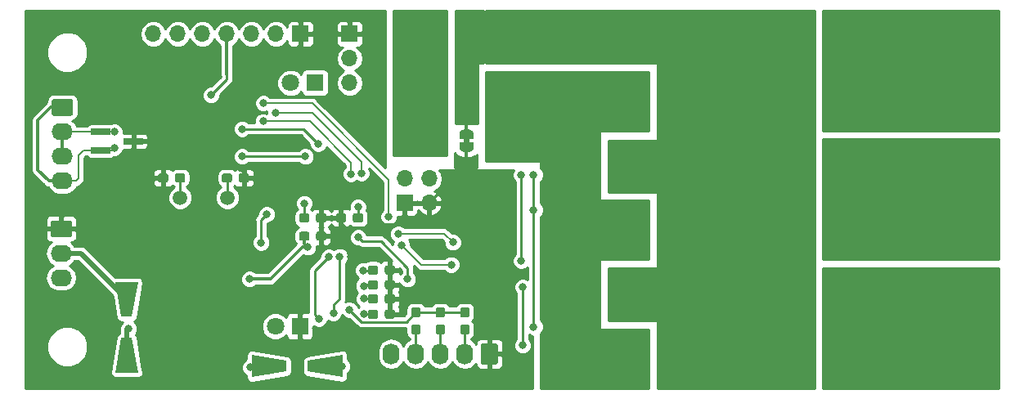
<source format=gbr>
G04 #@! TF.GenerationSoftware,KiCad,Pcbnew,5.0.2-bee76a0~70~ubuntu18.04.1*
G04 #@! TF.CreationDate,2019-01-24T16:52:24+01:00*
G04 #@! TF.ProjectId,MotorDriver,4d6f746f-7244-4726-9976-65722e6b6963,rev?*
G04 #@! TF.SameCoordinates,Original*
G04 #@! TF.FileFunction,Copper,L2,Bot*
G04 #@! TF.FilePolarity,Positive*
%FSLAX46Y46*%
G04 Gerber Fmt 4.6, Leading zero omitted, Abs format (unit mm)*
G04 Created by KiCad (PCBNEW 5.0.2-bee76a0~70~ubuntu18.04.1) date Čt 24. ledna 2019, 16:52:24 CET*
%MOMM*%
%LPD*%
G01*
G04 APERTURE LIST*
G04 #@! TA.AperFunction,Conductor*
%ADD10C,0.100000*%
G04 #@! TD*
G04 #@! TA.AperFunction,ComponentPad*
%ADD11C,1.740000*%
G04 #@! TD*
G04 #@! TA.AperFunction,ComponentPad*
%ADD12O,1.740000X2.200000*%
G04 #@! TD*
G04 #@! TA.AperFunction,ComponentPad*
%ADD13C,2.780000*%
G04 #@! TD*
G04 #@! TA.AperFunction,ComponentPad*
%ADD14C,2.600000*%
G04 #@! TD*
G04 #@! TA.AperFunction,SMDPad,CuDef*
%ADD15C,0.500000*%
G04 #@! TD*
G04 #@! TA.AperFunction,ComponentPad*
%ADD16C,1.500000*%
G04 #@! TD*
G04 #@! TA.AperFunction,SMDPad,CuDef*
%ADD17R,2.000000X0.650000*%
G04 #@! TD*
G04 #@! TA.AperFunction,SMDPad,CuDef*
%ADD18C,0.950000*%
G04 #@! TD*
G04 #@! TA.AperFunction,ComponentPad*
%ADD19R,1.700000X1.700000*%
G04 #@! TD*
G04 #@! TA.AperFunction,ComponentPad*
%ADD20O,1.700000X1.700000*%
G04 #@! TD*
G04 #@! TA.AperFunction,ComponentPad*
%ADD21R,2.400000X2.400000*%
G04 #@! TD*
G04 #@! TA.AperFunction,ComponentPad*
%ADD22C,2.400000*%
G04 #@! TD*
G04 #@! TA.AperFunction,ComponentPad*
%ADD23O,2.200000X1.740000*%
G04 #@! TD*
G04 #@! TA.AperFunction,ComponentPad*
%ADD24C,1.800000*%
G04 #@! TD*
G04 #@! TA.AperFunction,ComponentPad*
%ADD25R,1.800000X1.800000*%
G04 #@! TD*
G04 #@! TA.AperFunction,SMDPad,CuDef*
%ADD26C,1.676868*%
G04 #@! TD*
G04 #@! TA.AperFunction,ViaPad*
%ADD27C,0.800000*%
G04 #@! TD*
G04 #@! TA.AperFunction,ViaPad*
%ADD28C,1.000000*%
G04 #@! TD*
G04 #@! TA.AperFunction,Conductor*
%ADD29C,0.300000*%
G04 #@! TD*
G04 #@! TA.AperFunction,Conductor*
%ADD30C,0.250000*%
G04 #@! TD*
G04 #@! TA.AperFunction,Conductor*
%ADD31C,0.500000*%
G04 #@! TD*
G04 #@! TA.AperFunction,Conductor*
%ADD32C,0.200000*%
G04 #@! TD*
G04 #@! TA.AperFunction,Conductor*
%ADD33C,0.254000*%
G04 #@! TD*
G04 APERTURE END LIST*
D10*
G04 #@! TO.N,GNDS*
G04 #@! TO.C,J7*
G36*
X146440505Y-109137204D02*
X146464773Y-109140804D01*
X146488572Y-109146765D01*
X146511671Y-109155030D01*
X146533850Y-109165520D01*
X146554893Y-109178132D01*
X146574599Y-109192747D01*
X146592777Y-109209223D01*
X146609253Y-109227401D01*
X146623868Y-109247107D01*
X146636480Y-109268150D01*
X146646970Y-109290329D01*
X146655235Y-109313428D01*
X146661196Y-109337227D01*
X146664796Y-109361495D01*
X146666000Y-109385999D01*
X146666000Y-111086001D01*
X146664796Y-111110505D01*
X146661196Y-111134773D01*
X146655235Y-111158572D01*
X146646970Y-111181671D01*
X146636480Y-111203850D01*
X146623868Y-111224893D01*
X146609253Y-111244599D01*
X146592777Y-111262777D01*
X146574599Y-111279253D01*
X146554893Y-111293868D01*
X146533850Y-111306480D01*
X146511671Y-111316970D01*
X146488572Y-111325235D01*
X146464773Y-111331196D01*
X146440505Y-111334796D01*
X146416001Y-111336000D01*
X145175999Y-111336000D01*
X145151495Y-111334796D01*
X145127227Y-111331196D01*
X145103428Y-111325235D01*
X145080329Y-111316970D01*
X145058150Y-111306480D01*
X145037107Y-111293868D01*
X145017401Y-111279253D01*
X144999223Y-111262777D01*
X144982747Y-111244599D01*
X144968132Y-111224893D01*
X144955520Y-111203850D01*
X144945030Y-111181671D01*
X144936765Y-111158572D01*
X144930804Y-111134773D01*
X144927204Y-111110505D01*
X144926000Y-111086001D01*
X144926000Y-109385999D01*
X144927204Y-109361495D01*
X144930804Y-109337227D01*
X144936765Y-109313428D01*
X144945030Y-109290329D01*
X144955520Y-109268150D01*
X144968132Y-109247107D01*
X144982747Y-109227401D01*
X144999223Y-109209223D01*
X145017401Y-109192747D01*
X145037107Y-109178132D01*
X145058150Y-109165520D01*
X145080329Y-109155030D01*
X145103428Y-109146765D01*
X145127227Y-109140804D01*
X145151495Y-109137204D01*
X145175999Y-109136000D01*
X146416001Y-109136000D01*
X146440505Y-109137204D01*
X146440505Y-109137204D01*
G37*
D11*
G04 #@! TD*
G04 #@! TO.P,J7,1*
G04 #@! TO.N,GNDS*
X145796000Y-110236000D03*
D12*
G04 #@! TO.P,J7,2*
G04 #@! TO.N,Net-(J7-Pad2)*
X143256000Y-110236000D03*
G04 #@! TO.P,J7,3*
G04 #@! TO.N,Net-(J7-Pad3)*
X140716000Y-110236000D03*
G04 #@! TO.P,J7,4*
G04 #@! TO.N,Net-(J7-Pad4)*
X138176000Y-110236000D03*
G04 #@! TO.P,J7,5*
G04 #@! TO.N,Net-(C23-Pad1)*
X135636000Y-110236000D03*
G04 #@! TD*
D13*
G04 #@! TO.P,F1,1*
G04 #@! TO.N,+BATT*
X138543000Y-84074000D03*
X138543000Y-87474000D03*
G04 #@! TO.P,F1,2*
G04 #@! TO.N,+36V*
X148463000Y-84074000D03*
X148463000Y-87474000D03*
G04 #@! TD*
D14*
G04 #@! TO.P,J1,1*
G04 #@! TO.N,/H m\016Fstky/OUT_A*
X196088000Y-103759000D03*
G04 #@! TD*
G04 #@! TO.P,J2,1*
G04 #@! TO.N,/H m\016Fstky/OUT_B*
X196088000Y-94234000D03*
G04 #@! TD*
G04 #@! TO.P,J3,1*
G04 #@! TO.N,/H m\016Fstky/OUT_C*
X196088000Y-84709000D03*
G04 #@! TD*
D15*
G04 #@! TO.P,JP1,1*
G04 #@! TO.N,GNDS*
X143433800Y-88798400D03*
D10*
G04 #@! TD*
G04 #@! TO.N,GNDS*
G04 #@! TO.C,JP1*
G36*
X143133800Y-88298400D02*
X143133800Y-87898400D01*
X143733800Y-87898400D01*
X143733800Y-88298400D01*
X144183800Y-88298400D01*
X144183800Y-88798400D01*
X144183198Y-88798400D01*
X144183198Y-88822934D01*
X144178388Y-88871765D01*
X144168816Y-88919890D01*
X144154572Y-88966845D01*
X144135795Y-89012178D01*
X144112664Y-89055451D01*
X144085404Y-89096250D01*
X144054276Y-89134179D01*
X144019579Y-89168876D01*
X143981650Y-89200004D01*
X143940851Y-89227264D01*
X143897578Y-89250395D01*
X143852245Y-89269172D01*
X143805290Y-89283416D01*
X143757165Y-89292988D01*
X143708334Y-89297798D01*
X143683800Y-89297798D01*
X143683800Y-89298400D01*
X143183800Y-89298400D01*
X143183800Y-89297798D01*
X143159266Y-89297798D01*
X143110435Y-89292988D01*
X143062310Y-89283416D01*
X143015355Y-89269172D01*
X142970022Y-89250395D01*
X142926749Y-89227264D01*
X142885950Y-89200004D01*
X142848021Y-89168876D01*
X142813324Y-89134179D01*
X142782196Y-89096250D01*
X142754936Y-89055451D01*
X142731805Y-89012178D01*
X142713028Y-88966845D01*
X142698784Y-88919890D01*
X142689212Y-88871765D01*
X142684402Y-88822934D01*
X142684402Y-88798400D01*
X142683800Y-88798400D01*
X142683800Y-88298400D01*
X143133800Y-88298400D01*
X143133800Y-88298400D01*
G37*
D15*
G04 #@! TO.P,JP1,2*
G04 #@! TO.N,GNDPWR*
X143433800Y-87498400D03*
D10*
G04 #@! TD*
G04 #@! TO.N,GNDPWR*
G04 #@! TO.C,JP1*
G36*
X142684402Y-87498400D02*
X142684402Y-87473866D01*
X142689212Y-87425035D01*
X142698784Y-87376910D01*
X142713028Y-87329955D01*
X142731805Y-87284622D01*
X142754936Y-87241349D01*
X142782196Y-87200550D01*
X142813324Y-87162621D01*
X142848021Y-87127924D01*
X142885950Y-87096796D01*
X142926749Y-87069536D01*
X142970022Y-87046405D01*
X143015355Y-87027628D01*
X143062310Y-87013384D01*
X143110435Y-87003812D01*
X143159266Y-86999002D01*
X143183800Y-86999002D01*
X143183800Y-86998400D01*
X143683800Y-86998400D01*
X143683800Y-86999002D01*
X143708334Y-86999002D01*
X143757165Y-87003812D01*
X143805290Y-87013384D01*
X143852245Y-87027628D01*
X143897578Y-87046405D01*
X143940851Y-87069536D01*
X143981650Y-87096796D01*
X144019579Y-87127924D01*
X144054276Y-87162621D01*
X144085404Y-87200550D01*
X144112664Y-87241349D01*
X144135795Y-87284622D01*
X144154572Y-87329955D01*
X144168816Y-87376910D01*
X144178388Y-87425035D01*
X144183198Y-87473866D01*
X144183198Y-87498400D01*
X144183800Y-87498400D01*
X144183800Y-87998400D01*
X142683800Y-87998400D01*
X142683800Y-87498400D01*
X142684402Y-87498400D01*
X142684402Y-87498400D01*
G37*
D16*
G04 #@! TO.P,Y1,1*
G04 #@! TO.N,Net-(C12-Pad1)*
X118672000Y-94043500D03*
G04 #@! TO.P,Y1,2*
G04 #@! TO.N,Net-(C17-Pad1)*
X113792000Y-94043500D03*
G04 #@! TD*
D17*
G04 #@! TO.P,D2,1*
G04 #@! TO.N,Net-(D2-Pad1)*
X105537000Y-89149000D03*
G04 #@! TO.P,D2,2*
G04 #@! TO.N,Net-(D2-Pad2)*
X105537000Y-87249000D03*
G04 #@! TO.P,D2,3*
G04 #@! TO.N,GNDS*
X108957000Y-88199000D03*
G04 #@! TD*
D10*
G04 #@! TO.N,GNDS*
G04 #@! TO.C,C12*
G36*
X120692779Y-91537644D02*
X120715834Y-91541063D01*
X120738443Y-91546727D01*
X120760387Y-91554579D01*
X120781457Y-91564544D01*
X120801448Y-91576526D01*
X120820168Y-91590410D01*
X120837438Y-91606062D01*
X120853090Y-91623332D01*
X120866974Y-91642052D01*
X120878956Y-91662043D01*
X120888921Y-91683113D01*
X120896773Y-91705057D01*
X120902437Y-91727666D01*
X120905856Y-91750721D01*
X120907000Y-91774000D01*
X120907000Y-92249000D01*
X120905856Y-92272279D01*
X120902437Y-92295334D01*
X120896773Y-92317943D01*
X120888921Y-92339887D01*
X120878956Y-92360957D01*
X120866974Y-92380948D01*
X120853090Y-92399668D01*
X120837438Y-92416938D01*
X120820168Y-92432590D01*
X120801448Y-92446474D01*
X120781457Y-92458456D01*
X120760387Y-92468421D01*
X120738443Y-92476273D01*
X120715834Y-92481937D01*
X120692779Y-92485356D01*
X120669500Y-92486500D01*
X120094500Y-92486500D01*
X120071221Y-92485356D01*
X120048166Y-92481937D01*
X120025557Y-92476273D01*
X120003613Y-92468421D01*
X119982543Y-92458456D01*
X119962552Y-92446474D01*
X119943832Y-92432590D01*
X119926562Y-92416938D01*
X119910910Y-92399668D01*
X119897026Y-92380948D01*
X119885044Y-92360957D01*
X119875079Y-92339887D01*
X119867227Y-92317943D01*
X119861563Y-92295334D01*
X119858144Y-92272279D01*
X119857000Y-92249000D01*
X119857000Y-91774000D01*
X119858144Y-91750721D01*
X119861563Y-91727666D01*
X119867227Y-91705057D01*
X119875079Y-91683113D01*
X119885044Y-91662043D01*
X119897026Y-91642052D01*
X119910910Y-91623332D01*
X119926562Y-91606062D01*
X119943832Y-91590410D01*
X119962552Y-91576526D01*
X119982543Y-91564544D01*
X120003613Y-91554579D01*
X120025557Y-91546727D01*
X120048166Y-91541063D01*
X120071221Y-91537644D01*
X120094500Y-91536500D01*
X120669500Y-91536500D01*
X120692779Y-91537644D01*
X120692779Y-91537644D01*
G37*
D18*
G04 #@! TD*
G04 #@! TO.P,C12,2*
G04 #@! TO.N,GNDS*
X120382000Y-92011500D03*
D10*
G04 #@! TO.N,Net-(C12-Pad1)*
G04 #@! TO.C,C12*
G36*
X118942779Y-91537644D02*
X118965834Y-91541063D01*
X118988443Y-91546727D01*
X119010387Y-91554579D01*
X119031457Y-91564544D01*
X119051448Y-91576526D01*
X119070168Y-91590410D01*
X119087438Y-91606062D01*
X119103090Y-91623332D01*
X119116974Y-91642052D01*
X119128956Y-91662043D01*
X119138921Y-91683113D01*
X119146773Y-91705057D01*
X119152437Y-91727666D01*
X119155856Y-91750721D01*
X119157000Y-91774000D01*
X119157000Y-92249000D01*
X119155856Y-92272279D01*
X119152437Y-92295334D01*
X119146773Y-92317943D01*
X119138921Y-92339887D01*
X119128956Y-92360957D01*
X119116974Y-92380948D01*
X119103090Y-92399668D01*
X119087438Y-92416938D01*
X119070168Y-92432590D01*
X119051448Y-92446474D01*
X119031457Y-92458456D01*
X119010387Y-92468421D01*
X118988443Y-92476273D01*
X118965834Y-92481937D01*
X118942779Y-92485356D01*
X118919500Y-92486500D01*
X118344500Y-92486500D01*
X118321221Y-92485356D01*
X118298166Y-92481937D01*
X118275557Y-92476273D01*
X118253613Y-92468421D01*
X118232543Y-92458456D01*
X118212552Y-92446474D01*
X118193832Y-92432590D01*
X118176562Y-92416938D01*
X118160910Y-92399668D01*
X118147026Y-92380948D01*
X118135044Y-92360957D01*
X118125079Y-92339887D01*
X118117227Y-92317943D01*
X118111563Y-92295334D01*
X118108144Y-92272279D01*
X118107000Y-92249000D01*
X118107000Y-91774000D01*
X118108144Y-91750721D01*
X118111563Y-91727666D01*
X118117227Y-91705057D01*
X118125079Y-91683113D01*
X118135044Y-91662043D01*
X118147026Y-91642052D01*
X118160910Y-91623332D01*
X118176562Y-91606062D01*
X118193832Y-91590410D01*
X118212552Y-91576526D01*
X118232543Y-91564544D01*
X118253613Y-91554579D01*
X118275557Y-91546727D01*
X118298166Y-91541063D01*
X118321221Y-91537644D01*
X118344500Y-91536500D01*
X118919500Y-91536500D01*
X118942779Y-91537644D01*
X118942779Y-91537644D01*
G37*
D18*
G04 #@! TD*
G04 #@! TO.P,C12,1*
G04 #@! TO.N,Net-(C12-Pad1)*
X118632000Y-92011500D03*
D10*
G04 #@! TO.N,GNDS*
G04 #@! TO.C,C13*
G36*
X128693779Y-97570144D02*
X128716834Y-97573563D01*
X128739443Y-97579227D01*
X128761387Y-97587079D01*
X128782457Y-97597044D01*
X128802448Y-97609026D01*
X128821168Y-97622910D01*
X128838438Y-97638562D01*
X128854090Y-97655832D01*
X128867974Y-97674552D01*
X128879956Y-97694543D01*
X128889921Y-97715613D01*
X128897773Y-97737557D01*
X128903437Y-97760166D01*
X128906856Y-97783221D01*
X128908000Y-97806500D01*
X128908000Y-98281500D01*
X128906856Y-98304779D01*
X128903437Y-98327834D01*
X128897773Y-98350443D01*
X128889921Y-98372387D01*
X128879956Y-98393457D01*
X128867974Y-98413448D01*
X128854090Y-98432168D01*
X128838438Y-98449438D01*
X128821168Y-98465090D01*
X128802448Y-98478974D01*
X128782457Y-98490956D01*
X128761387Y-98500921D01*
X128739443Y-98508773D01*
X128716834Y-98514437D01*
X128693779Y-98517856D01*
X128670500Y-98519000D01*
X128095500Y-98519000D01*
X128072221Y-98517856D01*
X128049166Y-98514437D01*
X128026557Y-98508773D01*
X128004613Y-98500921D01*
X127983543Y-98490956D01*
X127963552Y-98478974D01*
X127944832Y-98465090D01*
X127927562Y-98449438D01*
X127911910Y-98432168D01*
X127898026Y-98413448D01*
X127886044Y-98393457D01*
X127876079Y-98372387D01*
X127868227Y-98350443D01*
X127862563Y-98327834D01*
X127859144Y-98304779D01*
X127858000Y-98281500D01*
X127858000Y-97806500D01*
X127859144Y-97783221D01*
X127862563Y-97760166D01*
X127868227Y-97737557D01*
X127876079Y-97715613D01*
X127886044Y-97694543D01*
X127898026Y-97674552D01*
X127911910Y-97655832D01*
X127927562Y-97638562D01*
X127944832Y-97622910D01*
X127963552Y-97609026D01*
X127983543Y-97597044D01*
X128004613Y-97587079D01*
X128026557Y-97579227D01*
X128049166Y-97573563D01*
X128072221Y-97570144D01*
X128095500Y-97569000D01*
X128670500Y-97569000D01*
X128693779Y-97570144D01*
X128693779Y-97570144D01*
G37*
D18*
G04 #@! TD*
G04 #@! TO.P,C13,2*
G04 #@! TO.N,GNDS*
X128383000Y-98044000D03*
D10*
G04 #@! TO.N,+3V3*
G04 #@! TO.C,C13*
G36*
X126943779Y-97570144D02*
X126966834Y-97573563D01*
X126989443Y-97579227D01*
X127011387Y-97587079D01*
X127032457Y-97597044D01*
X127052448Y-97609026D01*
X127071168Y-97622910D01*
X127088438Y-97638562D01*
X127104090Y-97655832D01*
X127117974Y-97674552D01*
X127129956Y-97694543D01*
X127139921Y-97715613D01*
X127147773Y-97737557D01*
X127153437Y-97760166D01*
X127156856Y-97783221D01*
X127158000Y-97806500D01*
X127158000Y-98281500D01*
X127156856Y-98304779D01*
X127153437Y-98327834D01*
X127147773Y-98350443D01*
X127139921Y-98372387D01*
X127129956Y-98393457D01*
X127117974Y-98413448D01*
X127104090Y-98432168D01*
X127088438Y-98449438D01*
X127071168Y-98465090D01*
X127052448Y-98478974D01*
X127032457Y-98490956D01*
X127011387Y-98500921D01*
X126989443Y-98508773D01*
X126966834Y-98514437D01*
X126943779Y-98517856D01*
X126920500Y-98519000D01*
X126345500Y-98519000D01*
X126322221Y-98517856D01*
X126299166Y-98514437D01*
X126276557Y-98508773D01*
X126254613Y-98500921D01*
X126233543Y-98490956D01*
X126213552Y-98478974D01*
X126194832Y-98465090D01*
X126177562Y-98449438D01*
X126161910Y-98432168D01*
X126148026Y-98413448D01*
X126136044Y-98393457D01*
X126126079Y-98372387D01*
X126118227Y-98350443D01*
X126112563Y-98327834D01*
X126109144Y-98304779D01*
X126108000Y-98281500D01*
X126108000Y-97806500D01*
X126109144Y-97783221D01*
X126112563Y-97760166D01*
X126118227Y-97737557D01*
X126126079Y-97715613D01*
X126136044Y-97694543D01*
X126148026Y-97674552D01*
X126161910Y-97655832D01*
X126177562Y-97638562D01*
X126194832Y-97622910D01*
X126213552Y-97609026D01*
X126233543Y-97597044D01*
X126254613Y-97587079D01*
X126276557Y-97579227D01*
X126299166Y-97573563D01*
X126322221Y-97570144D01*
X126345500Y-97569000D01*
X126920500Y-97569000D01*
X126943779Y-97570144D01*
X126943779Y-97570144D01*
G37*
D18*
G04 #@! TD*
G04 #@! TO.P,C13,1*
G04 #@! TO.N,+3V3*
X126633000Y-98044000D03*
D10*
G04 #@! TO.N,+3V3*
G04 #@! TO.C,C14*
G36*
X132503779Y-95665144D02*
X132526834Y-95668563D01*
X132549443Y-95674227D01*
X132571387Y-95682079D01*
X132592457Y-95692044D01*
X132612448Y-95704026D01*
X132631168Y-95717910D01*
X132648438Y-95733562D01*
X132664090Y-95750832D01*
X132677974Y-95769552D01*
X132689956Y-95789543D01*
X132699921Y-95810613D01*
X132707773Y-95832557D01*
X132713437Y-95855166D01*
X132716856Y-95878221D01*
X132718000Y-95901500D01*
X132718000Y-96376500D01*
X132716856Y-96399779D01*
X132713437Y-96422834D01*
X132707773Y-96445443D01*
X132699921Y-96467387D01*
X132689956Y-96488457D01*
X132677974Y-96508448D01*
X132664090Y-96527168D01*
X132648438Y-96544438D01*
X132631168Y-96560090D01*
X132612448Y-96573974D01*
X132592457Y-96585956D01*
X132571387Y-96595921D01*
X132549443Y-96603773D01*
X132526834Y-96609437D01*
X132503779Y-96612856D01*
X132480500Y-96614000D01*
X131905500Y-96614000D01*
X131882221Y-96612856D01*
X131859166Y-96609437D01*
X131836557Y-96603773D01*
X131814613Y-96595921D01*
X131793543Y-96585956D01*
X131773552Y-96573974D01*
X131754832Y-96560090D01*
X131737562Y-96544438D01*
X131721910Y-96527168D01*
X131708026Y-96508448D01*
X131696044Y-96488457D01*
X131686079Y-96467387D01*
X131678227Y-96445443D01*
X131672563Y-96422834D01*
X131669144Y-96399779D01*
X131668000Y-96376500D01*
X131668000Y-95901500D01*
X131669144Y-95878221D01*
X131672563Y-95855166D01*
X131678227Y-95832557D01*
X131686079Y-95810613D01*
X131696044Y-95789543D01*
X131708026Y-95769552D01*
X131721910Y-95750832D01*
X131737562Y-95733562D01*
X131754832Y-95717910D01*
X131773552Y-95704026D01*
X131793543Y-95692044D01*
X131814613Y-95682079D01*
X131836557Y-95674227D01*
X131859166Y-95668563D01*
X131882221Y-95665144D01*
X131905500Y-95664000D01*
X132480500Y-95664000D01*
X132503779Y-95665144D01*
X132503779Y-95665144D01*
G37*
D18*
G04 #@! TD*
G04 #@! TO.P,C14,1*
G04 #@! TO.N,+3V3*
X132193000Y-96139000D03*
D10*
G04 #@! TO.N,GNDS*
G04 #@! TO.C,C14*
G36*
X130753779Y-95665144D02*
X130776834Y-95668563D01*
X130799443Y-95674227D01*
X130821387Y-95682079D01*
X130842457Y-95692044D01*
X130862448Y-95704026D01*
X130881168Y-95717910D01*
X130898438Y-95733562D01*
X130914090Y-95750832D01*
X130927974Y-95769552D01*
X130939956Y-95789543D01*
X130949921Y-95810613D01*
X130957773Y-95832557D01*
X130963437Y-95855166D01*
X130966856Y-95878221D01*
X130968000Y-95901500D01*
X130968000Y-96376500D01*
X130966856Y-96399779D01*
X130963437Y-96422834D01*
X130957773Y-96445443D01*
X130949921Y-96467387D01*
X130939956Y-96488457D01*
X130927974Y-96508448D01*
X130914090Y-96527168D01*
X130898438Y-96544438D01*
X130881168Y-96560090D01*
X130862448Y-96573974D01*
X130842457Y-96585956D01*
X130821387Y-96595921D01*
X130799443Y-96603773D01*
X130776834Y-96609437D01*
X130753779Y-96612856D01*
X130730500Y-96614000D01*
X130155500Y-96614000D01*
X130132221Y-96612856D01*
X130109166Y-96609437D01*
X130086557Y-96603773D01*
X130064613Y-96595921D01*
X130043543Y-96585956D01*
X130023552Y-96573974D01*
X130004832Y-96560090D01*
X129987562Y-96544438D01*
X129971910Y-96527168D01*
X129958026Y-96508448D01*
X129946044Y-96488457D01*
X129936079Y-96467387D01*
X129928227Y-96445443D01*
X129922563Y-96422834D01*
X129919144Y-96399779D01*
X129918000Y-96376500D01*
X129918000Y-95901500D01*
X129919144Y-95878221D01*
X129922563Y-95855166D01*
X129928227Y-95832557D01*
X129936079Y-95810613D01*
X129946044Y-95789543D01*
X129958026Y-95769552D01*
X129971910Y-95750832D01*
X129987562Y-95733562D01*
X130004832Y-95717910D01*
X130023552Y-95704026D01*
X130043543Y-95692044D01*
X130064613Y-95682079D01*
X130086557Y-95674227D01*
X130109166Y-95668563D01*
X130132221Y-95665144D01*
X130155500Y-95664000D01*
X130730500Y-95664000D01*
X130753779Y-95665144D01*
X130753779Y-95665144D01*
G37*
D18*
G04 #@! TD*
G04 #@! TO.P,C14,2*
G04 #@! TO.N,GNDS*
X130443000Y-96139000D03*
D10*
G04 #@! TO.N,+3V3*
G04 #@! TO.C,C15*
G36*
X126943779Y-95665144D02*
X126966834Y-95668563D01*
X126989443Y-95674227D01*
X127011387Y-95682079D01*
X127032457Y-95692044D01*
X127052448Y-95704026D01*
X127071168Y-95717910D01*
X127088438Y-95733562D01*
X127104090Y-95750832D01*
X127117974Y-95769552D01*
X127129956Y-95789543D01*
X127139921Y-95810613D01*
X127147773Y-95832557D01*
X127153437Y-95855166D01*
X127156856Y-95878221D01*
X127158000Y-95901500D01*
X127158000Y-96376500D01*
X127156856Y-96399779D01*
X127153437Y-96422834D01*
X127147773Y-96445443D01*
X127139921Y-96467387D01*
X127129956Y-96488457D01*
X127117974Y-96508448D01*
X127104090Y-96527168D01*
X127088438Y-96544438D01*
X127071168Y-96560090D01*
X127052448Y-96573974D01*
X127032457Y-96585956D01*
X127011387Y-96595921D01*
X126989443Y-96603773D01*
X126966834Y-96609437D01*
X126943779Y-96612856D01*
X126920500Y-96614000D01*
X126345500Y-96614000D01*
X126322221Y-96612856D01*
X126299166Y-96609437D01*
X126276557Y-96603773D01*
X126254613Y-96595921D01*
X126233543Y-96585956D01*
X126213552Y-96573974D01*
X126194832Y-96560090D01*
X126177562Y-96544438D01*
X126161910Y-96527168D01*
X126148026Y-96508448D01*
X126136044Y-96488457D01*
X126126079Y-96467387D01*
X126118227Y-96445443D01*
X126112563Y-96422834D01*
X126109144Y-96399779D01*
X126108000Y-96376500D01*
X126108000Y-95901500D01*
X126109144Y-95878221D01*
X126112563Y-95855166D01*
X126118227Y-95832557D01*
X126126079Y-95810613D01*
X126136044Y-95789543D01*
X126148026Y-95769552D01*
X126161910Y-95750832D01*
X126177562Y-95733562D01*
X126194832Y-95717910D01*
X126213552Y-95704026D01*
X126233543Y-95692044D01*
X126254613Y-95682079D01*
X126276557Y-95674227D01*
X126299166Y-95668563D01*
X126322221Y-95665144D01*
X126345500Y-95664000D01*
X126920500Y-95664000D01*
X126943779Y-95665144D01*
X126943779Y-95665144D01*
G37*
D18*
G04 #@! TD*
G04 #@! TO.P,C15,1*
G04 #@! TO.N,+3V3*
X126633000Y-96139000D03*
D10*
G04 #@! TO.N,GNDS*
G04 #@! TO.C,C15*
G36*
X128693779Y-95665144D02*
X128716834Y-95668563D01*
X128739443Y-95674227D01*
X128761387Y-95682079D01*
X128782457Y-95692044D01*
X128802448Y-95704026D01*
X128821168Y-95717910D01*
X128838438Y-95733562D01*
X128854090Y-95750832D01*
X128867974Y-95769552D01*
X128879956Y-95789543D01*
X128889921Y-95810613D01*
X128897773Y-95832557D01*
X128903437Y-95855166D01*
X128906856Y-95878221D01*
X128908000Y-95901500D01*
X128908000Y-96376500D01*
X128906856Y-96399779D01*
X128903437Y-96422834D01*
X128897773Y-96445443D01*
X128889921Y-96467387D01*
X128879956Y-96488457D01*
X128867974Y-96508448D01*
X128854090Y-96527168D01*
X128838438Y-96544438D01*
X128821168Y-96560090D01*
X128802448Y-96573974D01*
X128782457Y-96585956D01*
X128761387Y-96595921D01*
X128739443Y-96603773D01*
X128716834Y-96609437D01*
X128693779Y-96612856D01*
X128670500Y-96614000D01*
X128095500Y-96614000D01*
X128072221Y-96612856D01*
X128049166Y-96609437D01*
X128026557Y-96603773D01*
X128004613Y-96595921D01*
X127983543Y-96585956D01*
X127963552Y-96573974D01*
X127944832Y-96560090D01*
X127927562Y-96544438D01*
X127911910Y-96527168D01*
X127898026Y-96508448D01*
X127886044Y-96488457D01*
X127876079Y-96467387D01*
X127868227Y-96445443D01*
X127862563Y-96422834D01*
X127859144Y-96399779D01*
X127858000Y-96376500D01*
X127858000Y-95901500D01*
X127859144Y-95878221D01*
X127862563Y-95855166D01*
X127868227Y-95832557D01*
X127876079Y-95810613D01*
X127886044Y-95789543D01*
X127898026Y-95769552D01*
X127911910Y-95750832D01*
X127927562Y-95733562D01*
X127944832Y-95717910D01*
X127963552Y-95704026D01*
X127983543Y-95692044D01*
X128004613Y-95682079D01*
X128026557Y-95674227D01*
X128049166Y-95668563D01*
X128072221Y-95665144D01*
X128095500Y-95664000D01*
X128670500Y-95664000D01*
X128693779Y-95665144D01*
X128693779Y-95665144D01*
G37*
D18*
G04 #@! TD*
G04 #@! TO.P,C15,2*
G04 #@! TO.N,GNDS*
X128383000Y-96139000D03*
D10*
G04 #@! TO.N,+3V3*
G04 #@! TO.C,C16*
G36*
X134055779Y-101062644D02*
X134078834Y-101066063D01*
X134101443Y-101071727D01*
X134123387Y-101079579D01*
X134144457Y-101089544D01*
X134164448Y-101101526D01*
X134183168Y-101115410D01*
X134200438Y-101131062D01*
X134216090Y-101148332D01*
X134229974Y-101167052D01*
X134241956Y-101187043D01*
X134251921Y-101208113D01*
X134259773Y-101230057D01*
X134265437Y-101252666D01*
X134268856Y-101275721D01*
X134270000Y-101299000D01*
X134270000Y-101774000D01*
X134268856Y-101797279D01*
X134265437Y-101820334D01*
X134259773Y-101842943D01*
X134251921Y-101864887D01*
X134241956Y-101885957D01*
X134229974Y-101905948D01*
X134216090Y-101924668D01*
X134200438Y-101941938D01*
X134183168Y-101957590D01*
X134164448Y-101971474D01*
X134144457Y-101983456D01*
X134123387Y-101993421D01*
X134101443Y-102001273D01*
X134078834Y-102006937D01*
X134055779Y-102010356D01*
X134032500Y-102011500D01*
X133457500Y-102011500D01*
X133434221Y-102010356D01*
X133411166Y-102006937D01*
X133388557Y-102001273D01*
X133366613Y-101993421D01*
X133345543Y-101983456D01*
X133325552Y-101971474D01*
X133306832Y-101957590D01*
X133289562Y-101941938D01*
X133273910Y-101924668D01*
X133260026Y-101905948D01*
X133248044Y-101885957D01*
X133238079Y-101864887D01*
X133230227Y-101842943D01*
X133224563Y-101820334D01*
X133221144Y-101797279D01*
X133220000Y-101774000D01*
X133220000Y-101299000D01*
X133221144Y-101275721D01*
X133224563Y-101252666D01*
X133230227Y-101230057D01*
X133238079Y-101208113D01*
X133248044Y-101187043D01*
X133260026Y-101167052D01*
X133273910Y-101148332D01*
X133289562Y-101131062D01*
X133306832Y-101115410D01*
X133325552Y-101101526D01*
X133345543Y-101089544D01*
X133366613Y-101079579D01*
X133388557Y-101071727D01*
X133411166Y-101066063D01*
X133434221Y-101062644D01*
X133457500Y-101061500D01*
X134032500Y-101061500D01*
X134055779Y-101062644D01*
X134055779Y-101062644D01*
G37*
D18*
G04 #@! TD*
G04 #@! TO.P,C16,1*
G04 #@! TO.N,+3V3*
X133745000Y-101536500D03*
D10*
G04 #@! TO.N,GNDS*
G04 #@! TO.C,C16*
G36*
X135805779Y-101062644D02*
X135828834Y-101066063D01*
X135851443Y-101071727D01*
X135873387Y-101079579D01*
X135894457Y-101089544D01*
X135914448Y-101101526D01*
X135933168Y-101115410D01*
X135950438Y-101131062D01*
X135966090Y-101148332D01*
X135979974Y-101167052D01*
X135991956Y-101187043D01*
X136001921Y-101208113D01*
X136009773Y-101230057D01*
X136015437Y-101252666D01*
X136018856Y-101275721D01*
X136020000Y-101299000D01*
X136020000Y-101774000D01*
X136018856Y-101797279D01*
X136015437Y-101820334D01*
X136009773Y-101842943D01*
X136001921Y-101864887D01*
X135991956Y-101885957D01*
X135979974Y-101905948D01*
X135966090Y-101924668D01*
X135950438Y-101941938D01*
X135933168Y-101957590D01*
X135914448Y-101971474D01*
X135894457Y-101983456D01*
X135873387Y-101993421D01*
X135851443Y-102001273D01*
X135828834Y-102006937D01*
X135805779Y-102010356D01*
X135782500Y-102011500D01*
X135207500Y-102011500D01*
X135184221Y-102010356D01*
X135161166Y-102006937D01*
X135138557Y-102001273D01*
X135116613Y-101993421D01*
X135095543Y-101983456D01*
X135075552Y-101971474D01*
X135056832Y-101957590D01*
X135039562Y-101941938D01*
X135023910Y-101924668D01*
X135010026Y-101905948D01*
X134998044Y-101885957D01*
X134988079Y-101864887D01*
X134980227Y-101842943D01*
X134974563Y-101820334D01*
X134971144Y-101797279D01*
X134970000Y-101774000D01*
X134970000Y-101299000D01*
X134971144Y-101275721D01*
X134974563Y-101252666D01*
X134980227Y-101230057D01*
X134988079Y-101208113D01*
X134998044Y-101187043D01*
X135010026Y-101167052D01*
X135023910Y-101148332D01*
X135039562Y-101131062D01*
X135056832Y-101115410D01*
X135075552Y-101101526D01*
X135095543Y-101089544D01*
X135116613Y-101079579D01*
X135138557Y-101071727D01*
X135161166Y-101066063D01*
X135184221Y-101062644D01*
X135207500Y-101061500D01*
X135782500Y-101061500D01*
X135805779Y-101062644D01*
X135805779Y-101062644D01*
G37*
D18*
G04 #@! TD*
G04 #@! TO.P,C16,2*
G04 #@! TO.N,GNDS*
X135495000Y-101536500D03*
D10*
G04 #@! TO.N,GNDS*
G04 #@! TO.C,C17*
G36*
X112338779Y-91537644D02*
X112361834Y-91541063D01*
X112384443Y-91546727D01*
X112406387Y-91554579D01*
X112427457Y-91564544D01*
X112447448Y-91576526D01*
X112466168Y-91590410D01*
X112483438Y-91606062D01*
X112499090Y-91623332D01*
X112512974Y-91642052D01*
X112524956Y-91662043D01*
X112534921Y-91683113D01*
X112542773Y-91705057D01*
X112548437Y-91727666D01*
X112551856Y-91750721D01*
X112553000Y-91774000D01*
X112553000Y-92249000D01*
X112551856Y-92272279D01*
X112548437Y-92295334D01*
X112542773Y-92317943D01*
X112534921Y-92339887D01*
X112524956Y-92360957D01*
X112512974Y-92380948D01*
X112499090Y-92399668D01*
X112483438Y-92416938D01*
X112466168Y-92432590D01*
X112447448Y-92446474D01*
X112427457Y-92458456D01*
X112406387Y-92468421D01*
X112384443Y-92476273D01*
X112361834Y-92481937D01*
X112338779Y-92485356D01*
X112315500Y-92486500D01*
X111740500Y-92486500D01*
X111717221Y-92485356D01*
X111694166Y-92481937D01*
X111671557Y-92476273D01*
X111649613Y-92468421D01*
X111628543Y-92458456D01*
X111608552Y-92446474D01*
X111589832Y-92432590D01*
X111572562Y-92416938D01*
X111556910Y-92399668D01*
X111543026Y-92380948D01*
X111531044Y-92360957D01*
X111521079Y-92339887D01*
X111513227Y-92317943D01*
X111507563Y-92295334D01*
X111504144Y-92272279D01*
X111503000Y-92249000D01*
X111503000Y-91774000D01*
X111504144Y-91750721D01*
X111507563Y-91727666D01*
X111513227Y-91705057D01*
X111521079Y-91683113D01*
X111531044Y-91662043D01*
X111543026Y-91642052D01*
X111556910Y-91623332D01*
X111572562Y-91606062D01*
X111589832Y-91590410D01*
X111608552Y-91576526D01*
X111628543Y-91564544D01*
X111649613Y-91554579D01*
X111671557Y-91546727D01*
X111694166Y-91541063D01*
X111717221Y-91537644D01*
X111740500Y-91536500D01*
X112315500Y-91536500D01*
X112338779Y-91537644D01*
X112338779Y-91537644D01*
G37*
D18*
G04 #@! TD*
G04 #@! TO.P,C17,2*
G04 #@! TO.N,GNDS*
X112028000Y-92011500D03*
D10*
G04 #@! TO.N,Net-(C17-Pad1)*
G04 #@! TO.C,C17*
G36*
X114088779Y-91537644D02*
X114111834Y-91541063D01*
X114134443Y-91546727D01*
X114156387Y-91554579D01*
X114177457Y-91564544D01*
X114197448Y-91576526D01*
X114216168Y-91590410D01*
X114233438Y-91606062D01*
X114249090Y-91623332D01*
X114262974Y-91642052D01*
X114274956Y-91662043D01*
X114284921Y-91683113D01*
X114292773Y-91705057D01*
X114298437Y-91727666D01*
X114301856Y-91750721D01*
X114303000Y-91774000D01*
X114303000Y-92249000D01*
X114301856Y-92272279D01*
X114298437Y-92295334D01*
X114292773Y-92317943D01*
X114284921Y-92339887D01*
X114274956Y-92360957D01*
X114262974Y-92380948D01*
X114249090Y-92399668D01*
X114233438Y-92416938D01*
X114216168Y-92432590D01*
X114197448Y-92446474D01*
X114177457Y-92458456D01*
X114156387Y-92468421D01*
X114134443Y-92476273D01*
X114111834Y-92481937D01*
X114088779Y-92485356D01*
X114065500Y-92486500D01*
X113490500Y-92486500D01*
X113467221Y-92485356D01*
X113444166Y-92481937D01*
X113421557Y-92476273D01*
X113399613Y-92468421D01*
X113378543Y-92458456D01*
X113358552Y-92446474D01*
X113339832Y-92432590D01*
X113322562Y-92416938D01*
X113306910Y-92399668D01*
X113293026Y-92380948D01*
X113281044Y-92360957D01*
X113271079Y-92339887D01*
X113263227Y-92317943D01*
X113257563Y-92295334D01*
X113254144Y-92272279D01*
X113253000Y-92249000D01*
X113253000Y-91774000D01*
X113254144Y-91750721D01*
X113257563Y-91727666D01*
X113263227Y-91705057D01*
X113271079Y-91683113D01*
X113281044Y-91662043D01*
X113293026Y-91642052D01*
X113306910Y-91623332D01*
X113322562Y-91606062D01*
X113339832Y-91590410D01*
X113358552Y-91576526D01*
X113378543Y-91564544D01*
X113399613Y-91554579D01*
X113421557Y-91546727D01*
X113444166Y-91541063D01*
X113467221Y-91537644D01*
X113490500Y-91536500D01*
X114065500Y-91536500D01*
X114088779Y-91537644D01*
X114088779Y-91537644D01*
G37*
D18*
G04 #@! TD*
G04 #@! TO.P,C17,1*
G04 #@! TO.N,Net-(C17-Pad1)*
X113778000Y-92011500D03*
D19*
G04 #@! TO.P,J6,1*
G04 #@! TO.N,GNDS*
X126238000Y-77089000D03*
D20*
G04 #@! TO.P,J6,2*
G04 #@! TO.N,/procesorov\00E1 jednotka/SYS_SWC*
X123698000Y-77089000D03*
G04 #@! TO.P,J6,3*
G04 #@! TO.N,/procesorov\00E1 jednotka/SYS_SWDIO*
X121158000Y-77089000D03*
G04 #@! TO.P,J6,4*
G04 #@! TO.N,+3V3*
X118618000Y-77089000D03*
G04 #@! TO.P,J6,5*
G04 #@! TO.N,N/C*
X116078000Y-77089000D03*
G04 #@! TO.P,J6,6*
G04 #@! TO.N,/procesorov\00E1 jednotka/SYS_TRA*
X113538000Y-77089000D03*
G04 #@! TO.P,J6,7*
G04 #@! TO.N,/procesorov\00E1 jednotka/SYS_NRST*
X110998000Y-77089000D03*
G04 #@! TD*
D19*
G04 #@! TO.P,J5,1*
G04 #@! TO.N,GNDS*
X137033000Y-94615000D03*
D20*
G04 #@! TO.P,J5,2*
G04 #@! TO.N,/procesorov\00E1 jednotka/CONF_1*
X137033000Y-92075000D03*
G04 #@! TO.P,J5,3*
G04 #@! TO.N,GNDS*
X139573000Y-94615000D03*
G04 #@! TO.P,J5,4*
G04 #@! TO.N,/procesorov\00E1 jednotka/CONF_2*
X139573000Y-92075000D03*
G04 #@! TD*
D14*
G04 #@! TO.P,J8,1*
G04 #@! TO.N,+BATT*
X138557000Y-77089000D03*
G04 #@! TD*
G04 #@! TO.P,J9,1*
G04 #@! TO.N,GNDPWR*
X148463000Y-77089000D03*
G04 #@! TD*
D21*
G04 #@! TO.P,C18,1*
G04 #@! TO.N,+36V*
X159893000Y-111379000D03*
D22*
G04 #@! TO.P,C18,2*
G04 #@! TO.N,GNDPWR*
X159893000Y-103879000D03*
G04 #@! TD*
G04 #@! TO.P,C3,2*
G04 #@! TO.N,GNDPWR*
X159893000Y-91694000D03*
D21*
G04 #@! TO.P,C3,1*
G04 #@! TO.N,+36V*
X159893000Y-96694000D03*
G04 #@! TD*
G04 #@! TO.P,C9,1*
G04 #@! TO.N,+36V*
X159893000Y-83439000D03*
D22*
G04 #@! TO.P,C9,2*
G04 #@! TO.N,GNDPWR*
X159893000Y-78439000D03*
G04 #@! TD*
D10*
G04 #@! TO.N,Net-(D2-Pad1)*
G04 #@! TO.C,J4*
G36*
X102474505Y-83840204D02*
X102498773Y-83843804D01*
X102522572Y-83849765D01*
X102545671Y-83858030D01*
X102567850Y-83868520D01*
X102588893Y-83881132D01*
X102608599Y-83895747D01*
X102626777Y-83912223D01*
X102643253Y-83930401D01*
X102657868Y-83950107D01*
X102670480Y-83971150D01*
X102680970Y-83993329D01*
X102689235Y-84016428D01*
X102695196Y-84040227D01*
X102698796Y-84064495D01*
X102700000Y-84088999D01*
X102700000Y-85329001D01*
X102698796Y-85353505D01*
X102695196Y-85377773D01*
X102689235Y-85401572D01*
X102680970Y-85424671D01*
X102670480Y-85446850D01*
X102657868Y-85467893D01*
X102643253Y-85487599D01*
X102626777Y-85505777D01*
X102608599Y-85522253D01*
X102588893Y-85536868D01*
X102567850Y-85549480D01*
X102545671Y-85559970D01*
X102522572Y-85568235D01*
X102498773Y-85574196D01*
X102474505Y-85577796D01*
X102450001Y-85579000D01*
X100749999Y-85579000D01*
X100725495Y-85577796D01*
X100701227Y-85574196D01*
X100677428Y-85568235D01*
X100654329Y-85559970D01*
X100632150Y-85549480D01*
X100611107Y-85536868D01*
X100591401Y-85522253D01*
X100573223Y-85505777D01*
X100556747Y-85487599D01*
X100542132Y-85467893D01*
X100529520Y-85446850D01*
X100519030Y-85424671D01*
X100510765Y-85401572D01*
X100504804Y-85377773D01*
X100501204Y-85353505D01*
X100500000Y-85329001D01*
X100500000Y-84088999D01*
X100501204Y-84064495D01*
X100504804Y-84040227D01*
X100510765Y-84016428D01*
X100519030Y-83993329D01*
X100529520Y-83971150D01*
X100542132Y-83950107D01*
X100556747Y-83930401D01*
X100573223Y-83912223D01*
X100591401Y-83895747D01*
X100611107Y-83881132D01*
X100632150Y-83868520D01*
X100654329Y-83858030D01*
X100677428Y-83849765D01*
X100701227Y-83843804D01*
X100725495Y-83840204D01*
X100749999Y-83839000D01*
X102450001Y-83839000D01*
X102474505Y-83840204D01*
X102474505Y-83840204D01*
G37*
D11*
G04 #@! TD*
G04 #@! TO.P,J4,1*
G04 #@! TO.N,Net-(D2-Pad1)*
X101600000Y-84709000D03*
D23*
G04 #@! TO.P,J4,2*
G04 #@! TO.N,Net-(D2-Pad2)*
X101600000Y-87249000D03*
G04 #@! TO.P,J4,3*
X101600000Y-89789000D03*
G04 #@! TO.P,J4,4*
G04 #@! TO.N,Net-(D2-Pad1)*
X101600000Y-92329000D03*
G04 #@! TD*
D10*
G04 #@! TO.N,GNDS*
G04 #@! TO.C,J10*
G36*
X102347505Y-96413204D02*
X102371773Y-96416804D01*
X102395572Y-96422765D01*
X102418671Y-96431030D01*
X102440850Y-96441520D01*
X102461893Y-96454132D01*
X102481599Y-96468747D01*
X102499777Y-96485223D01*
X102516253Y-96503401D01*
X102530868Y-96523107D01*
X102543480Y-96544150D01*
X102553970Y-96566329D01*
X102562235Y-96589428D01*
X102568196Y-96613227D01*
X102571796Y-96637495D01*
X102573000Y-96661999D01*
X102573000Y-97902001D01*
X102571796Y-97926505D01*
X102568196Y-97950773D01*
X102562235Y-97974572D01*
X102553970Y-97997671D01*
X102543480Y-98019850D01*
X102530868Y-98040893D01*
X102516253Y-98060599D01*
X102499777Y-98078777D01*
X102481599Y-98095253D01*
X102461893Y-98109868D01*
X102440850Y-98122480D01*
X102418671Y-98132970D01*
X102395572Y-98141235D01*
X102371773Y-98147196D01*
X102347505Y-98150796D01*
X102323001Y-98152000D01*
X100622999Y-98152000D01*
X100598495Y-98150796D01*
X100574227Y-98147196D01*
X100550428Y-98141235D01*
X100527329Y-98132970D01*
X100505150Y-98122480D01*
X100484107Y-98109868D01*
X100464401Y-98095253D01*
X100446223Y-98078777D01*
X100429747Y-98060599D01*
X100415132Y-98040893D01*
X100402520Y-98019850D01*
X100392030Y-97997671D01*
X100383765Y-97974572D01*
X100377804Y-97950773D01*
X100374204Y-97926505D01*
X100373000Y-97902001D01*
X100373000Y-96661999D01*
X100374204Y-96637495D01*
X100377804Y-96613227D01*
X100383765Y-96589428D01*
X100392030Y-96566329D01*
X100402520Y-96544150D01*
X100415132Y-96523107D01*
X100429747Y-96503401D01*
X100446223Y-96485223D01*
X100464401Y-96468747D01*
X100484107Y-96454132D01*
X100505150Y-96441520D01*
X100527329Y-96431030D01*
X100550428Y-96422765D01*
X100574227Y-96416804D01*
X100598495Y-96413204D01*
X100622999Y-96412000D01*
X102323001Y-96412000D01*
X102347505Y-96413204D01*
X102347505Y-96413204D01*
G37*
D11*
G04 #@! TD*
G04 #@! TO.P,J10,1*
G04 #@! TO.N,GNDS*
X101473000Y-97282000D03*
D23*
G04 #@! TO.P,J10,2*
G04 #@! TO.N,+9V*
X101473000Y-99822000D03*
G04 #@! TO.P,J10,3*
G04 #@! TO.N,N/C*
X101473000Y-102362000D03*
G04 #@! TD*
D24*
G04 #@! TO.P,D3,2*
G04 #@! TO.N,Net-(D3-Pad2)*
X123634500Y-107378500D03*
D25*
G04 #@! TO.P,D3,1*
G04 #@! TO.N,GNDS*
X126174500Y-107378500D03*
G04 #@! TD*
G04 #@! TO.P,D4,1*
G04 #@! TO.N,Net-(D4-Pad1)*
X127762000Y-82169000D03*
D24*
G04 #@! TO.P,D4,2*
G04 #@! TO.N,LED_2*
X125222000Y-82169000D03*
G04 #@! TD*
D19*
G04 #@! TO.P,J11,1*
G04 #@! TO.N,GNDS*
X131318000Y-77089000D03*
D20*
G04 #@! TO.P,J11,2*
G04 #@! TO.N,Net-(J11-Pad2)*
X131318000Y-79629000D03*
G04 #@! TO.P,J11,3*
G04 #@! TO.N,Net-(J11-Pad3)*
X131318000Y-82169000D03*
G04 #@! TD*
D10*
G04 #@! TO.N,GNDS*
G04 #@! TO.C,C20*
G36*
X135805779Y-105634644D02*
X135828834Y-105638063D01*
X135851443Y-105643727D01*
X135873387Y-105651579D01*
X135894457Y-105661544D01*
X135914448Y-105673526D01*
X135933168Y-105687410D01*
X135950438Y-105703062D01*
X135966090Y-105720332D01*
X135979974Y-105739052D01*
X135991956Y-105759043D01*
X136001921Y-105780113D01*
X136009773Y-105802057D01*
X136015437Y-105824666D01*
X136018856Y-105847721D01*
X136020000Y-105871000D01*
X136020000Y-106346000D01*
X136018856Y-106369279D01*
X136015437Y-106392334D01*
X136009773Y-106414943D01*
X136001921Y-106436887D01*
X135991956Y-106457957D01*
X135979974Y-106477948D01*
X135966090Y-106496668D01*
X135950438Y-106513938D01*
X135933168Y-106529590D01*
X135914448Y-106543474D01*
X135894457Y-106555456D01*
X135873387Y-106565421D01*
X135851443Y-106573273D01*
X135828834Y-106578937D01*
X135805779Y-106582356D01*
X135782500Y-106583500D01*
X135207500Y-106583500D01*
X135184221Y-106582356D01*
X135161166Y-106578937D01*
X135138557Y-106573273D01*
X135116613Y-106565421D01*
X135095543Y-106555456D01*
X135075552Y-106543474D01*
X135056832Y-106529590D01*
X135039562Y-106513938D01*
X135023910Y-106496668D01*
X135010026Y-106477948D01*
X134998044Y-106457957D01*
X134988079Y-106436887D01*
X134980227Y-106414943D01*
X134974563Y-106392334D01*
X134971144Y-106369279D01*
X134970000Y-106346000D01*
X134970000Y-105871000D01*
X134971144Y-105847721D01*
X134974563Y-105824666D01*
X134980227Y-105802057D01*
X134988079Y-105780113D01*
X134998044Y-105759043D01*
X135010026Y-105739052D01*
X135023910Y-105720332D01*
X135039562Y-105703062D01*
X135056832Y-105687410D01*
X135075552Y-105673526D01*
X135095543Y-105661544D01*
X135116613Y-105651579D01*
X135138557Y-105643727D01*
X135161166Y-105638063D01*
X135184221Y-105634644D01*
X135207500Y-105633500D01*
X135782500Y-105633500D01*
X135805779Y-105634644D01*
X135805779Y-105634644D01*
G37*
D18*
G04 #@! TD*
G04 #@! TO.P,C20,2*
G04 #@! TO.N,GNDS*
X135495000Y-106108500D03*
D10*
G04 #@! TO.N,/procesorov\00E1 jednotka/HAL_A*
G04 #@! TO.C,C20*
G36*
X134055779Y-105634644D02*
X134078834Y-105638063D01*
X134101443Y-105643727D01*
X134123387Y-105651579D01*
X134144457Y-105661544D01*
X134164448Y-105673526D01*
X134183168Y-105687410D01*
X134200438Y-105703062D01*
X134216090Y-105720332D01*
X134229974Y-105739052D01*
X134241956Y-105759043D01*
X134251921Y-105780113D01*
X134259773Y-105802057D01*
X134265437Y-105824666D01*
X134268856Y-105847721D01*
X134270000Y-105871000D01*
X134270000Y-106346000D01*
X134268856Y-106369279D01*
X134265437Y-106392334D01*
X134259773Y-106414943D01*
X134251921Y-106436887D01*
X134241956Y-106457957D01*
X134229974Y-106477948D01*
X134216090Y-106496668D01*
X134200438Y-106513938D01*
X134183168Y-106529590D01*
X134164448Y-106543474D01*
X134144457Y-106555456D01*
X134123387Y-106565421D01*
X134101443Y-106573273D01*
X134078834Y-106578937D01*
X134055779Y-106582356D01*
X134032500Y-106583500D01*
X133457500Y-106583500D01*
X133434221Y-106582356D01*
X133411166Y-106578937D01*
X133388557Y-106573273D01*
X133366613Y-106565421D01*
X133345543Y-106555456D01*
X133325552Y-106543474D01*
X133306832Y-106529590D01*
X133289562Y-106513938D01*
X133273910Y-106496668D01*
X133260026Y-106477948D01*
X133248044Y-106457957D01*
X133238079Y-106436887D01*
X133230227Y-106414943D01*
X133224563Y-106392334D01*
X133221144Y-106369279D01*
X133220000Y-106346000D01*
X133220000Y-105871000D01*
X133221144Y-105847721D01*
X133224563Y-105824666D01*
X133230227Y-105802057D01*
X133238079Y-105780113D01*
X133248044Y-105759043D01*
X133260026Y-105739052D01*
X133273910Y-105720332D01*
X133289562Y-105703062D01*
X133306832Y-105687410D01*
X133325552Y-105673526D01*
X133345543Y-105661544D01*
X133366613Y-105651579D01*
X133388557Y-105643727D01*
X133411166Y-105638063D01*
X133434221Y-105634644D01*
X133457500Y-105633500D01*
X134032500Y-105633500D01*
X134055779Y-105634644D01*
X134055779Y-105634644D01*
G37*
D18*
G04 #@! TD*
G04 #@! TO.P,C20,1*
G04 #@! TO.N,/procesorov\00E1 jednotka/HAL_A*
X133745000Y-106108500D03*
D10*
G04 #@! TO.N,/procesorov\00E1 jednotka/HAL_B*
G04 #@! TO.C,C21*
G36*
X134055779Y-104047144D02*
X134078834Y-104050563D01*
X134101443Y-104056227D01*
X134123387Y-104064079D01*
X134144457Y-104074044D01*
X134164448Y-104086026D01*
X134183168Y-104099910D01*
X134200438Y-104115562D01*
X134216090Y-104132832D01*
X134229974Y-104151552D01*
X134241956Y-104171543D01*
X134251921Y-104192613D01*
X134259773Y-104214557D01*
X134265437Y-104237166D01*
X134268856Y-104260221D01*
X134270000Y-104283500D01*
X134270000Y-104758500D01*
X134268856Y-104781779D01*
X134265437Y-104804834D01*
X134259773Y-104827443D01*
X134251921Y-104849387D01*
X134241956Y-104870457D01*
X134229974Y-104890448D01*
X134216090Y-104909168D01*
X134200438Y-104926438D01*
X134183168Y-104942090D01*
X134164448Y-104955974D01*
X134144457Y-104967956D01*
X134123387Y-104977921D01*
X134101443Y-104985773D01*
X134078834Y-104991437D01*
X134055779Y-104994856D01*
X134032500Y-104996000D01*
X133457500Y-104996000D01*
X133434221Y-104994856D01*
X133411166Y-104991437D01*
X133388557Y-104985773D01*
X133366613Y-104977921D01*
X133345543Y-104967956D01*
X133325552Y-104955974D01*
X133306832Y-104942090D01*
X133289562Y-104926438D01*
X133273910Y-104909168D01*
X133260026Y-104890448D01*
X133248044Y-104870457D01*
X133238079Y-104849387D01*
X133230227Y-104827443D01*
X133224563Y-104804834D01*
X133221144Y-104781779D01*
X133220000Y-104758500D01*
X133220000Y-104283500D01*
X133221144Y-104260221D01*
X133224563Y-104237166D01*
X133230227Y-104214557D01*
X133238079Y-104192613D01*
X133248044Y-104171543D01*
X133260026Y-104151552D01*
X133273910Y-104132832D01*
X133289562Y-104115562D01*
X133306832Y-104099910D01*
X133325552Y-104086026D01*
X133345543Y-104074044D01*
X133366613Y-104064079D01*
X133388557Y-104056227D01*
X133411166Y-104050563D01*
X133434221Y-104047144D01*
X133457500Y-104046000D01*
X134032500Y-104046000D01*
X134055779Y-104047144D01*
X134055779Y-104047144D01*
G37*
D18*
G04 #@! TD*
G04 #@! TO.P,C21,1*
G04 #@! TO.N,/procesorov\00E1 jednotka/HAL_B*
X133745000Y-104521000D03*
D10*
G04 #@! TO.N,GNDS*
G04 #@! TO.C,C21*
G36*
X135805779Y-104047144D02*
X135828834Y-104050563D01*
X135851443Y-104056227D01*
X135873387Y-104064079D01*
X135894457Y-104074044D01*
X135914448Y-104086026D01*
X135933168Y-104099910D01*
X135950438Y-104115562D01*
X135966090Y-104132832D01*
X135979974Y-104151552D01*
X135991956Y-104171543D01*
X136001921Y-104192613D01*
X136009773Y-104214557D01*
X136015437Y-104237166D01*
X136018856Y-104260221D01*
X136020000Y-104283500D01*
X136020000Y-104758500D01*
X136018856Y-104781779D01*
X136015437Y-104804834D01*
X136009773Y-104827443D01*
X136001921Y-104849387D01*
X135991956Y-104870457D01*
X135979974Y-104890448D01*
X135966090Y-104909168D01*
X135950438Y-104926438D01*
X135933168Y-104942090D01*
X135914448Y-104955974D01*
X135894457Y-104967956D01*
X135873387Y-104977921D01*
X135851443Y-104985773D01*
X135828834Y-104991437D01*
X135805779Y-104994856D01*
X135782500Y-104996000D01*
X135207500Y-104996000D01*
X135184221Y-104994856D01*
X135161166Y-104991437D01*
X135138557Y-104985773D01*
X135116613Y-104977921D01*
X135095543Y-104967956D01*
X135075552Y-104955974D01*
X135056832Y-104942090D01*
X135039562Y-104926438D01*
X135023910Y-104909168D01*
X135010026Y-104890448D01*
X134998044Y-104870457D01*
X134988079Y-104849387D01*
X134980227Y-104827443D01*
X134974563Y-104804834D01*
X134971144Y-104781779D01*
X134970000Y-104758500D01*
X134970000Y-104283500D01*
X134971144Y-104260221D01*
X134974563Y-104237166D01*
X134980227Y-104214557D01*
X134988079Y-104192613D01*
X134998044Y-104171543D01*
X135010026Y-104151552D01*
X135023910Y-104132832D01*
X135039562Y-104115562D01*
X135056832Y-104099910D01*
X135075552Y-104086026D01*
X135095543Y-104074044D01*
X135116613Y-104064079D01*
X135138557Y-104056227D01*
X135161166Y-104050563D01*
X135184221Y-104047144D01*
X135207500Y-104046000D01*
X135782500Y-104046000D01*
X135805779Y-104047144D01*
X135805779Y-104047144D01*
G37*
D18*
G04 #@! TD*
G04 #@! TO.P,C21,2*
G04 #@! TO.N,GNDS*
X135495000Y-104521000D03*
D10*
G04 #@! TO.N,/procesorov\00E1 jednotka/HAL_C*
G04 #@! TO.C,C22*
G36*
X134055779Y-102586644D02*
X134078834Y-102590063D01*
X134101443Y-102595727D01*
X134123387Y-102603579D01*
X134144457Y-102613544D01*
X134164448Y-102625526D01*
X134183168Y-102639410D01*
X134200438Y-102655062D01*
X134216090Y-102672332D01*
X134229974Y-102691052D01*
X134241956Y-102711043D01*
X134251921Y-102732113D01*
X134259773Y-102754057D01*
X134265437Y-102776666D01*
X134268856Y-102799721D01*
X134270000Y-102823000D01*
X134270000Y-103298000D01*
X134268856Y-103321279D01*
X134265437Y-103344334D01*
X134259773Y-103366943D01*
X134251921Y-103388887D01*
X134241956Y-103409957D01*
X134229974Y-103429948D01*
X134216090Y-103448668D01*
X134200438Y-103465938D01*
X134183168Y-103481590D01*
X134164448Y-103495474D01*
X134144457Y-103507456D01*
X134123387Y-103517421D01*
X134101443Y-103525273D01*
X134078834Y-103530937D01*
X134055779Y-103534356D01*
X134032500Y-103535500D01*
X133457500Y-103535500D01*
X133434221Y-103534356D01*
X133411166Y-103530937D01*
X133388557Y-103525273D01*
X133366613Y-103517421D01*
X133345543Y-103507456D01*
X133325552Y-103495474D01*
X133306832Y-103481590D01*
X133289562Y-103465938D01*
X133273910Y-103448668D01*
X133260026Y-103429948D01*
X133248044Y-103409957D01*
X133238079Y-103388887D01*
X133230227Y-103366943D01*
X133224563Y-103344334D01*
X133221144Y-103321279D01*
X133220000Y-103298000D01*
X133220000Y-102823000D01*
X133221144Y-102799721D01*
X133224563Y-102776666D01*
X133230227Y-102754057D01*
X133238079Y-102732113D01*
X133248044Y-102711043D01*
X133260026Y-102691052D01*
X133273910Y-102672332D01*
X133289562Y-102655062D01*
X133306832Y-102639410D01*
X133325552Y-102625526D01*
X133345543Y-102613544D01*
X133366613Y-102603579D01*
X133388557Y-102595727D01*
X133411166Y-102590063D01*
X133434221Y-102586644D01*
X133457500Y-102585500D01*
X134032500Y-102585500D01*
X134055779Y-102586644D01*
X134055779Y-102586644D01*
G37*
D18*
G04 #@! TD*
G04 #@! TO.P,C22,1*
G04 #@! TO.N,/procesorov\00E1 jednotka/HAL_C*
X133745000Y-103060500D03*
D10*
G04 #@! TO.N,GNDS*
G04 #@! TO.C,C22*
G36*
X135805779Y-102586644D02*
X135828834Y-102590063D01*
X135851443Y-102595727D01*
X135873387Y-102603579D01*
X135894457Y-102613544D01*
X135914448Y-102625526D01*
X135933168Y-102639410D01*
X135950438Y-102655062D01*
X135966090Y-102672332D01*
X135979974Y-102691052D01*
X135991956Y-102711043D01*
X136001921Y-102732113D01*
X136009773Y-102754057D01*
X136015437Y-102776666D01*
X136018856Y-102799721D01*
X136020000Y-102823000D01*
X136020000Y-103298000D01*
X136018856Y-103321279D01*
X136015437Y-103344334D01*
X136009773Y-103366943D01*
X136001921Y-103388887D01*
X135991956Y-103409957D01*
X135979974Y-103429948D01*
X135966090Y-103448668D01*
X135950438Y-103465938D01*
X135933168Y-103481590D01*
X135914448Y-103495474D01*
X135894457Y-103507456D01*
X135873387Y-103517421D01*
X135851443Y-103525273D01*
X135828834Y-103530937D01*
X135805779Y-103534356D01*
X135782500Y-103535500D01*
X135207500Y-103535500D01*
X135184221Y-103534356D01*
X135161166Y-103530937D01*
X135138557Y-103525273D01*
X135116613Y-103517421D01*
X135095543Y-103507456D01*
X135075552Y-103495474D01*
X135056832Y-103481590D01*
X135039562Y-103465938D01*
X135023910Y-103448668D01*
X135010026Y-103429948D01*
X134998044Y-103409957D01*
X134988079Y-103388887D01*
X134980227Y-103366943D01*
X134974563Y-103344334D01*
X134971144Y-103321279D01*
X134970000Y-103298000D01*
X134970000Y-102823000D01*
X134971144Y-102799721D01*
X134974563Y-102776666D01*
X134980227Y-102754057D01*
X134988079Y-102732113D01*
X134998044Y-102711043D01*
X135010026Y-102691052D01*
X135023910Y-102672332D01*
X135039562Y-102655062D01*
X135056832Y-102639410D01*
X135075552Y-102625526D01*
X135095543Y-102613544D01*
X135116613Y-102603579D01*
X135138557Y-102595727D01*
X135161166Y-102590063D01*
X135184221Y-102586644D01*
X135207500Y-102585500D01*
X135782500Y-102585500D01*
X135805779Y-102586644D01*
X135805779Y-102586644D01*
G37*
D18*
G04 #@! TD*
G04 #@! TO.P,C22,2*
G04 #@! TO.N,GNDS*
X135495000Y-103060500D03*
D26*
G04 #@! TO.P,D1,2*
G04 #@! TO.N,+9V*
X108254800Y-104592800D03*
D10*
G04 #@! TD*
G04 #@! TO.N,+9V*
G04 #@! TO.C,D1*
G36*
X107104800Y-102792800D02*
X109404800Y-102792800D01*
X108804800Y-106392800D01*
X107704800Y-106392800D01*
X107104800Y-102792800D01*
X107104800Y-102792800D01*
G37*
D26*
G04 #@! TO.P,D1,1*
G04 #@! TO.N,/power/pwrs_in*
X108254800Y-110392800D03*
D10*
G04 #@! TD*
G04 #@! TO.N,/power/pwrs_in*
G04 #@! TO.C,D1*
G36*
X109404800Y-112192800D02*
X107104800Y-112192800D01*
X107704800Y-108592800D01*
X108804800Y-108592800D01*
X109404800Y-112192800D01*
X109404800Y-112192800D01*
G37*
D26*
G04 #@! TO.P,D5,1*
G04 #@! TO.N,Net-(C23-Pad1)*
X128799500Y-111506000D03*
D10*
G04 #@! TD*
G04 #@! TO.N,Net-(C23-Pad1)*
G04 #@! TO.C,D5*
G36*
X130599500Y-110356000D02*
X130599500Y-112656000D01*
X126999500Y-112056000D01*
X126999500Y-110956000D01*
X130599500Y-110356000D01*
X130599500Y-110356000D01*
G37*
D26*
G04 #@! TO.P,D5,2*
G04 #@! TO.N,+5V*
X122999500Y-111506000D03*
D10*
G04 #@! TD*
G04 #@! TO.N,+5V*
G04 #@! TO.C,D5*
G36*
X121199500Y-112656000D02*
X121199500Y-110356000D01*
X124799500Y-110956000D01*
X124799500Y-112056000D01*
X121199500Y-112656000D01*
X121199500Y-112656000D01*
G37*
G04 #@! TO.N,+3V3*
G04 #@! TO.C,R24*
G36*
X138436779Y-105422144D02*
X138459834Y-105425563D01*
X138482443Y-105431227D01*
X138504387Y-105439079D01*
X138525457Y-105449044D01*
X138545448Y-105461026D01*
X138564168Y-105474910D01*
X138581438Y-105490562D01*
X138597090Y-105507832D01*
X138610974Y-105526552D01*
X138622956Y-105546543D01*
X138632921Y-105567613D01*
X138640773Y-105589557D01*
X138646437Y-105612166D01*
X138649856Y-105635221D01*
X138651000Y-105658500D01*
X138651000Y-106233500D01*
X138649856Y-106256779D01*
X138646437Y-106279834D01*
X138640773Y-106302443D01*
X138632921Y-106324387D01*
X138622956Y-106345457D01*
X138610974Y-106365448D01*
X138597090Y-106384168D01*
X138581438Y-106401438D01*
X138564168Y-106417090D01*
X138545448Y-106430974D01*
X138525457Y-106442956D01*
X138504387Y-106452921D01*
X138482443Y-106460773D01*
X138459834Y-106466437D01*
X138436779Y-106469856D01*
X138413500Y-106471000D01*
X137938500Y-106471000D01*
X137915221Y-106469856D01*
X137892166Y-106466437D01*
X137869557Y-106460773D01*
X137847613Y-106452921D01*
X137826543Y-106442956D01*
X137806552Y-106430974D01*
X137787832Y-106417090D01*
X137770562Y-106401438D01*
X137754910Y-106384168D01*
X137741026Y-106365448D01*
X137729044Y-106345457D01*
X137719079Y-106324387D01*
X137711227Y-106302443D01*
X137705563Y-106279834D01*
X137702144Y-106256779D01*
X137701000Y-106233500D01*
X137701000Y-105658500D01*
X137702144Y-105635221D01*
X137705563Y-105612166D01*
X137711227Y-105589557D01*
X137719079Y-105567613D01*
X137729044Y-105546543D01*
X137741026Y-105526552D01*
X137754910Y-105507832D01*
X137770562Y-105490562D01*
X137787832Y-105474910D01*
X137806552Y-105461026D01*
X137826543Y-105449044D01*
X137847613Y-105439079D01*
X137869557Y-105431227D01*
X137892166Y-105425563D01*
X137915221Y-105422144D01*
X137938500Y-105421000D01*
X138413500Y-105421000D01*
X138436779Y-105422144D01*
X138436779Y-105422144D01*
G37*
D18*
G04 #@! TD*
G04 #@! TO.P,R24,1*
G04 #@! TO.N,+3V3*
X138176000Y-105946000D03*
D10*
G04 #@! TO.N,Net-(J7-Pad4)*
G04 #@! TO.C,R24*
G36*
X138436779Y-107172144D02*
X138459834Y-107175563D01*
X138482443Y-107181227D01*
X138504387Y-107189079D01*
X138525457Y-107199044D01*
X138545448Y-107211026D01*
X138564168Y-107224910D01*
X138581438Y-107240562D01*
X138597090Y-107257832D01*
X138610974Y-107276552D01*
X138622956Y-107296543D01*
X138632921Y-107317613D01*
X138640773Y-107339557D01*
X138646437Y-107362166D01*
X138649856Y-107385221D01*
X138651000Y-107408500D01*
X138651000Y-107983500D01*
X138649856Y-108006779D01*
X138646437Y-108029834D01*
X138640773Y-108052443D01*
X138632921Y-108074387D01*
X138622956Y-108095457D01*
X138610974Y-108115448D01*
X138597090Y-108134168D01*
X138581438Y-108151438D01*
X138564168Y-108167090D01*
X138545448Y-108180974D01*
X138525457Y-108192956D01*
X138504387Y-108202921D01*
X138482443Y-108210773D01*
X138459834Y-108216437D01*
X138436779Y-108219856D01*
X138413500Y-108221000D01*
X137938500Y-108221000D01*
X137915221Y-108219856D01*
X137892166Y-108216437D01*
X137869557Y-108210773D01*
X137847613Y-108202921D01*
X137826543Y-108192956D01*
X137806552Y-108180974D01*
X137787832Y-108167090D01*
X137770562Y-108151438D01*
X137754910Y-108134168D01*
X137741026Y-108115448D01*
X137729044Y-108095457D01*
X137719079Y-108074387D01*
X137711227Y-108052443D01*
X137705563Y-108029834D01*
X137702144Y-108006779D01*
X137701000Y-107983500D01*
X137701000Y-107408500D01*
X137702144Y-107385221D01*
X137705563Y-107362166D01*
X137711227Y-107339557D01*
X137719079Y-107317613D01*
X137729044Y-107296543D01*
X137741026Y-107276552D01*
X137754910Y-107257832D01*
X137770562Y-107240562D01*
X137787832Y-107224910D01*
X137806552Y-107211026D01*
X137826543Y-107199044D01*
X137847613Y-107189079D01*
X137869557Y-107181227D01*
X137892166Y-107175563D01*
X137915221Y-107172144D01*
X137938500Y-107171000D01*
X138413500Y-107171000D01*
X138436779Y-107172144D01*
X138436779Y-107172144D01*
G37*
D18*
G04 #@! TD*
G04 #@! TO.P,R24,2*
G04 #@! TO.N,Net-(J7-Pad4)*
X138176000Y-107696000D03*
D10*
G04 #@! TO.N,+3V3*
G04 #@! TO.C,R25*
G36*
X140976779Y-105422144D02*
X140999834Y-105425563D01*
X141022443Y-105431227D01*
X141044387Y-105439079D01*
X141065457Y-105449044D01*
X141085448Y-105461026D01*
X141104168Y-105474910D01*
X141121438Y-105490562D01*
X141137090Y-105507832D01*
X141150974Y-105526552D01*
X141162956Y-105546543D01*
X141172921Y-105567613D01*
X141180773Y-105589557D01*
X141186437Y-105612166D01*
X141189856Y-105635221D01*
X141191000Y-105658500D01*
X141191000Y-106233500D01*
X141189856Y-106256779D01*
X141186437Y-106279834D01*
X141180773Y-106302443D01*
X141172921Y-106324387D01*
X141162956Y-106345457D01*
X141150974Y-106365448D01*
X141137090Y-106384168D01*
X141121438Y-106401438D01*
X141104168Y-106417090D01*
X141085448Y-106430974D01*
X141065457Y-106442956D01*
X141044387Y-106452921D01*
X141022443Y-106460773D01*
X140999834Y-106466437D01*
X140976779Y-106469856D01*
X140953500Y-106471000D01*
X140478500Y-106471000D01*
X140455221Y-106469856D01*
X140432166Y-106466437D01*
X140409557Y-106460773D01*
X140387613Y-106452921D01*
X140366543Y-106442956D01*
X140346552Y-106430974D01*
X140327832Y-106417090D01*
X140310562Y-106401438D01*
X140294910Y-106384168D01*
X140281026Y-106365448D01*
X140269044Y-106345457D01*
X140259079Y-106324387D01*
X140251227Y-106302443D01*
X140245563Y-106279834D01*
X140242144Y-106256779D01*
X140241000Y-106233500D01*
X140241000Y-105658500D01*
X140242144Y-105635221D01*
X140245563Y-105612166D01*
X140251227Y-105589557D01*
X140259079Y-105567613D01*
X140269044Y-105546543D01*
X140281026Y-105526552D01*
X140294910Y-105507832D01*
X140310562Y-105490562D01*
X140327832Y-105474910D01*
X140346552Y-105461026D01*
X140366543Y-105449044D01*
X140387613Y-105439079D01*
X140409557Y-105431227D01*
X140432166Y-105425563D01*
X140455221Y-105422144D01*
X140478500Y-105421000D01*
X140953500Y-105421000D01*
X140976779Y-105422144D01*
X140976779Y-105422144D01*
G37*
D18*
G04 #@! TD*
G04 #@! TO.P,R25,1*
G04 #@! TO.N,+3V3*
X140716000Y-105946000D03*
D10*
G04 #@! TO.N,Net-(J7-Pad3)*
G04 #@! TO.C,R25*
G36*
X140976779Y-107172144D02*
X140999834Y-107175563D01*
X141022443Y-107181227D01*
X141044387Y-107189079D01*
X141065457Y-107199044D01*
X141085448Y-107211026D01*
X141104168Y-107224910D01*
X141121438Y-107240562D01*
X141137090Y-107257832D01*
X141150974Y-107276552D01*
X141162956Y-107296543D01*
X141172921Y-107317613D01*
X141180773Y-107339557D01*
X141186437Y-107362166D01*
X141189856Y-107385221D01*
X141191000Y-107408500D01*
X141191000Y-107983500D01*
X141189856Y-108006779D01*
X141186437Y-108029834D01*
X141180773Y-108052443D01*
X141172921Y-108074387D01*
X141162956Y-108095457D01*
X141150974Y-108115448D01*
X141137090Y-108134168D01*
X141121438Y-108151438D01*
X141104168Y-108167090D01*
X141085448Y-108180974D01*
X141065457Y-108192956D01*
X141044387Y-108202921D01*
X141022443Y-108210773D01*
X140999834Y-108216437D01*
X140976779Y-108219856D01*
X140953500Y-108221000D01*
X140478500Y-108221000D01*
X140455221Y-108219856D01*
X140432166Y-108216437D01*
X140409557Y-108210773D01*
X140387613Y-108202921D01*
X140366543Y-108192956D01*
X140346552Y-108180974D01*
X140327832Y-108167090D01*
X140310562Y-108151438D01*
X140294910Y-108134168D01*
X140281026Y-108115448D01*
X140269044Y-108095457D01*
X140259079Y-108074387D01*
X140251227Y-108052443D01*
X140245563Y-108029834D01*
X140242144Y-108006779D01*
X140241000Y-107983500D01*
X140241000Y-107408500D01*
X140242144Y-107385221D01*
X140245563Y-107362166D01*
X140251227Y-107339557D01*
X140259079Y-107317613D01*
X140269044Y-107296543D01*
X140281026Y-107276552D01*
X140294910Y-107257832D01*
X140310562Y-107240562D01*
X140327832Y-107224910D01*
X140346552Y-107211026D01*
X140366543Y-107199044D01*
X140387613Y-107189079D01*
X140409557Y-107181227D01*
X140432166Y-107175563D01*
X140455221Y-107172144D01*
X140478500Y-107171000D01*
X140953500Y-107171000D01*
X140976779Y-107172144D01*
X140976779Y-107172144D01*
G37*
D18*
G04 #@! TD*
G04 #@! TO.P,R25,2*
G04 #@! TO.N,Net-(J7-Pad3)*
X140716000Y-107696000D03*
D10*
G04 #@! TO.N,Net-(J7-Pad2)*
G04 #@! TO.C,R26*
G36*
X143516779Y-107172144D02*
X143539834Y-107175563D01*
X143562443Y-107181227D01*
X143584387Y-107189079D01*
X143605457Y-107199044D01*
X143625448Y-107211026D01*
X143644168Y-107224910D01*
X143661438Y-107240562D01*
X143677090Y-107257832D01*
X143690974Y-107276552D01*
X143702956Y-107296543D01*
X143712921Y-107317613D01*
X143720773Y-107339557D01*
X143726437Y-107362166D01*
X143729856Y-107385221D01*
X143731000Y-107408500D01*
X143731000Y-107983500D01*
X143729856Y-108006779D01*
X143726437Y-108029834D01*
X143720773Y-108052443D01*
X143712921Y-108074387D01*
X143702956Y-108095457D01*
X143690974Y-108115448D01*
X143677090Y-108134168D01*
X143661438Y-108151438D01*
X143644168Y-108167090D01*
X143625448Y-108180974D01*
X143605457Y-108192956D01*
X143584387Y-108202921D01*
X143562443Y-108210773D01*
X143539834Y-108216437D01*
X143516779Y-108219856D01*
X143493500Y-108221000D01*
X143018500Y-108221000D01*
X142995221Y-108219856D01*
X142972166Y-108216437D01*
X142949557Y-108210773D01*
X142927613Y-108202921D01*
X142906543Y-108192956D01*
X142886552Y-108180974D01*
X142867832Y-108167090D01*
X142850562Y-108151438D01*
X142834910Y-108134168D01*
X142821026Y-108115448D01*
X142809044Y-108095457D01*
X142799079Y-108074387D01*
X142791227Y-108052443D01*
X142785563Y-108029834D01*
X142782144Y-108006779D01*
X142781000Y-107983500D01*
X142781000Y-107408500D01*
X142782144Y-107385221D01*
X142785563Y-107362166D01*
X142791227Y-107339557D01*
X142799079Y-107317613D01*
X142809044Y-107296543D01*
X142821026Y-107276552D01*
X142834910Y-107257832D01*
X142850562Y-107240562D01*
X142867832Y-107224910D01*
X142886552Y-107211026D01*
X142906543Y-107199044D01*
X142927613Y-107189079D01*
X142949557Y-107181227D01*
X142972166Y-107175563D01*
X142995221Y-107172144D01*
X143018500Y-107171000D01*
X143493500Y-107171000D01*
X143516779Y-107172144D01*
X143516779Y-107172144D01*
G37*
D18*
G04 #@! TD*
G04 #@! TO.P,R26,2*
G04 #@! TO.N,Net-(J7-Pad2)*
X143256000Y-107696000D03*
D10*
G04 #@! TO.N,+3V3*
G04 #@! TO.C,R26*
G36*
X143516779Y-105422144D02*
X143539834Y-105425563D01*
X143562443Y-105431227D01*
X143584387Y-105439079D01*
X143605457Y-105449044D01*
X143625448Y-105461026D01*
X143644168Y-105474910D01*
X143661438Y-105490562D01*
X143677090Y-105507832D01*
X143690974Y-105526552D01*
X143702956Y-105546543D01*
X143712921Y-105567613D01*
X143720773Y-105589557D01*
X143726437Y-105612166D01*
X143729856Y-105635221D01*
X143731000Y-105658500D01*
X143731000Y-106233500D01*
X143729856Y-106256779D01*
X143726437Y-106279834D01*
X143720773Y-106302443D01*
X143712921Y-106324387D01*
X143702956Y-106345457D01*
X143690974Y-106365448D01*
X143677090Y-106384168D01*
X143661438Y-106401438D01*
X143644168Y-106417090D01*
X143625448Y-106430974D01*
X143605457Y-106442956D01*
X143584387Y-106452921D01*
X143562443Y-106460773D01*
X143539834Y-106466437D01*
X143516779Y-106469856D01*
X143493500Y-106471000D01*
X143018500Y-106471000D01*
X142995221Y-106469856D01*
X142972166Y-106466437D01*
X142949557Y-106460773D01*
X142927613Y-106452921D01*
X142906543Y-106442956D01*
X142886552Y-106430974D01*
X142867832Y-106417090D01*
X142850562Y-106401438D01*
X142834910Y-106384168D01*
X142821026Y-106365448D01*
X142809044Y-106345457D01*
X142799079Y-106324387D01*
X142791227Y-106302443D01*
X142785563Y-106279834D01*
X142782144Y-106256779D01*
X142781000Y-106233500D01*
X142781000Y-105658500D01*
X142782144Y-105635221D01*
X142785563Y-105612166D01*
X142791227Y-105589557D01*
X142799079Y-105567613D01*
X142809044Y-105546543D01*
X142821026Y-105526552D01*
X142834910Y-105507832D01*
X142850562Y-105490562D01*
X142867832Y-105474910D01*
X142886552Y-105461026D01*
X142906543Y-105449044D01*
X142927613Y-105439079D01*
X142949557Y-105431227D01*
X142972166Y-105425563D01*
X142995221Y-105422144D01*
X143018500Y-105421000D01*
X143493500Y-105421000D01*
X143516779Y-105422144D01*
X143516779Y-105422144D01*
G37*
D18*
G04 #@! TD*
G04 #@! TO.P,R26,1*
G04 #@! TO.N,+3V3*
X143256000Y-105946000D03*
D27*
G04 #@! TO.N,+5V*
X121031000Y-111633000D03*
D28*
G04 #@! TO.N,+36V*
X157988000Y-99314000D03*
X159258000Y-99314000D03*
X160528000Y-99314000D03*
X161798000Y-99314000D03*
X157988000Y-85979000D03*
X159258000Y-85979000D03*
X160528000Y-85979000D03*
X161798000Y-85979000D03*
X157353000Y-110109000D03*
X157353000Y-111379000D03*
X157353000Y-112649000D03*
X156083000Y-110109000D03*
X156083000Y-111379000D03*
X156083000Y-112649000D03*
D27*
G04 #@! TO.N,+3V3*
X126633000Y-94629000D03*
X132193000Y-95010000D03*
X127000000Y-99187000D03*
X120980200Y-102489000D03*
X132715000Y-101582000D03*
X131318000Y-105657502D03*
X116967000Y-83439000D03*
G04 #@! TO.N,/H m\016Fstky/I_SENSE*
X150368000Y-91694000D03*
X150368000Y-91694000D03*
X130302000Y-100152200D03*
X150368000Y-95326200D03*
X150368000Y-107416600D03*
X129641600Y-106019600D03*
G04 #@! TO.N,Net-(Q4-Pad3)*
X149098000Y-91694000D03*
X149098000Y-100584000D03*
G04 #@! TO.N,/H m\016Fstky/INH_A*
X137337800Y-102489000D03*
X132207000Y-98171000D03*
G04 #@! TO.N,/H m\016Fstky/INH_B*
X136347200Y-97790000D03*
X142011400Y-98679000D03*
G04 #@! TO.N,/H m\016Fstky/INH_C*
X136728200Y-98983800D03*
X141843600Y-100990400D03*
G04 #@! TO.N,GNDS*
X117602000Y-110731300D03*
X118872000Y-110731300D03*
X118872000Y-109461300D03*
X117602000Y-109461300D03*
X112395000Y-110731300D03*
X113665000Y-110731300D03*
X113665000Y-109461300D03*
X112395000Y-109461300D03*
X118618000Y-98933000D03*
X113538000Y-98933000D03*
X108458000Y-98933000D03*
X128498600Y-94589600D03*
X123571000Y-98475800D03*
X112395000Y-88519000D03*
X118999000Y-87884000D03*
X106807000Y-93345000D03*
X122174000Y-104203500D03*
X133223000Y-108331000D03*
X131419600Y-100177600D03*
D28*
G04 #@! TO.N,GNDPWR*
X168148000Y-81534000D03*
X168148000Y-94869000D03*
X168148000Y-108204000D03*
X178943000Y-75184000D03*
X177673000Y-75184000D03*
X176403000Y-75184000D03*
X175133000Y-75184000D03*
X173863000Y-75184000D03*
X178943000Y-101854000D03*
X177673000Y-101854000D03*
X176403000Y-101854000D03*
X175133000Y-101854000D03*
X173863000Y-101854000D03*
X178943000Y-88519000D03*
X177673000Y-88519000D03*
X176403000Y-88519000D03*
X175133000Y-88519000D03*
X173863000Y-88519000D03*
D27*
G04 #@! TO.N,Net-(D2-Pad1)*
X106986000Y-88900000D03*
G04 #@! TO.N,Net-(D2-Pad2)*
X106997500Y-87249000D03*
G04 #@! TO.N,/interface/CANtx*
X120205500Y-89789000D03*
X126746000Y-89789000D03*
G04 #@! TO.N,/interface/CANrx*
X120205500Y-86931500D03*
X128092200Y-88468200D03*
G04 #@! TO.N,/procesorov\00E1 jednotka/SYS_SWC*
X132537200Y-91541600D03*
X123698000Y-85242400D03*
G04 #@! TO.N,/procesorov\00E1 jednotka/SYS_SWDIO*
X135382000Y-96012000D03*
X122402600Y-84277200D03*
G04 #@! TO.N,/procesorov\00E1 jednotka/SYS_TRA*
X131470400Y-91592400D03*
X122377200Y-86156800D03*
G04 #@! TO.N,/procesorov\00E1 jednotka/SYS_NRST*
X122758200Y-95783400D03*
X122174000Y-98704400D03*
G04 #@! TO.N,/procesorov\00E1 jednotka/HAL_C*
X132778500Y-103187500D03*
G04 #@! TO.N,/procesorov\00E1 jednotka/HAL_B*
X132842000Y-104521000D03*
G04 #@! TO.N,/procesorov\00E1 jednotka/HAL_A*
X132842000Y-106108500D03*
G04 #@! TO.N,/power/PWR_SENSE*
X129159000Y-100203000D03*
X149225000Y-103327200D03*
X149225000Y-109347000D03*
X128143000Y-106616500D03*
D28*
G04 #@! TO.N,/H m\016Fstky/OUT_A*
X184023000Y-103124000D03*
X187198000Y-103124000D03*
X187198000Y-112014000D03*
X184023000Y-112014000D03*
X184023000Y-109474000D03*
X187198000Y-109474000D03*
X187198000Y-105664000D03*
X184023000Y-105664000D03*
X188468000Y-110490000D03*
X185293000Y-110490000D03*
X182626000Y-110490000D03*
X182626000Y-104648000D03*
X185293000Y-104648000D03*
X188468000Y-104648000D03*
X188468000Y-107569000D03*
X182626000Y-107569000D03*
X185293000Y-107569000D03*
G04 #@! TO.N,/H m\016Fstky/OUT_B*
X187198000Y-89789000D03*
X184023000Y-89789000D03*
X187198000Y-98679000D03*
X184023000Y-98679000D03*
X184023000Y-92964000D03*
X187198000Y-92964000D03*
X187198000Y-95504000D03*
X184023000Y-95504000D03*
X182626000Y-94234000D03*
X182626000Y-97028000D03*
X188468000Y-97028000D03*
X185674000Y-97028000D03*
X182626000Y-91440000D03*
X188468000Y-91440000D03*
X185674000Y-91440000D03*
X188468000Y-94234000D03*
X185674000Y-94234000D03*
G04 #@! TO.N,/H m\016Fstky/OUT_C*
X184023000Y-76454000D03*
X187198000Y-76454000D03*
X187198000Y-85344000D03*
X184023000Y-85344000D03*
X187198000Y-78994000D03*
X184023000Y-78994000D03*
X187198000Y-82169000D03*
X184023000Y-82169000D03*
X182626000Y-83820000D03*
X185674000Y-83820000D03*
X188468000Y-83820000D03*
X182626000Y-77978000D03*
X185674000Y-77978000D03*
X188468000Y-77978000D03*
X188468000Y-80772000D03*
X182626000Y-80772000D03*
X185674000Y-80772000D03*
D27*
G04 #@! TO.N,/power/pwrs_in*
X108458000Y-107601000D03*
G04 #@! TO.N,Net-(C23-Pad1)*
X130556000Y-111506000D03*
G04 #@! TD*
D29*
G04 #@! TO.N,+5V*
X122872500Y-111633000D02*
X122999500Y-111506000D01*
X121031000Y-111633000D02*
X122872500Y-111633000D01*
D30*
G04 #@! TO.N,+3V3*
X126633000Y-96139000D02*
X126633000Y-94629000D01*
X132193000Y-96139000D02*
X132193000Y-95010000D01*
D29*
X126633000Y-98820000D02*
X127000000Y-99187000D01*
X126633000Y-98044000D02*
X126633000Y-98820000D01*
X126434315Y-99187000D02*
X123132315Y-102489000D01*
X127000000Y-99187000D02*
X126434315Y-99187000D01*
X123132315Y-102489000D02*
X121031000Y-102489000D01*
D30*
X133699500Y-101582000D02*
X133745000Y-101536500D01*
X132715000Y-101582000D02*
X133699500Y-101582000D01*
X143256000Y-105946000D02*
X138176000Y-105946000D01*
X132569008Y-106908510D02*
X131318000Y-105657502D01*
X138176000Y-105946000D02*
X137213490Y-106908510D01*
X137213490Y-106908510D02*
X132569008Y-106908510D01*
X131318000Y-105657502D02*
X131318000Y-105657502D01*
D29*
X118618000Y-81280000D02*
X118618000Y-77089000D01*
D30*
X118618000Y-81788000D02*
X116967000Y-83439000D01*
X118618000Y-81280000D02*
X118618000Y-81788000D01*
G04 #@! TO.N,/H m\016Fstky/I_SENSE*
X150368000Y-103759000D02*
X150368000Y-95326200D01*
X150368000Y-94869000D02*
X150368000Y-91694000D01*
X150368000Y-95326200D02*
X150368000Y-94869000D01*
X150368000Y-107416600D02*
X150368000Y-103759000D01*
X130302000Y-104495600D02*
X130302000Y-100152200D01*
X129641600Y-106019600D02*
X129641600Y-105156000D01*
X129641600Y-105156000D02*
X130302000Y-104495600D01*
D31*
G04 #@! TO.N,+9V*
X103484000Y-99822000D02*
X108254800Y-104592800D01*
X101473000Y-99822000D02*
X103484000Y-99822000D01*
D30*
G04 #@! TO.N,Net-(Q4-Pad3)*
X149098000Y-91694000D02*
X149098000Y-100584000D01*
G04 #@! TO.N,/H m\016Fstky/INH_A*
X132606999Y-98570999D02*
X134588199Y-98570999D01*
X132207000Y-98171000D02*
X132606999Y-98570999D01*
X137337800Y-101320600D02*
X137337800Y-102489000D01*
X134588199Y-98570999D02*
X137337800Y-101320600D01*
D32*
G04 #@! TO.N,/H m\016Fstky/INH_B*
X141122400Y-97790000D02*
X142011400Y-98679000D01*
X136347200Y-97790000D02*
X141122400Y-97790000D01*
G04 #@! TO.N,/H m\016Fstky/INH_C*
X138734800Y-100990400D02*
X141843600Y-100990400D01*
X136728200Y-98983800D02*
X138734800Y-100990400D01*
D29*
G04 #@! TO.N,GNDS*
X143433800Y-90754200D02*
X139573000Y-94615000D01*
X143433800Y-88798400D02*
X143433800Y-90754200D01*
X137033000Y-94615000D02*
X139573000Y-94615000D01*
X106807000Y-97282000D02*
X108458000Y-98933000D01*
X101473000Y-97282000D02*
X106807000Y-97282000D01*
X107086400Y-97282000D02*
X107696000Y-96672400D01*
X106807000Y-97282000D02*
X107086400Y-97282000D01*
X109023685Y-98933000D02*
X113538000Y-98933000D01*
X108458000Y-98933000D02*
X109023685Y-98933000D01*
X118618000Y-98933000D02*
X117271800Y-100279200D01*
X114884200Y-100279200D02*
X113538000Y-98933000D01*
X107696000Y-96672400D02*
X109143800Y-95224600D01*
X109143800Y-95224600D02*
X109143800Y-95097600D01*
X126238000Y-77089000D02*
X131318000Y-77089000D01*
X126238000Y-78239000D02*
X126238000Y-77089000D01*
X120758600Y-83718400D02*
X126238000Y-78239000D01*
X118999000Y-83718400D02*
X120758600Y-83718400D01*
X128383000Y-98044000D02*
X128383000Y-96139000D01*
X128383000Y-96139000D02*
X130443000Y-96139000D01*
X128383000Y-98619000D02*
X128383000Y-98044000D01*
X118872000Y-109461300D02*
X118872000Y-108895615D01*
X137033000Y-95765000D02*
X137033000Y-94615000D01*
X135935999Y-96862001D02*
X137033000Y-95765000D01*
X133469999Y-96862001D02*
X135935999Y-96862001D01*
X115747800Y-100304600D02*
X115722400Y-100279200D01*
X115747800Y-110210600D02*
X115747800Y-100304600D01*
X115722400Y-100279200D02*
X114884200Y-100279200D01*
X117271800Y-100279200D02*
X115722400Y-100279200D01*
X115747800Y-110210600D02*
X112928400Y-110210600D01*
X118351300Y-110210600D02*
X115747800Y-110210600D01*
D32*
X128498600Y-96023400D02*
X128383000Y-96139000D01*
X128498600Y-94589600D02*
X128498600Y-96023400D01*
D29*
X128383000Y-99384615D02*
X128383000Y-99212400D01*
X128383000Y-99212400D02*
X128383000Y-98619000D01*
D32*
X145796000Y-110236000D02*
X145796000Y-107848400D01*
D29*
X110805000Y-88199000D02*
X108957000Y-88199000D01*
X112395000Y-88519000D02*
X111125000Y-88519000D01*
X111125000Y-88519000D02*
X110805000Y-88199000D01*
X109763500Y-94300100D02*
X109763500Y-92809000D01*
X109852400Y-94389000D02*
X109763500Y-94300100D01*
X109763500Y-89880500D02*
X111125000Y-88519000D01*
X118999000Y-87884000D02*
X118999000Y-83718400D01*
X106807000Y-93345000D02*
X106807000Y-97282000D01*
X109601000Y-94640400D02*
X109852400Y-94389000D01*
X109143800Y-95097600D02*
X109601000Y-94640400D01*
X120382000Y-95772000D02*
X120382000Y-92011500D01*
X111506000Y-96012000D02*
X120142000Y-96012000D01*
X120142000Y-96012000D02*
X120382000Y-95772000D01*
X109601000Y-94640400D02*
X110134400Y-94640400D01*
X110134400Y-94640400D02*
X111506000Y-96012000D01*
X109827000Y-92011500D02*
X109763500Y-92075000D01*
X112028000Y-92011500D02*
X109827000Y-92011500D01*
X109763500Y-92809000D02*
X109763500Y-92075000D01*
X109763500Y-92075000D02*
X109763500Y-89880500D01*
X120131500Y-91186000D02*
X120382000Y-91436500D01*
X119951500Y-91186000D02*
X120131500Y-91186000D01*
X120382000Y-91436500D02*
X120382000Y-92011500D01*
X118999000Y-90233500D02*
X119951500Y-91186000D01*
X118999000Y-87884000D02*
X118999000Y-90233500D01*
X130443000Y-96714000D02*
X130960200Y-97231200D01*
X130443000Y-96139000D02*
X130443000Y-96714000D01*
X133100800Y-97231200D02*
X133469999Y-96862001D01*
X130960200Y-97231200D02*
X133100800Y-97231200D01*
G04 #@! TO.N,GNDPWR*
X143433800Y-78917800D02*
X143433800Y-87248390D01*
X148463000Y-77089000D02*
X145262600Y-77089000D01*
X145262600Y-77089000D02*
X143433800Y-78917800D01*
D30*
G04 #@! TO.N,Net-(C12-Pad1)*
X118672000Y-92051500D02*
X118632000Y-92011500D01*
X118672000Y-94043500D02*
X118672000Y-92051500D01*
G04 #@! TO.N,Net-(C17-Pad1)*
X113792000Y-92025500D02*
X113778000Y-92011500D01*
X113792000Y-94043500D02*
X113792000Y-92025500D01*
D29*
G04 #@! TO.N,Net-(D2-Pad1)*
X100200000Y-92329000D02*
X101600000Y-92329000D01*
X99060000Y-91189000D02*
X100200000Y-92329000D01*
X99060000Y-86049000D02*
X99060000Y-91189000D01*
X100400000Y-84709000D02*
X99060000Y-86049000D01*
X101600000Y-84709000D02*
X100400000Y-84709000D01*
D32*
X101600000Y-92329000D02*
X102900000Y-92329000D01*
X105537000Y-89149000D02*
X103764000Y-89149000D01*
X103764000Y-89149000D02*
X103251000Y-89662000D01*
X103251000Y-89662000D02*
X103251000Y-92075000D01*
X102997000Y-92329000D02*
X102900000Y-92329000D01*
X103251000Y-92075000D02*
X102997000Y-92329000D01*
X106737000Y-89149000D02*
X106986000Y-88900000D01*
X105537000Y-89149000D02*
X106737000Y-89149000D01*
D29*
G04 #@! TO.N,Net-(D2-Pad2)*
X101600000Y-87249000D02*
X101600000Y-89789000D01*
D32*
X102900000Y-87249000D02*
X105537000Y-87249000D01*
X101600000Y-87249000D02*
X102900000Y-87249000D01*
X105537000Y-87249000D02*
X106997500Y-87249000D01*
X106807000Y-87249000D02*
X106997500Y-87249000D01*
X106997500Y-87249000D02*
X106807000Y-87249000D01*
D30*
G04 #@! TO.N,/interface/CANtx*
X126111000Y-89789000D02*
X126746000Y-89789000D01*
X126111000Y-89789000D02*
X126238000Y-89789000D01*
X126492000Y-89789000D02*
X120205500Y-89789000D01*
X126492000Y-89789000D02*
X126746000Y-89789000D01*
X126746000Y-89789000D02*
X126492000Y-89789000D01*
G04 #@! TO.N,/interface/CANrx*
X126555500Y-86931500D02*
X120205500Y-86931500D01*
X128092200Y-88468200D02*
X126555500Y-86931500D01*
D32*
G04 #@! TO.N,/procesorov\00E1 jednotka/SYS_SWC*
X132537200Y-91541600D02*
X132537200Y-90975915D01*
X132537200Y-90975915D02*
X132537200Y-90322400D01*
X132537200Y-90322400D02*
X127457200Y-85242400D01*
X127457200Y-85242400D02*
X123698000Y-85242400D01*
G04 #@! TO.N,/procesorov\00E1 jednotka/SYS_SWDIO*
X135382000Y-96012000D02*
X135382000Y-92202000D01*
X135382000Y-92202000D02*
X127457200Y-84277200D01*
X127457200Y-84277200D02*
X123139200Y-84277200D01*
X123139200Y-84277200D02*
X122402600Y-84277200D01*
G04 #@! TO.N,/procesorov\00E1 jednotka/SYS_TRA*
X131470400Y-91592400D02*
X131470400Y-90424000D01*
X131470400Y-90424000D02*
X127457200Y-86410800D01*
X127457200Y-86410800D02*
X127203200Y-86156800D01*
X127203200Y-86156800D02*
X122377200Y-86156800D01*
D30*
G04 #@! TO.N,/procesorov\00E1 jednotka/SYS_NRST*
X122174000Y-96367600D02*
X122758200Y-95783400D01*
X122174000Y-98704400D02*
X122174000Y-96367600D01*
G04 #@! TO.N,/procesorov\00E1 jednotka/HAL_C*
X133120000Y-103060500D02*
X132778500Y-103187500D01*
X133745000Y-103060500D02*
X133120000Y-103060500D01*
X132993000Y-103187500D02*
X132778500Y-103187500D01*
X132778500Y-103187500D02*
X132993000Y-103187500D01*
G04 #@! TO.N,/procesorov\00E1 jednotka/HAL_B*
X133745000Y-104521000D02*
X132842000Y-104521000D01*
X133120000Y-104521000D02*
X132842000Y-104521000D01*
X132842000Y-104521000D02*
X133120000Y-104521000D01*
G04 #@! TO.N,/procesorov\00E1 jednotka/HAL_A*
X133745000Y-106108500D02*
X132842000Y-106108500D01*
X133120000Y-106108500D02*
X132842000Y-106108500D01*
X132842000Y-106108500D02*
X133120000Y-106108500D01*
G04 #@! TO.N,/power/PWR_SENSE*
X129159000Y-100457000D02*
X129159000Y-100203000D01*
X129159000Y-100203000D02*
X129159000Y-100457000D01*
X149225000Y-103327200D02*
X149225000Y-109347000D01*
X149225000Y-109347000D02*
X149225000Y-108839000D01*
X127743001Y-106216501D02*
X127743001Y-101618999D01*
X128759001Y-100602999D02*
X129159000Y-100203000D01*
X127743001Y-101618999D02*
X128759001Y-100602999D01*
X128143000Y-106616500D02*
X127743001Y-106216501D01*
D31*
G04 #@! TO.N,/power/pwrs_in*
X108254800Y-107804200D02*
X108458000Y-107601000D01*
X108254800Y-110392800D02*
X108254800Y-107804200D01*
D30*
G04 #@! TO.N,Net-(C23-Pad1)*
X135001000Y-110871000D02*
X135636000Y-110236000D01*
G04 #@! TO.N,Net-(J7-Pad2)*
X143256000Y-110236000D02*
X143256000Y-107696000D01*
G04 #@! TO.N,Net-(J7-Pad3)*
X140716000Y-110236000D02*
X140716000Y-107696000D01*
G04 #@! TO.N,Net-(J7-Pad4)*
X138176000Y-108886000D02*
X138176000Y-107696000D01*
X138176000Y-110236000D02*
X138176000Y-108886000D01*
G04 #@! TD*
D33*
G04 #@! TO.N,/H m\016Fstky/OUT_A*
G36*
X198501000Y-113792000D02*
X180340000Y-113792000D01*
X180340000Y-101346000D01*
X198501000Y-101346000D01*
X198501000Y-113792000D01*
X198501000Y-113792000D01*
G37*
X198501000Y-113792000D02*
X180340000Y-113792000D01*
X180340000Y-101346000D01*
X198501000Y-101346000D01*
X198501000Y-113792000D01*
G04 #@! TO.N,/H m\016Fstky/OUT_B*
G36*
X198501000Y-100457000D02*
X180340000Y-100457000D01*
X180340000Y-88011000D01*
X198501000Y-88011000D01*
X198501000Y-100457000D01*
X198501000Y-100457000D01*
G37*
X198501000Y-100457000D02*
X180340000Y-100457000D01*
X180340000Y-88011000D01*
X198501000Y-88011000D01*
X198501000Y-100457000D01*
G04 #@! TO.N,/H m\016Fstky/OUT_C*
G36*
X198501000Y-87122000D02*
X180340000Y-87122000D01*
X180340000Y-74676000D01*
X198501000Y-74676000D01*
X198501000Y-87122000D01*
X198501000Y-87122000D01*
G37*
X198501000Y-87122000D02*
X180340000Y-87122000D01*
X180340000Y-74676000D01*
X198501000Y-74676000D01*
X198501000Y-87122000D01*
G04 #@! TO.N,GNDPWR*
G36*
X179451000Y-113792000D02*
X163195000Y-113792000D01*
X163195000Y-106934000D01*
X163185333Y-106885399D01*
X163157803Y-106844197D01*
X163116601Y-106816667D01*
X163068000Y-106807000D01*
X158115000Y-106807000D01*
X158115000Y-101346000D01*
X163068000Y-101346000D01*
X163116601Y-101336333D01*
X163157803Y-101308803D01*
X163185333Y-101267601D01*
X163195000Y-101219000D01*
X163195000Y-93599000D01*
X163185333Y-93550399D01*
X163157803Y-93509197D01*
X163116601Y-93481667D01*
X163068000Y-93472000D01*
X158115000Y-93472000D01*
X158115000Y-88163559D01*
X163067841Y-88169750D01*
X163116454Y-88160143D01*
X163157690Y-88132665D01*
X163185272Y-88091497D01*
X163195000Y-88042750D01*
X163195000Y-80264000D01*
X163185333Y-80215399D01*
X163157803Y-80174197D01*
X163116601Y-80146667D01*
X163068000Y-80137000D01*
X145415000Y-80137000D01*
X145415000Y-74676000D01*
X179451000Y-74676000D01*
X179451000Y-113792000D01*
X179451000Y-113792000D01*
G37*
X179451000Y-113792000D02*
X163195000Y-113792000D01*
X163195000Y-106934000D01*
X163185333Y-106885399D01*
X163157803Y-106844197D01*
X163116601Y-106816667D01*
X163068000Y-106807000D01*
X158115000Y-106807000D01*
X158115000Y-101346000D01*
X163068000Y-101346000D01*
X163116601Y-101336333D01*
X163157803Y-101308803D01*
X163185333Y-101267601D01*
X163195000Y-101219000D01*
X163195000Y-93599000D01*
X163185333Y-93550399D01*
X163157803Y-93509197D01*
X163116601Y-93481667D01*
X163068000Y-93472000D01*
X158115000Y-93472000D01*
X158115000Y-88163559D01*
X163067841Y-88169750D01*
X163116454Y-88160143D01*
X163157690Y-88132665D01*
X163185272Y-88091497D01*
X163195000Y-88042750D01*
X163195000Y-80264000D01*
X163185333Y-80215399D01*
X163157803Y-80174197D01*
X163116601Y-80146667D01*
X163068000Y-80137000D01*
X145415000Y-80137000D01*
X145415000Y-74676000D01*
X179451000Y-74676000D01*
X179451000Y-113792000D01*
G04 #@! TO.N,+36V*
G36*
X162306000Y-87122000D02*
X157353000Y-87122000D01*
X157304399Y-87131667D01*
X157263197Y-87159197D01*
X157235667Y-87200399D01*
X157226000Y-87249000D01*
X157226000Y-94234000D01*
X157235667Y-94282601D01*
X157263197Y-94323803D01*
X157304399Y-94351333D01*
X157353000Y-94361000D01*
X162306000Y-94361000D01*
X162306000Y-100457000D01*
X157353000Y-100457000D01*
X157304399Y-100466667D01*
X157263197Y-100494197D01*
X157235667Y-100535399D01*
X157226000Y-100584000D01*
X157226000Y-107569000D01*
X157235667Y-107617601D01*
X157263197Y-107658803D01*
X157304399Y-107686333D01*
X157353000Y-107696000D01*
X162306000Y-107696000D01*
X162306000Y-113792000D01*
X151130000Y-113792000D01*
X151130000Y-108118311D01*
X151245431Y-108002880D01*
X151403000Y-107622474D01*
X151403000Y-107210726D01*
X151245431Y-106830320D01*
X151130000Y-106714889D01*
X151130000Y-96027911D01*
X151245431Y-95912480D01*
X151403000Y-95532074D01*
X151403000Y-95120326D01*
X151245431Y-94739920D01*
X151130000Y-94624489D01*
X151130000Y-92395711D01*
X151245431Y-92280280D01*
X151403000Y-91899874D01*
X151403000Y-91488126D01*
X151245431Y-91107720D01*
X151130000Y-90992289D01*
X151130000Y-90424000D01*
X151120333Y-90375399D01*
X151092803Y-90334197D01*
X151051601Y-90306667D01*
X151003000Y-90297000D01*
X145415000Y-90297000D01*
X145415000Y-81026000D01*
X162306000Y-81026000D01*
X162306000Y-87122000D01*
X162306000Y-87122000D01*
G37*
X162306000Y-87122000D02*
X157353000Y-87122000D01*
X157304399Y-87131667D01*
X157263197Y-87159197D01*
X157235667Y-87200399D01*
X157226000Y-87249000D01*
X157226000Y-94234000D01*
X157235667Y-94282601D01*
X157263197Y-94323803D01*
X157304399Y-94351333D01*
X157353000Y-94361000D01*
X162306000Y-94361000D01*
X162306000Y-100457000D01*
X157353000Y-100457000D01*
X157304399Y-100466667D01*
X157263197Y-100494197D01*
X157235667Y-100535399D01*
X157226000Y-100584000D01*
X157226000Y-107569000D01*
X157235667Y-107617601D01*
X157263197Y-107658803D01*
X157304399Y-107686333D01*
X157353000Y-107696000D01*
X162306000Y-107696000D01*
X162306000Y-113792000D01*
X151130000Y-113792000D01*
X151130000Y-108118311D01*
X151245431Y-108002880D01*
X151403000Y-107622474D01*
X151403000Y-107210726D01*
X151245431Y-106830320D01*
X151130000Y-106714889D01*
X151130000Y-96027911D01*
X151245431Y-95912480D01*
X151403000Y-95532074D01*
X151403000Y-95120326D01*
X151245431Y-94739920D01*
X151130000Y-94624489D01*
X151130000Y-92395711D01*
X151245431Y-92280280D01*
X151403000Y-91899874D01*
X151403000Y-91488126D01*
X151245431Y-91107720D01*
X151130000Y-90992289D01*
X151130000Y-90424000D01*
X151120333Y-90375399D01*
X151092803Y-90334197D01*
X151051601Y-90306667D01*
X151003000Y-90297000D01*
X145415000Y-90297000D01*
X145415000Y-81026000D01*
X162306000Y-81026000D01*
X162306000Y-87122000D01*
G04 #@! TO.N,+BATT*
G36*
X141351000Y-89662000D02*
X135890000Y-89662000D01*
X135890000Y-74676000D01*
X141351000Y-74676000D01*
X141351000Y-89662000D01*
X141351000Y-89662000D01*
G37*
X141351000Y-89662000D02*
X135890000Y-89662000D01*
X135890000Y-74676000D01*
X141351000Y-74676000D01*
X141351000Y-89662000D01*
G04 #@! TO.N,GNDS*
G36*
X142258969Y-89475296D02*
X142339486Y-89573406D01*
X142408794Y-89642714D01*
X142506904Y-89723231D01*
X142588403Y-89777687D01*
X142700340Y-89837519D01*
X142790896Y-89875028D01*
X142912349Y-89911870D01*
X143008482Y-89930992D01*
X143134791Y-89943432D01*
X143171694Y-89943432D01*
X143183800Y-89945840D01*
X143683800Y-89945840D01*
X143695906Y-89943432D01*
X143732809Y-89943432D01*
X143859118Y-89930992D01*
X143955251Y-89911870D01*
X144076704Y-89875028D01*
X144167260Y-89837519D01*
X144279197Y-89777687D01*
X144360696Y-89723231D01*
X144458806Y-89642714D01*
X144526000Y-89575520D01*
X144526000Y-90932000D01*
X142240000Y-90932000D01*
X142240000Y-89446907D01*
X142258969Y-89475296D01*
X142258969Y-89475296D01*
G37*
X142258969Y-89475296D02*
X142339486Y-89573406D01*
X142408794Y-89642714D01*
X142506904Y-89723231D01*
X142588403Y-89777687D01*
X142700340Y-89837519D01*
X142790896Y-89875028D01*
X142912349Y-89911870D01*
X143008482Y-89930992D01*
X143134791Y-89943432D01*
X143171694Y-89943432D01*
X143183800Y-89945840D01*
X143683800Y-89945840D01*
X143695906Y-89943432D01*
X143732809Y-89943432D01*
X143859118Y-89930992D01*
X143955251Y-89911870D01*
X144076704Y-89875028D01*
X144167260Y-89837519D01*
X144279197Y-89777687D01*
X144360696Y-89723231D01*
X144458806Y-89642714D01*
X144526000Y-89575520D01*
X144526000Y-90932000D01*
X142240000Y-90932000D01*
X142240000Y-89446907D01*
X142258969Y-89475296D01*
G36*
X135001000Y-90934288D02*
X127944221Y-83877509D01*
X127909241Y-83825159D01*
X127701843Y-83686580D01*
X127518950Y-83650200D01*
X127518946Y-83650200D01*
X127457200Y-83637918D01*
X127395454Y-83650200D01*
X123086576Y-83650200D01*
X122927703Y-83491327D01*
X122586992Y-83350200D01*
X122218208Y-83350200D01*
X121877497Y-83491327D01*
X121616727Y-83752097D01*
X121475600Y-84092808D01*
X121475600Y-84461592D01*
X121616727Y-84802303D01*
X121877497Y-85063073D01*
X122218208Y-85204200D01*
X122586992Y-85204200D01*
X122771000Y-85127981D01*
X122771000Y-85316540D01*
X122561592Y-85229800D01*
X122192808Y-85229800D01*
X121852097Y-85370927D01*
X121591327Y-85631697D01*
X121450200Y-85972408D01*
X121450200Y-86279500D01*
X120864476Y-86279500D01*
X120730603Y-86145627D01*
X120389892Y-86004500D01*
X120021108Y-86004500D01*
X119680397Y-86145627D01*
X119419627Y-86406397D01*
X119278500Y-86747108D01*
X119278500Y-87115892D01*
X119419627Y-87456603D01*
X119680397Y-87717373D01*
X120021108Y-87858500D01*
X120389892Y-87858500D01*
X120730603Y-87717373D01*
X120864476Y-87583500D01*
X126285434Y-87583500D01*
X127165200Y-88463267D01*
X127165200Y-88652592D01*
X127306327Y-88993303D01*
X127567097Y-89254073D01*
X127907808Y-89395200D01*
X128276592Y-89395200D01*
X128617303Y-89254073D01*
X128878073Y-88993303D01*
X128958595Y-88798906D01*
X130843401Y-90683713D01*
X130843401Y-90908423D01*
X130684527Y-91067297D01*
X130543400Y-91408008D01*
X130543400Y-91776792D01*
X130684527Y-92117503D01*
X130945297Y-92378273D01*
X131286008Y-92519400D01*
X131654792Y-92519400D01*
X131995503Y-92378273D01*
X132036284Y-92337492D01*
X132352808Y-92468600D01*
X132721592Y-92468600D01*
X133062303Y-92327473D01*
X133323073Y-92066703D01*
X133464200Y-91725992D01*
X133464200Y-91357208D01*
X133332469Y-91039181D01*
X134755001Y-92461713D01*
X134755000Y-95328024D01*
X134596127Y-95486897D01*
X134455000Y-95827608D01*
X134455000Y-96196392D01*
X134596127Y-96537103D01*
X134856897Y-96797873D01*
X135197608Y-96939000D01*
X135566392Y-96939000D01*
X135907103Y-96797873D01*
X136167873Y-96537103D01*
X136309000Y-96196392D01*
X136309000Y-95992000D01*
X136774250Y-95992000D01*
X136906000Y-95860250D01*
X136906000Y-94742000D01*
X137160000Y-94742000D01*
X137160000Y-95860250D01*
X137291750Y-95992000D01*
X137987827Y-95992000D01*
X138181521Y-95911769D01*
X138329769Y-95763522D01*
X138410000Y-95569827D01*
X138410000Y-95313589D01*
X138470267Y-95439704D01*
X138869808Y-95798925D01*
X139233071Y-95949383D01*
X139446000Y-95853757D01*
X139446000Y-94742000D01*
X139700000Y-94742000D01*
X139700000Y-95853757D01*
X139912929Y-95949383D01*
X140276192Y-95798925D01*
X140675733Y-95439704D01*
X140907393Y-94954930D01*
X140812391Y-94742000D01*
X139700000Y-94742000D01*
X139446000Y-94742000D01*
X138333609Y-94742000D01*
X138316530Y-94780280D01*
X138278250Y-94742000D01*
X137160000Y-94742000D01*
X136906000Y-94742000D01*
X136886000Y-94742000D01*
X136886000Y-94488000D01*
X136906000Y-94488000D01*
X136906000Y-94468000D01*
X137160000Y-94468000D01*
X137160000Y-94488000D01*
X138278250Y-94488000D01*
X138316530Y-94449720D01*
X138333609Y-94488000D01*
X139446000Y-94488000D01*
X139446000Y-94468000D01*
X139700000Y-94468000D01*
X139700000Y-94488000D01*
X140812391Y-94488000D01*
X140907393Y-94275070D01*
X140675733Y-93790296D01*
X140276192Y-93431075D01*
X140119287Y-93366087D01*
X140565762Y-93067762D01*
X140870106Y-92612279D01*
X140976977Y-92075000D01*
X140870106Y-91537721D01*
X140635094Y-91186000D01*
X148305043Y-91186000D01*
X148171000Y-91509608D01*
X148171000Y-91878392D01*
X148312127Y-92219103D01*
X148446000Y-92352976D01*
X148446001Y-99925023D01*
X148312127Y-100058897D01*
X148171000Y-100399608D01*
X148171000Y-100768392D01*
X148312127Y-101109103D01*
X148572897Y-101369873D01*
X148913608Y-101511000D01*
X149282392Y-101511000D01*
X149623103Y-101369873D01*
X149716000Y-101276976D01*
X149716000Y-102527201D01*
X149409392Y-102400200D01*
X149040608Y-102400200D01*
X148699897Y-102541327D01*
X148439127Y-102802097D01*
X148298000Y-103142808D01*
X148298000Y-103511592D01*
X148439127Y-103852303D01*
X148573000Y-103986176D01*
X148573001Y-108688023D01*
X148439127Y-108821897D01*
X148298000Y-109162608D01*
X148298000Y-109531392D01*
X148439127Y-109872103D01*
X148699897Y-110132873D01*
X149040608Y-110274000D01*
X149409392Y-110274000D01*
X149750103Y-110132873D01*
X150010873Y-109872103D01*
X150152000Y-109531392D01*
X150152000Y-109162608D01*
X150010873Y-108821897D01*
X149877000Y-108688024D01*
X149877000Y-108216599D01*
X150183608Y-108343600D01*
X150241000Y-108343600D01*
X150241000Y-113792000D01*
X97790000Y-113792000D01*
X97790000Y-109050913D01*
X99981000Y-109050913D01*
X99981000Y-109897087D01*
X100304817Y-110678848D01*
X100903152Y-111277183D01*
X101684913Y-111601000D01*
X102531087Y-111601000D01*
X103312848Y-111277183D01*
X103911183Y-110678848D01*
X104235000Y-109897087D01*
X104235000Y-109050913D01*
X103911183Y-108269152D01*
X103312848Y-107670817D01*
X102531087Y-107347000D01*
X101684913Y-107347000D01*
X100903152Y-107670817D01*
X100304817Y-108269152D01*
X99981000Y-109050913D01*
X97790000Y-109050913D01*
X97790000Y-99822000D01*
X99818632Y-99822000D01*
X99927056Y-100367082D01*
X100235820Y-100829180D01*
X100629158Y-101092000D01*
X100235820Y-101354820D01*
X99927056Y-101816918D01*
X99818632Y-102362000D01*
X99927056Y-102907082D01*
X100235820Y-103369180D01*
X100697918Y-103677944D01*
X101105412Y-103759000D01*
X101840588Y-103759000D01*
X102248082Y-103677944D01*
X102710180Y-103369180D01*
X103018944Y-102907082D01*
X103127368Y-102362000D01*
X103018944Y-101816918D01*
X102710180Y-101354820D01*
X102316842Y-101092000D01*
X102710180Y-100829180D01*
X102863981Y-100599000D01*
X103162157Y-100599000D01*
X106800886Y-104237729D01*
X107174787Y-106481136D01*
X107208377Y-106598425D01*
X107324855Y-106772745D01*
X107499175Y-106889223D01*
X107704800Y-106930124D01*
X107817900Y-106930124D01*
X107672127Y-107075897D01*
X107531000Y-107416608D01*
X107531000Y-107488882D01*
X107522883Y-107501030D01*
X107462578Y-107804200D01*
X107477801Y-107880730D01*
X107477801Y-108117062D01*
X107392487Y-108155561D01*
X107248936Y-108308361D01*
X107174787Y-108504464D01*
X106574787Y-112104464D01*
X106608377Y-112398425D01*
X106724855Y-112572745D01*
X106899175Y-112689223D01*
X107104800Y-112730124D01*
X109404800Y-112730124D01*
X109689239Y-112648664D01*
X109842039Y-112505113D01*
X109928273Y-112314016D01*
X109934813Y-112104464D01*
X109825504Y-111448608D01*
X120104000Y-111448608D01*
X120104000Y-111817392D01*
X120245127Y-112158103D01*
X120505897Y-112418873D01*
X120662176Y-112483606D01*
X120662176Y-112656000D01*
X120743636Y-112940439D01*
X120887187Y-113093239D01*
X121078284Y-113179473D01*
X121287836Y-113186013D01*
X124887836Y-112586013D01*
X125005125Y-112552423D01*
X125179445Y-112435945D01*
X125295923Y-112261625D01*
X125336824Y-112056000D01*
X125336824Y-110956000D01*
X126462176Y-110956000D01*
X126462176Y-112056000D01*
X126476027Y-112177216D01*
X126562261Y-112368313D01*
X126715061Y-112511864D01*
X126911164Y-112586013D01*
X130511164Y-113186013D01*
X130805125Y-113152423D01*
X130979445Y-113035945D01*
X131095923Y-112861625D01*
X131136824Y-112656000D01*
X131136824Y-112236152D01*
X131341873Y-112031103D01*
X131483000Y-111690392D01*
X131483000Y-111321608D01*
X131341873Y-110980897D01*
X131136824Y-110775848D01*
X131136824Y-110356000D01*
X131055364Y-110071561D01*
X130911813Y-109918761D01*
X130720716Y-109832527D01*
X130511164Y-109825987D01*
X126911164Y-110425987D01*
X126793875Y-110459577D01*
X126619555Y-110576055D01*
X126503077Y-110750375D01*
X126462176Y-110956000D01*
X125336824Y-110956000D01*
X125322973Y-110834784D01*
X125236739Y-110643687D01*
X125083939Y-110500136D01*
X124887836Y-110425987D01*
X121287836Y-109825987D01*
X120993875Y-109859577D01*
X120819555Y-109976055D01*
X120703077Y-110150375D01*
X120662176Y-110356000D01*
X120662176Y-110782394D01*
X120505897Y-110847127D01*
X120245127Y-111107897D01*
X120104000Y-111448608D01*
X109825504Y-111448608D01*
X109334813Y-108504464D01*
X109301223Y-108387175D01*
X109184745Y-108212855D01*
X109168186Y-108201790D01*
X109243873Y-108126103D01*
X109385000Y-107785392D01*
X109385000Y-107416608D01*
X109251642Y-107094652D01*
X122207500Y-107094652D01*
X122207500Y-107662348D01*
X122424747Y-108186831D01*
X122826169Y-108588253D01*
X123350652Y-108805500D01*
X123918348Y-108805500D01*
X124442831Y-108588253D01*
X124747500Y-108283584D01*
X124747500Y-108383327D01*
X124827731Y-108577021D01*
X124975978Y-108725269D01*
X125169673Y-108805500D01*
X125915750Y-108805500D01*
X126047500Y-108673750D01*
X126047500Y-107505500D01*
X126027500Y-107505500D01*
X126027500Y-107251500D01*
X126047500Y-107251500D01*
X126047500Y-106083250D01*
X126301500Y-106083250D01*
X126301500Y-107251500D01*
X126321500Y-107251500D01*
X126321500Y-107505500D01*
X126301500Y-107505500D01*
X126301500Y-108673750D01*
X126433250Y-108805500D01*
X127179327Y-108805500D01*
X127373022Y-108725269D01*
X127521269Y-108577021D01*
X127601500Y-108383327D01*
X127601500Y-107637250D01*
X127469752Y-107505502D01*
X127601500Y-107505502D01*
X127601500Y-107385976D01*
X127617897Y-107402373D01*
X127958608Y-107543500D01*
X128327392Y-107543500D01*
X128668103Y-107402373D01*
X128928873Y-107141603D01*
X129070000Y-106800892D01*
X129070000Y-106758976D01*
X129116497Y-106805473D01*
X129457208Y-106946600D01*
X129825992Y-106946600D01*
X130166703Y-106805473D01*
X130427473Y-106544703D01*
X130564181Y-106214659D01*
X130792897Y-106443375D01*
X131133608Y-106584502D01*
X131322934Y-106584502D01*
X132062569Y-107324138D01*
X132098943Y-107378575D01*
X132314610Y-107522680D01*
X132504794Y-107560510D01*
X132504802Y-107560510D01*
X132569007Y-107573281D01*
X132633212Y-107560510D01*
X137149280Y-107560510D01*
X137163676Y-107563374D01*
X137163676Y-107983500D01*
X137222656Y-108280012D01*
X137390617Y-108531383D01*
X137524000Y-108620507D01*
X137524000Y-108761497D01*
X137168821Y-108998820D01*
X136906000Y-109392158D01*
X136643180Y-108998820D01*
X136181082Y-108690056D01*
X135636000Y-108581632D01*
X135090919Y-108690056D01*
X134628821Y-108998820D01*
X134320056Y-109460918D01*
X134239000Y-109868412D01*
X134239000Y-110603587D01*
X134320056Y-111011081D01*
X134382757Y-111104919D01*
X134386830Y-111125397D01*
X134530935Y-111341065D01*
X134548295Y-111352664D01*
X134628820Y-111473179D01*
X135090918Y-111781944D01*
X135636000Y-111890368D01*
X136181081Y-111781944D01*
X136643179Y-111473180D01*
X136906000Y-111079841D01*
X137168820Y-111473179D01*
X137630918Y-111781944D01*
X138176000Y-111890368D01*
X138721081Y-111781944D01*
X139183179Y-111473180D01*
X139446000Y-111079841D01*
X139708820Y-111473179D01*
X140170918Y-111781944D01*
X140716000Y-111890368D01*
X141261081Y-111781944D01*
X141723179Y-111473180D01*
X141986000Y-111079841D01*
X142248820Y-111473179D01*
X142710918Y-111781944D01*
X143256000Y-111890368D01*
X143801081Y-111781944D01*
X144263179Y-111473180D01*
X144399000Y-111269910D01*
X144399000Y-111440827D01*
X144479231Y-111634521D01*
X144627478Y-111782769D01*
X144821173Y-111863000D01*
X145537250Y-111863000D01*
X145669000Y-111731250D01*
X145669000Y-110363000D01*
X145923000Y-110363000D01*
X145923000Y-111731250D01*
X146054750Y-111863000D01*
X146770827Y-111863000D01*
X146964522Y-111782769D01*
X147112769Y-111634521D01*
X147193000Y-111440827D01*
X147193000Y-110494750D01*
X147061250Y-110363000D01*
X145923000Y-110363000D01*
X145669000Y-110363000D01*
X145649000Y-110363000D01*
X145649000Y-110109000D01*
X145669000Y-110109000D01*
X145669000Y-108740750D01*
X145923000Y-108740750D01*
X145923000Y-110109000D01*
X147061250Y-110109000D01*
X147193000Y-109977250D01*
X147193000Y-109031173D01*
X147112769Y-108837479D01*
X146964522Y-108689231D01*
X146770827Y-108609000D01*
X146054750Y-108609000D01*
X145923000Y-108740750D01*
X145669000Y-108740750D01*
X145537250Y-108609000D01*
X144821173Y-108609000D01*
X144627478Y-108689231D01*
X144479231Y-108837479D01*
X144399000Y-109031173D01*
X144399000Y-109202089D01*
X144263180Y-108998820D01*
X143908000Y-108761496D01*
X143908000Y-108620507D01*
X144041383Y-108531383D01*
X144209344Y-108280012D01*
X144268324Y-107983500D01*
X144268324Y-107408500D01*
X144209344Y-107111988D01*
X144041383Y-106860617D01*
X143982092Y-106821000D01*
X144041383Y-106781383D01*
X144209344Y-106530012D01*
X144268324Y-106233500D01*
X144268324Y-105658500D01*
X144209344Y-105361988D01*
X144041383Y-105110617D01*
X143790012Y-104942656D01*
X143493500Y-104883676D01*
X143018500Y-104883676D01*
X142721988Y-104942656D01*
X142470617Y-105110617D01*
X142348084Y-105294000D01*
X141623916Y-105294000D01*
X141501383Y-105110617D01*
X141250012Y-104942656D01*
X140953500Y-104883676D01*
X140478500Y-104883676D01*
X140181988Y-104942656D01*
X139930617Y-105110617D01*
X139808084Y-105294000D01*
X139083916Y-105294000D01*
X138961383Y-105110617D01*
X138710012Y-104942656D01*
X138413500Y-104883676D01*
X137938500Y-104883676D01*
X137641988Y-104942656D01*
X137390617Y-105110617D01*
X137222656Y-105361988D01*
X137163676Y-105658500D01*
X137163676Y-106036258D01*
X136943424Y-106256510D01*
X136436260Y-106256510D01*
X136415250Y-106235500D01*
X135622000Y-106235500D01*
X135622000Y-106255500D01*
X135368000Y-106255500D01*
X135368000Y-106235500D01*
X135348000Y-106235500D01*
X135348000Y-105981500D01*
X135368000Y-105981500D01*
X135368000Y-104648000D01*
X135622000Y-104648000D01*
X135622000Y-105981500D01*
X136415250Y-105981500D01*
X136547000Y-105849750D01*
X136547000Y-105528673D01*
X136466769Y-105334979D01*
X136446540Y-105314750D01*
X136466769Y-105294521D01*
X136547000Y-105100827D01*
X136547000Y-104779750D01*
X136415250Y-104648000D01*
X135622000Y-104648000D01*
X135368000Y-104648000D01*
X135348000Y-104648000D01*
X135348000Y-104394000D01*
X135368000Y-104394000D01*
X135368000Y-103187500D01*
X135622000Y-103187500D01*
X135622000Y-104394000D01*
X136415250Y-104394000D01*
X136547000Y-104262250D01*
X136547000Y-103941173D01*
X136484693Y-103790750D01*
X136547000Y-103640327D01*
X136547000Y-103319250D01*
X136415250Y-103187500D01*
X135622000Y-103187500D01*
X135368000Y-103187500D01*
X135348000Y-103187500D01*
X135348000Y-102933500D01*
X135368000Y-102933500D01*
X135368000Y-101663500D01*
X135348000Y-101663500D01*
X135348000Y-101409500D01*
X135368000Y-101409500D01*
X135368000Y-100666250D01*
X135236250Y-100534500D01*
X134865173Y-100534500D01*
X134671478Y-100614731D01*
X134553234Y-100732976D01*
X134329012Y-100583156D01*
X134032500Y-100524176D01*
X133457500Y-100524176D01*
X133160988Y-100583156D01*
X132994505Y-100694397D01*
X132899392Y-100655000D01*
X132530608Y-100655000D01*
X132189897Y-100796127D01*
X131929127Y-101056897D01*
X131788000Y-101397608D01*
X131788000Y-101766392D01*
X131929127Y-102107103D01*
X132189897Y-102367873D01*
X132262392Y-102397901D01*
X132253397Y-102401627D01*
X131992627Y-102662397D01*
X131851500Y-103003108D01*
X131851500Y-103371892D01*
X131992627Y-103712603D01*
X132166024Y-103886000D01*
X132056127Y-103995897D01*
X131915000Y-104336608D01*
X131915000Y-104705392D01*
X132056127Y-105046103D01*
X132316897Y-105306873D01*
X132335914Y-105314750D01*
X132316897Y-105322627D01*
X132221983Y-105417541D01*
X132103873Y-105132399D01*
X131843103Y-104871629D01*
X131502392Y-104730502D01*
X131133608Y-104730502D01*
X130850972Y-104847574D01*
X130910489Y-104758500D01*
X130916170Y-104749998D01*
X130954000Y-104559814D01*
X130954000Y-104559810D01*
X130966772Y-104495600D01*
X130954000Y-104431390D01*
X130954000Y-100811176D01*
X131087873Y-100677303D01*
X131229000Y-100336592D01*
X131229000Y-99967808D01*
X131087873Y-99627097D01*
X130827103Y-99366327D01*
X130486392Y-99225200D01*
X130117608Y-99225200D01*
X129776897Y-99366327D01*
X129705100Y-99438124D01*
X129684103Y-99417127D01*
X129343392Y-99276000D01*
X128974608Y-99276000D01*
X128633897Y-99417127D01*
X128373127Y-99677897D01*
X128232000Y-100018608D01*
X128232000Y-100207933D01*
X127327373Y-101112561D01*
X127272937Y-101148934D01*
X127236563Y-101203371D01*
X127236562Y-101203372D01*
X127128831Y-101364602D01*
X127078229Y-101618999D01*
X127091002Y-101683214D01*
X127091001Y-105951500D01*
X126433250Y-105951500D01*
X126301500Y-106083250D01*
X126047500Y-106083250D01*
X125915750Y-105951500D01*
X125169673Y-105951500D01*
X124975978Y-106031731D01*
X124827731Y-106179979D01*
X124747500Y-106373673D01*
X124747500Y-106473416D01*
X124442831Y-106168747D01*
X123918348Y-105951500D01*
X123350652Y-105951500D01*
X122826169Y-106168747D01*
X122424747Y-106570169D01*
X122207500Y-107094652D01*
X109251642Y-107094652D01*
X109243873Y-107075897D01*
X109035048Y-106867072D01*
X109117113Y-106830039D01*
X109260664Y-106677239D01*
X109334813Y-106481136D01*
X109934813Y-102881136D01*
X109901223Y-102587175D01*
X109784745Y-102412855D01*
X109622744Y-102304608D01*
X120053200Y-102304608D01*
X120053200Y-102673392D01*
X120194327Y-103014103D01*
X120455097Y-103274873D01*
X120795808Y-103416000D01*
X121164592Y-103416000D01*
X121505303Y-103274873D01*
X121614176Y-103166000D01*
X123065639Y-103166000D01*
X123132315Y-103179263D01*
X123198991Y-103166000D01*
X123198993Y-103166000D01*
X123396467Y-103126720D01*
X123620405Y-102977090D01*
X123658179Y-102920557D01*
X126567505Y-100011232D01*
X126815608Y-100114000D01*
X127184392Y-100114000D01*
X127525103Y-99972873D01*
X127785873Y-99712103D01*
X127927000Y-99371392D01*
X127927000Y-99046000D01*
X128124250Y-99046000D01*
X128256000Y-98914250D01*
X128256000Y-98171000D01*
X128510000Y-98171000D01*
X128510000Y-98914250D01*
X128641750Y-99046000D01*
X129012827Y-99046000D01*
X129206522Y-98965769D01*
X129354769Y-98817521D01*
X129435000Y-98623827D01*
X129435000Y-98302750D01*
X129303250Y-98171000D01*
X128510000Y-98171000D01*
X128256000Y-98171000D01*
X128236000Y-98171000D01*
X128236000Y-97986608D01*
X131280000Y-97986608D01*
X131280000Y-98355392D01*
X131421127Y-98696103D01*
X131681897Y-98956873D01*
X132022608Y-99098000D01*
X132222144Y-99098000D01*
X132352601Y-99185169D01*
X132542785Y-99222999D01*
X132542788Y-99222999D01*
X132606998Y-99235771D01*
X132671208Y-99222999D01*
X134318133Y-99222999D01*
X135691692Y-100596558D01*
X135622000Y-100666250D01*
X135622000Y-101409500D01*
X136415250Y-101409500D01*
X136459942Y-101364808D01*
X136685800Y-101590667D01*
X136685800Y-101830024D01*
X136551927Y-101963897D01*
X136547000Y-101975792D01*
X136547000Y-101795250D01*
X136415250Y-101663500D01*
X135622000Y-101663500D01*
X135622000Y-102933500D01*
X136415250Y-102933500D01*
X136488287Y-102860463D01*
X136551927Y-103014103D01*
X136812697Y-103274873D01*
X137153408Y-103416000D01*
X137522192Y-103416000D01*
X137862903Y-103274873D01*
X138123673Y-103014103D01*
X138264800Y-102673392D01*
X138264800Y-102304608D01*
X138123673Y-101963897D01*
X137989800Y-101830024D01*
X137989800Y-101384809D01*
X138002572Y-101320599D01*
X137989800Y-101256387D01*
X137989800Y-101256386D01*
X137958942Y-101101254D01*
X138247781Y-101390093D01*
X138282759Y-101442441D01*
X138490157Y-101581020D01*
X138673050Y-101617400D01*
X138673054Y-101617400D01*
X138734800Y-101629682D01*
X138796546Y-101617400D01*
X141159624Y-101617400D01*
X141318497Y-101776273D01*
X141659208Y-101917400D01*
X142027992Y-101917400D01*
X142368703Y-101776273D01*
X142629473Y-101515503D01*
X142770600Y-101174792D01*
X142770600Y-100806008D01*
X142629473Y-100465297D01*
X142368703Y-100204527D01*
X142027992Y-100063400D01*
X141659208Y-100063400D01*
X141318497Y-100204527D01*
X141159624Y-100363400D01*
X138994512Y-100363400D01*
X137655200Y-99024089D01*
X137655200Y-98799408D01*
X137514073Y-98458697D01*
X137472376Y-98417000D01*
X140862689Y-98417000D01*
X141084400Y-98638711D01*
X141084400Y-98863392D01*
X141225527Y-99204103D01*
X141486297Y-99464873D01*
X141827008Y-99606000D01*
X142195792Y-99606000D01*
X142536503Y-99464873D01*
X142797273Y-99204103D01*
X142938400Y-98863392D01*
X142938400Y-98494608D01*
X142797273Y-98153897D01*
X142536503Y-97893127D01*
X142195792Y-97752000D01*
X141971111Y-97752000D01*
X141609420Y-97390309D01*
X141574441Y-97337959D01*
X141367043Y-97199380D01*
X141184150Y-97163000D01*
X141184146Y-97163000D01*
X141122400Y-97150718D01*
X141060654Y-97163000D01*
X137031176Y-97163000D01*
X136872303Y-97004127D01*
X136531592Y-96863000D01*
X136162808Y-96863000D01*
X135822097Y-97004127D01*
X135561327Y-97264897D01*
X135420200Y-97605608D01*
X135420200Y-97974392D01*
X135561327Y-98315103D01*
X135822097Y-98575873D01*
X135883292Y-98601221D01*
X135801200Y-98799408D01*
X135801200Y-98861934D01*
X135094640Y-98155374D01*
X135058264Y-98100934D01*
X134842597Y-97956829D01*
X134652413Y-97918999D01*
X134652409Y-97918999D01*
X134588199Y-97906227D01*
X134523989Y-97918999D01*
X133105995Y-97918999D01*
X132992873Y-97645897D01*
X132732103Y-97385127D01*
X132391392Y-97244000D01*
X132022608Y-97244000D01*
X131681897Y-97385127D01*
X131421127Y-97645897D01*
X131280000Y-97986608D01*
X128236000Y-97986608D01*
X128236000Y-97917000D01*
X128256000Y-97917000D01*
X128256000Y-97173750D01*
X128173750Y-97091500D01*
X128256000Y-97009250D01*
X128256000Y-96266000D01*
X128510000Y-96266000D01*
X128510000Y-97009250D01*
X128592250Y-97091500D01*
X128510000Y-97173750D01*
X128510000Y-97917000D01*
X129303250Y-97917000D01*
X129435000Y-97785250D01*
X129435000Y-97464173D01*
X129354769Y-97270479D01*
X129206522Y-97122231D01*
X129132331Y-97091500D01*
X129206522Y-97060769D01*
X129354769Y-96912521D01*
X129413000Y-96771939D01*
X129471231Y-96912521D01*
X129619478Y-97060769D01*
X129813173Y-97141000D01*
X130184250Y-97141000D01*
X130316000Y-97009250D01*
X130316000Y-96266000D01*
X129522750Y-96266000D01*
X129413000Y-96375750D01*
X129303250Y-96266000D01*
X128510000Y-96266000D01*
X128256000Y-96266000D01*
X128236000Y-96266000D01*
X128236000Y-96012000D01*
X128256000Y-96012000D01*
X128256000Y-95268750D01*
X128510000Y-95268750D01*
X128510000Y-96012000D01*
X129303250Y-96012000D01*
X129413000Y-95902250D01*
X129522750Y-96012000D01*
X130316000Y-96012000D01*
X130316000Y-95268750D01*
X130570000Y-95268750D01*
X130570000Y-96012000D01*
X130590000Y-96012000D01*
X130590000Y-96266000D01*
X130570000Y-96266000D01*
X130570000Y-97009250D01*
X130701750Y-97141000D01*
X131072827Y-97141000D01*
X131266522Y-97060769D01*
X131384766Y-96942524D01*
X131608988Y-97092344D01*
X131905500Y-97151324D01*
X132480500Y-97151324D01*
X132777012Y-97092344D01*
X133028383Y-96924383D01*
X133196344Y-96673012D01*
X133255324Y-96376500D01*
X133255324Y-95901500D01*
X133196344Y-95604988D01*
X133044226Y-95377327D01*
X133120000Y-95194392D01*
X133120000Y-94825608D01*
X132978873Y-94484897D01*
X132718103Y-94224127D01*
X132377392Y-94083000D01*
X132008608Y-94083000D01*
X131667897Y-94224127D01*
X131407127Y-94484897D01*
X131266000Y-94825608D01*
X131266000Y-95194392D01*
X131281781Y-95232490D01*
X131266522Y-95217231D01*
X131072827Y-95137000D01*
X130701750Y-95137000D01*
X130570000Y-95268750D01*
X130316000Y-95268750D01*
X130184250Y-95137000D01*
X129813173Y-95137000D01*
X129619478Y-95217231D01*
X129471231Y-95365479D01*
X129413000Y-95506061D01*
X129354769Y-95365479D01*
X129206522Y-95217231D01*
X129012827Y-95137000D01*
X128641750Y-95137000D01*
X128510000Y-95268750D01*
X128256000Y-95268750D01*
X128124250Y-95137000D01*
X127753173Y-95137000D01*
X127559478Y-95217231D01*
X127441234Y-95335476D01*
X127319104Y-95253872D01*
X127418873Y-95154103D01*
X127560000Y-94813392D01*
X127560000Y-94444608D01*
X127418873Y-94103897D01*
X127158103Y-93843127D01*
X126817392Y-93702000D01*
X126448608Y-93702000D01*
X126107897Y-93843127D01*
X125847127Y-94103897D01*
X125706000Y-94444608D01*
X125706000Y-94813392D01*
X125847127Y-95154103D01*
X125946896Y-95253872D01*
X125797617Y-95353617D01*
X125629656Y-95604988D01*
X125570676Y-95901500D01*
X125570676Y-96376500D01*
X125629656Y-96673012D01*
X125797617Y-96924383D01*
X126047725Y-97091500D01*
X125797617Y-97258617D01*
X125629656Y-97509988D01*
X125570676Y-97806500D01*
X125570676Y-98281500D01*
X125629656Y-98578012D01*
X125797617Y-98829383D01*
X125819733Y-98844160D01*
X122851894Y-101812000D01*
X121614176Y-101812000D01*
X121505303Y-101703127D01*
X121164592Y-101562000D01*
X120795808Y-101562000D01*
X120455097Y-101703127D01*
X120194327Y-101963897D01*
X120053200Y-102304608D01*
X109622744Y-102304608D01*
X109610425Y-102296377D01*
X109404800Y-102255476D01*
X107104800Y-102255476D01*
X107036018Y-102275175D01*
X104087538Y-99326695D01*
X104044186Y-99261814D01*
X103787170Y-99090082D01*
X103560526Y-99045000D01*
X103560525Y-99045000D01*
X103484000Y-99029778D01*
X103407475Y-99045000D01*
X102863981Y-99045000D01*
X102710180Y-98814820D01*
X102506911Y-98679000D01*
X102677827Y-98679000D01*
X102871521Y-98598769D01*
X102950282Y-98520008D01*
X121247000Y-98520008D01*
X121247000Y-98888792D01*
X121388127Y-99229503D01*
X121648897Y-99490273D01*
X121989608Y-99631400D01*
X122358392Y-99631400D01*
X122699103Y-99490273D01*
X122959873Y-99229503D01*
X123101000Y-98888792D01*
X123101000Y-98520008D01*
X122959873Y-98179297D01*
X122826000Y-98045424D01*
X122826000Y-96710400D01*
X122942592Y-96710400D01*
X123283303Y-96569273D01*
X123544073Y-96308503D01*
X123685200Y-95967792D01*
X123685200Y-95599008D01*
X123544073Y-95258297D01*
X123283303Y-94997527D01*
X122942592Y-94856400D01*
X122573808Y-94856400D01*
X122233097Y-94997527D01*
X121972327Y-95258297D01*
X121831200Y-95599008D01*
X121831200Y-95788334D01*
X121758372Y-95861162D01*
X121703936Y-95897535D01*
X121667562Y-95951972D01*
X121667561Y-95951973D01*
X121559830Y-96113203D01*
X121509228Y-96367600D01*
X121522001Y-96431815D01*
X121522000Y-98045424D01*
X121388127Y-98179297D01*
X121247000Y-98520008D01*
X102950282Y-98520008D01*
X103019769Y-98450522D01*
X103100000Y-98256827D01*
X103100000Y-97540750D01*
X102968250Y-97409000D01*
X101600000Y-97409000D01*
X101600000Y-97429000D01*
X101346000Y-97429000D01*
X101346000Y-97409000D01*
X99977750Y-97409000D01*
X99846000Y-97540750D01*
X99846000Y-98256827D01*
X99926231Y-98450522D01*
X100074479Y-98598769D01*
X100268173Y-98679000D01*
X100439089Y-98679000D01*
X100235820Y-98814820D01*
X99927056Y-99276918D01*
X99818632Y-99822000D01*
X97790000Y-99822000D01*
X97790000Y-96307173D01*
X99846000Y-96307173D01*
X99846000Y-97023250D01*
X99977750Y-97155000D01*
X101346000Y-97155000D01*
X101346000Y-96016750D01*
X101600000Y-96016750D01*
X101600000Y-97155000D01*
X102968250Y-97155000D01*
X103100000Y-97023250D01*
X103100000Y-96307173D01*
X103019769Y-96113478D01*
X102871521Y-95965231D01*
X102677827Y-95885000D01*
X101731750Y-95885000D01*
X101600000Y-96016750D01*
X101346000Y-96016750D01*
X101214250Y-95885000D01*
X100268173Y-95885000D01*
X100074479Y-95965231D01*
X99926231Y-96113478D01*
X99846000Y-96307173D01*
X97790000Y-96307173D01*
X97790000Y-86049000D01*
X98369737Y-86049000D01*
X98383000Y-86115677D01*
X98383001Y-91122319D01*
X98369737Y-91189000D01*
X98418813Y-91435718D01*
X98422281Y-91453152D01*
X98571911Y-91677090D01*
X98628441Y-91714862D01*
X99674140Y-92760563D01*
X99711910Y-92817090D01*
X99935848Y-92966720D01*
X100133322Y-93006000D01*
X100133323Y-93006000D01*
X100143562Y-93008037D01*
X100362820Y-93336180D01*
X100824918Y-93644944D01*
X101232412Y-93726000D01*
X101967588Y-93726000D01*
X102375082Y-93644944D01*
X102837180Y-93336180D01*
X103096183Y-92948554D01*
X103241643Y-92919620D01*
X103449041Y-92781041D01*
X103484021Y-92728690D01*
X103650690Y-92562021D01*
X103703041Y-92527041D01*
X103841620Y-92319643D01*
X103851444Y-92270250D01*
X110976000Y-92270250D01*
X110976000Y-92591327D01*
X111056231Y-92785021D01*
X111204478Y-92933269D01*
X111398173Y-93013500D01*
X111769250Y-93013500D01*
X111901000Y-92881750D01*
X111901000Y-92138500D01*
X111107750Y-92138500D01*
X110976000Y-92270250D01*
X103851444Y-92270250D01*
X103878000Y-92136750D01*
X103878000Y-92136746D01*
X103890282Y-92075001D01*
X103878000Y-92013256D01*
X103878000Y-91431673D01*
X110976000Y-91431673D01*
X110976000Y-91752750D01*
X111107750Y-91884500D01*
X111901000Y-91884500D01*
X111901000Y-91141250D01*
X112155000Y-91141250D01*
X112155000Y-91884500D01*
X112175000Y-91884500D01*
X112175000Y-92138500D01*
X112155000Y-92138500D01*
X112155000Y-92881750D01*
X112286750Y-93013500D01*
X112657827Y-93013500D01*
X112851522Y-92933269D01*
X112969766Y-92815024D01*
X113140001Y-92928771D01*
X113140001Y-92931353D01*
X113068638Y-92960912D01*
X112709412Y-93320138D01*
X112515000Y-93789489D01*
X112515000Y-94297511D01*
X112709412Y-94766862D01*
X113068638Y-95126088D01*
X113537989Y-95320500D01*
X114046011Y-95320500D01*
X114515362Y-95126088D01*
X114874588Y-94766862D01*
X115069000Y-94297511D01*
X115069000Y-93789489D01*
X117395000Y-93789489D01*
X117395000Y-94297511D01*
X117589412Y-94766862D01*
X117948638Y-95126088D01*
X118417989Y-95320500D01*
X118926011Y-95320500D01*
X119395362Y-95126088D01*
X119754588Y-94766862D01*
X119949000Y-94297511D01*
X119949000Y-93789489D01*
X119754588Y-93320138D01*
X119395362Y-92960912D01*
X119324000Y-92931353D01*
X119324000Y-92892689D01*
X119440234Y-92815024D01*
X119558478Y-92933269D01*
X119752173Y-93013500D01*
X120123250Y-93013500D01*
X120255000Y-92881750D01*
X120255000Y-92138500D01*
X120509000Y-92138500D01*
X120509000Y-92881750D01*
X120640750Y-93013500D01*
X121011827Y-93013500D01*
X121205522Y-92933269D01*
X121353769Y-92785021D01*
X121434000Y-92591327D01*
X121434000Y-92270250D01*
X121302250Y-92138500D01*
X120509000Y-92138500D01*
X120255000Y-92138500D01*
X120235000Y-92138500D01*
X120235000Y-91884500D01*
X120255000Y-91884500D01*
X120255000Y-91141250D01*
X120509000Y-91141250D01*
X120509000Y-91884500D01*
X121302250Y-91884500D01*
X121434000Y-91752750D01*
X121434000Y-91431673D01*
X121353769Y-91237979D01*
X121205522Y-91089731D01*
X121011827Y-91009500D01*
X120640750Y-91009500D01*
X120509000Y-91141250D01*
X120255000Y-91141250D01*
X120123250Y-91009500D01*
X119752173Y-91009500D01*
X119558478Y-91089731D01*
X119440234Y-91207976D01*
X119216012Y-91058156D01*
X118919500Y-90999176D01*
X118344500Y-90999176D01*
X118047988Y-91058156D01*
X117796617Y-91226117D01*
X117628656Y-91477488D01*
X117569676Y-91774000D01*
X117569676Y-92249000D01*
X117628656Y-92545512D01*
X117796617Y-92796883D01*
X118006336Y-92937013D01*
X117948638Y-92960912D01*
X117589412Y-93320138D01*
X117395000Y-93789489D01*
X115069000Y-93789489D01*
X114874588Y-93320138D01*
X114515362Y-92960912D01*
X114444000Y-92931353D01*
X114444000Y-92910061D01*
X114613383Y-92796883D01*
X114781344Y-92545512D01*
X114840324Y-92249000D01*
X114840324Y-91774000D01*
X114781344Y-91477488D01*
X114613383Y-91226117D01*
X114362012Y-91058156D01*
X114065500Y-90999176D01*
X113490500Y-90999176D01*
X113193988Y-91058156D01*
X112969766Y-91207976D01*
X112851522Y-91089731D01*
X112657827Y-91009500D01*
X112286750Y-91009500D01*
X112155000Y-91141250D01*
X111901000Y-91141250D01*
X111769250Y-91009500D01*
X111398173Y-91009500D01*
X111204478Y-91089731D01*
X111056231Y-91237979D01*
X110976000Y-91431673D01*
X103878000Y-91431673D01*
X103878000Y-89921711D01*
X104023712Y-89776000D01*
X104104973Y-89776000D01*
X104157055Y-89853945D01*
X104331375Y-89970423D01*
X104537000Y-90011324D01*
X106537000Y-90011324D01*
X106742625Y-89970423D01*
X106916945Y-89853945D01*
X106934949Y-89827000D01*
X107170392Y-89827000D01*
X107511103Y-89685873D01*
X107592368Y-89604608D01*
X119278500Y-89604608D01*
X119278500Y-89973392D01*
X119419627Y-90314103D01*
X119680397Y-90574873D01*
X120021108Y-90716000D01*
X120389892Y-90716000D01*
X120730603Y-90574873D01*
X120864476Y-90441000D01*
X126087024Y-90441000D01*
X126220897Y-90574873D01*
X126561608Y-90716000D01*
X126930392Y-90716000D01*
X127271103Y-90574873D01*
X127531873Y-90314103D01*
X127673000Y-89973392D01*
X127673000Y-89604608D01*
X127531873Y-89263897D01*
X127271103Y-89003127D01*
X126930392Y-88862000D01*
X126561608Y-88862000D01*
X126220897Y-89003127D01*
X126087024Y-89137000D01*
X120864476Y-89137000D01*
X120730603Y-89003127D01*
X120389892Y-88862000D01*
X120021108Y-88862000D01*
X119680397Y-89003127D01*
X119419627Y-89263897D01*
X119278500Y-89604608D01*
X107592368Y-89604608D01*
X107771873Y-89425103D01*
X107913000Y-89084392D01*
X107913000Y-89051000D01*
X108698250Y-89051000D01*
X108830000Y-88919250D01*
X108830000Y-88326000D01*
X109084000Y-88326000D01*
X109084000Y-88919250D01*
X109215750Y-89051000D01*
X110061827Y-89051000D01*
X110255522Y-88970769D01*
X110403769Y-88822521D01*
X110484000Y-88628827D01*
X110484000Y-88457750D01*
X110352250Y-88326000D01*
X109084000Y-88326000D01*
X108830000Y-88326000D01*
X108810000Y-88326000D01*
X108810000Y-88072000D01*
X108830000Y-88072000D01*
X108830000Y-87478750D01*
X109084000Y-87478750D01*
X109084000Y-88072000D01*
X110352250Y-88072000D01*
X110484000Y-87940250D01*
X110484000Y-87769173D01*
X110403769Y-87575479D01*
X110255522Y-87427231D01*
X110061827Y-87347000D01*
X109215750Y-87347000D01*
X109084000Y-87478750D01*
X108830000Y-87478750D01*
X108698250Y-87347000D01*
X107924500Y-87347000D01*
X107924500Y-87064608D01*
X107783373Y-86723897D01*
X107522603Y-86463127D01*
X107181892Y-86322000D01*
X106813108Y-86322000D01*
X106618047Y-86402797D01*
X106537000Y-86386676D01*
X104537000Y-86386676D01*
X104331375Y-86427577D01*
X104157055Y-86544055D01*
X104104973Y-86622000D01*
X103091208Y-86622000D01*
X102837180Y-86241820D01*
X102603628Y-86085766D01*
X102751296Y-86056393D01*
X103006722Y-85885722D01*
X103177393Y-85630296D01*
X103237324Y-85329001D01*
X103237324Y-84088999D01*
X103177393Y-83787704D01*
X103006722Y-83532278D01*
X102751296Y-83361607D01*
X102450001Y-83301676D01*
X100749999Y-83301676D01*
X100448704Y-83361607D01*
X100193278Y-83532278D01*
X100022607Y-83787704D01*
X99962676Y-84088999D01*
X99962676Y-84186989D01*
X99911910Y-84220910D01*
X99874138Y-84277440D01*
X98628441Y-85523138D01*
X98571910Y-85560911D01*
X98422280Y-85784849D01*
X98396957Y-85912157D01*
X98369737Y-86049000D01*
X97790000Y-86049000D01*
X97790000Y-78570913D01*
X99981000Y-78570913D01*
X99981000Y-79417087D01*
X100304817Y-80198848D01*
X100903152Y-80797183D01*
X101684913Y-81121000D01*
X102531087Y-81121000D01*
X103312848Y-80797183D01*
X103911183Y-80198848D01*
X104235000Y-79417087D01*
X104235000Y-78570913D01*
X103911183Y-77789152D01*
X103312848Y-77190817D01*
X103067041Y-77089000D01*
X109594023Y-77089000D01*
X109700894Y-77626279D01*
X110005238Y-78081762D01*
X110460721Y-78386106D01*
X110862377Y-78466000D01*
X111133623Y-78466000D01*
X111535279Y-78386106D01*
X111990762Y-78081762D01*
X112268000Y-77666846D01*
X112545238Y-78081762D01*
X113000721Y-78386106D01*
X113402377Y-78466000D01*
X113673623Y-78466000D01*
X114075279Y-78386106D01*
X114530762Y-78081762D01*
X114808000Y-77666846D01*
X115085238Y-78081762D01*
X115540721Y-78386106D01*
X115942377Y-78466000D01*
X116213623Y-78466000D01*
X116615279Y-78386106D01*
X117070762Y-78081762D01*
X117348000Y-77666846D01*
X117625238Y-78081762D01*
X117941001Y-78292748D01*
X117941000Y-81346677D01*
X117966000Y-81472361D01*
X117966000Y-81517932D01*
X116971933Y-82512000D01*
X116782608Y-82512000D01*
X116441897Y-82653127D01*
X116181127Y-82913897D01*
X116040000Y-83254608D01*
X116040000Y-83623392D01*
X116181127Y-83964103D01*
X116441897Y-84224873D01*
X116782608Y-84366000D01*
X117151392Y-84366000D01*
X117492103Y-84224873D01*
X117752873Y-83964103D01*
X117894000Y-83623392D01*
X117894000Y-83434067D01*
X119033631Y-82294437D01*
X119088065Y-82258065D01*
X119124437Y-82203631D01*
X119124440Y-82203628D01*
X119192091Y-82102380D01*
X119232170Y-82042398D01*
X119263448Y-81885152D01*
X123795000Y-81885152D01*
X123795000Y-82452848D01*
X124012247Y-82977331D01*
X124413669Y-83378753D01*
X124938152Y-83596000D01*
X125505848Y-83596000D01*
X126030331Y-83378753D01*
X126327232Y-83081852D01*
X126365577Y-83274625D01*
X126482055Y-83448945D01*
X126656375Y-83565423D01*
X126862000Y-83606324D01*
X128662000Y-83606324D01*
X128867625Y-83565423D01*
X129041945Y-83448945D01*
X129158423Y-83274625D01*
X129199324Y-83069000D01*
X129199324Y-81269000D01*
X129158423Y-81063375D01*
X129041945Y-80889055D01*
X128867625Y-80772577D01*
X128662000Y-80731676D01*
X126862000Y-80731676D01*
X126656375Y-80772577D01*
X126482055Y-80889055D01*
X126365577Y-81063375D01*
X126327232Y-81256148D01*
X126030331Y-80959247D01*
X125505848Y-80742000D01*
X124938152Y-80742000D01*
X124413669Y-80959247D01*
X124012247Y-81360669D01*
X123795000Y-81885152D01*
X119263448Y-81885152D01*
X119270000Y-81852214D01*
X119270000Y-81852210D01*
X119282772Y-81788000D01*
X119270000Y-81723790D01*
X119270000Y-81472362D01*
X119295000Y-81346678D01*
X119295000Y-79629000D01*
X129914023Y-79629000D01*
X130020894Y-80166279D01*
X130325238Y-80621762D01*
X130740154Y-80899000D01*
X130325238Y-81176238D01*
X130020894Y-81631721D01*
X129914023Y-82169000D01*
X130020894Y-82706279D01*
X130325238Y-83161762D01*
X130780721Y-83466106D01*
X131182377Y-83546000D01*
X131453623Y-83546000D01*
X131855279Y-83466106D01*
X132310762Y-83161762D01*
X132615106Y-82706279D01*
X132721977Y-82169000D01*
X132615106Y-81631721D01*
X132310762Y-81176238D01*
X131895846Y-80899000D01*
X132310762Y-80621762D01*
X132615106Y-80166279D01*
X132721977Y-79629000D01*
X132615106Y-79091721D01*
X132310762Y-78636238D01*
X132055983Y-78466000D01*
X132272827Y-78466000D01*
X132466522Y-78385769D01*
X132614769Y-78237521D01*
X132695000Y-78043827D01*
X132695000Y-77347750D01*
X132563250Y-77216000D01*
X131445000Y-77216000D01*
X131445000Y-77236000D01*
X131191000Y-77236000D01*
X131191000Y-77216000D01*
X130072750Y-77216000D01*
X129941000Y-77347750D01*
X129941000Y-78043827D01*
X130021231Y-78237521D01*
X130169478Y-78385769D01*
X130363173Y-78466000D01*
X130580017Y-78466000D01*
X130325238Y-78636238D01*
X130020894Y-79091721D01*
X129914023Y-79629000D01*
X119295000Y-79629000D01*
X119295000Y-78292747D01*
X119610762Y-78081762D01*
X119888000Y-77666846D01*
X120165238Y-78081762D01*
X120620721Y-78386106D01*
X121022377Y-78466000D01*
X121293623Y-78466000D01*
X121695279Y-78386106D01*
X122150762Y-78081762D01*
X122428000Y-77666846D01*
X122705238Y-78081762D01*
X123160721Y-78386106D01*
X123562377Y-78466000D01*
X123833623Y-78466000D01*
X124235279Y-78386106D01*
X124690762Y-78081762D01*
X124861000Y-77826983D01*
X124861000Y-78043827D01*
X124941231Y-78237522D01*
X125089479Y-78385769D01*
X125283173Y-78466000D01*
X125979250Y-78466000D01*
X126111000Y-78334250D01*
X126111000Y-77216000D01*
X126365000Y-77216000D01*
X126365000Y-78334250D01*
X126496750Y-78466000D01*
X127192827Y-78466000D01*
X127386521Y-78385769D01*
X127534769Y-78237522D01*
X127615000Y-78043827D01*
X127615000Y-77347750D01*
X127483250Y-77216000D01*
X126365000Y-77216000D01*
X126111000Y-77216000D01*
X126091000Y-77216000D01*
X126091000Y-76962000D01*
X126111000Y-76962000D01*
X126111000Y-75843750D01*
X126365000Y-75843750D01*
X126365000Y-76962000D01*
X127483250Y-76962000D01*
X127615000Y-76830250D01*
X127615000Y-76134173D01*
X129941000Y-76134173D01*
X129941000Y-76830250D01*
X130072750Y-76962000D01*
X131191000Y-76962000D01*
X131191000Y-75843750D01*
X131445000Y-75843750D01*
X131445000Y-76962000D01*
X132563250Y-76962000D01*
X132695000Y-76830250D01*
X132695000Y-76134173D01*
X132614769Y-75940479D01*
X132466522Y-75792231D01*
X132272827Y-75712000D01*
X131576750Y-75712000D01*
X131445000Y-75843750D01*
X131191000Y-75843750D01*
X131059250Y-75712000D01*
X130363173Y-75712000D01*
X130169478Y-75792231D01*
X130021231Y-75940479D01*
X129941000Y-76134173D01*
X127615000Y-76134173D01*
X127534769Y-75940478D01*
X127386521Y-75792231D01*
X127192827Y-75712000D01*
X126496750Y-75712000D01*
X126365000Y-75843750D01*
X126111000Y-75843750D01*
X125979250Y-75712000D01*
X125283173Y-75712000D01*
X125089479Y-75792231D01*
X124941231Y-75940478D01*
X124861000Y-76134173D01*
X124861000Y-76351017D01*
X124690762Y-76096238D01*
X124235279Y-75791894D01*
X123833623Y-75712000D01*
X123562377Y-75712000D01*
X123160721Y-75791894D01*
X122705238Y-76096238D01*
X122428000Y-76511154D01*
X122150762Y-76096238D01*
X121695279Y-75791894D01*
X121293623Y-75712000D01*
X121022377Y-75712000D01*
X120620721Y-75791894D01*
X120165238Y-76096238D01*
X119888000Y-76511154D01*
X119610762Y-76096238D01*
X119155279Y-75791894D01*
X118753623Y-75712000D01*
X118482377Y-75712000D01*
X118080721Y-75791894D01*
X117625238Y-76096238D01*
X117348000Y-76511154D01*
X117070762Y-76096238D01*
X116615279Y-75791894D01*
X116213623Y-75712000D01*
X115942377Y-75712000D01*
X115540721Y-75791894D01*
X115085238Y-76096238D01*
X114808000Y-76511154D01*
X114530762Y-76096238D01*
X114075279Y-75791894D01*
X113673623Y-75712000D01*
X113402377Y-75712000D01*
X113000721Y-75791894D01*
X112545238Y-76096238D01*
X112268000Y-76511154D01*
X111990762Y-76096238D01*
X111535279Y-75791894D01*
X111133623Y-75712000D01*
X110862377Y-75712000D01*
X110460721Y-75791894D01*
X110005238Y-76096238D01*
X109700894Y-76551721D01*
X109594023Y-77089000D01*
X103067041Y-77089000D01*
X102531087Y-76867000D01*
X101684913Y-76867000D01*
X100903152Y-77190817D01*
X100304817Y-77789152D01*
X99981000Y-78570913D01*
X97790000Y-78570913D01*
X97790000Y-74676000D01*
X135001000Y-74676000D01*
X135001000Y-90934288D01*
X135001000Y-90934288D01*
G37*
X135001000Y-90934288D02*
X127944221Y-83877509D01*
X127909241Y-83825159D01*
X127701843Y-83686580D01*
X127518950Y-83650200D01*
X127518946Y-83650200D01*
X127457200Y-83637918D01*
X127395454Y-83650200D01*
X123086576Y-83650200D01*
X122927703Y-83491327D01*
X122586992Y-83350200D01*
X122218208Y-83350200D01*
X121877497Y-83491327D01*
X121616727Y-83752097D01*
X121475600Y-84092808D01*
X121475600Y-84461592D01*
X121616727Y-84802303D01*
X121877497Y-85063073D01*
X122218208Y-85204200D01*
X122586992Y-85204200D01*
X122771000Y-85127981D01*
X122771000Y-85316540D01*
X122561592Y-85229800D01*
X122192808Y-85229800D01*
X121852097Y-85370927D01*
X121591327Y-85631697D01*
X121450200Y-85972408D01*
X121450200Y-86279500D01*
X120864476Y-86279500D01*
X120730603Y-86145627D01*
X120389892Y-86004500D01*
X120021108Y-86004500D01*
X119680397Y-86145627D01*
X119419627Y-86406397D01*
X119278500Y-86747108D01*
X119278500Y-87115892D01*
X119419627Y-87456603D01*
X119680397Y-87717373D01*
X120021108Y-87858500D01*
X120389892Y-87858500D01*
X120730603Y-87717373D01*
X120864476Y-87583500D01*
X126285434Y-87583500D01*
X127165200Y-88463267D01*
X127165200Y-88652592D01*
X127306327Y-88993303D01*
X127567097Y-89254073D01*
X127907808Y-89395200D01*
X128276592Y-89395200D01*
X128617303Y-89254073D01*
X128878073Y-88993303D01*
X128958595Y-88798906D01*
X130843401Y-90683713D01*
X130843401Y-90908423D01*
X130684527Y-91067297D01*
X130543400Y-91408008D01*
X130543400Y-91776792D01*
X130684527Y-92117503D01*
X130945297Y-92378273D01*
X131286008Y-92519400D01*
X131654792Y-92519400D01*
X131995503Y-92378273D01*
X132036284Y-92337492D01*
X132352808Y-92468600D01*
X132721592Y-92468600D01*
X133062303Y-92327473D01*
X133323073Y-92066703D01*
X133464200Y-91725992D01*
X133464200Y-91357208D01*
X133332469Y-91039181D01*
X134755001Y-92461713D01*
X134755000Y-95328024D01*
X134596127Y-95486897D01*
X134455000Y-95827608D01*
X134455000Y-96196392D01*
X134596127Y-96537103D01*
X134856897Y-96797873D01*
X135197608Y-96939000D01*
X135566392Y-96939000D01*
X135907103Y-96797873D01*
X136167873Y-96537103D01*
X136309000Y-96196392D01*
X136309000Y-95992000D01*
X136774250Y-95992000D01*
X136906000Y-95860250D01*
X136906000Y-94742000D01*
X137160000Y-94742000D01*
X137160000Y-95860250D01*
X137291750Y-95992000D01*
X137987827Y-95992000D01*
X138181521Y-95911769D01*
X138329769Y-95763522D01*
X138410000Y-95569827D01*
X138410000Y-95313589D01*
X138470267Y-95439704D01*
X138869808Y-95798925D01*
X139233071Y-95949383D01*
X139446000Y-95853757D01*
X139446000Y-94742000D01*
X139700000Y-94742000D01*
X139700000Y-95853757D01*
X139912929Y-95949383D01*
X140276192Y-95798925D01*
X140675733Y-95439704D01*
X140907393Y-94954930D01*
X140812391Y-94742000D01*
X139700000Y-94742000D01*
X139446000Y-94742000D01*
X138333609Y-94742000D01*
X138316530Y-94780280D01*
X138278250Y-94742000D01*
X137160000Y-94742000D01*
X136906000Y-94742000D01*
X136886000Y-94742000D01*
X136886000Y-94488000D01*
X136906000Y-94488000D01*
X136906000Y-94468000D01*
X137160000Y-94468000D01*
X137160000Y-94488000D01*
X138278250Y-94488000D01*
X138316530Y-94449720D01*
X138333609Y-94488000D01*
X139446000Y-94488000D01*
X139446000Y-94468000D01*
X139700000Y-94468000D01*
X139700000Y-94488000D01*
X140812391Y-94488000D01*
X140907393Y-94275070D01*
X140675733Y-93790296D01*
X140276192Y-93431075D01*
X140119287Y-93366087D01*
X140565762Y-93067762D01*
X140870106Y-92612279D01*
X140976977Y-92075000D01*
X140870106Y-91537721D01*
X140635094Y-91186000D01*
X148305043Y-91186000D01*
X148171000Y-91509608D01*
X148171000Y-91878392D01*
X148312127Y-92219103D01*
X148446000Y-92352976D01*
X148446001Y-99925023D01*
X148312127Y-100058897D01*
X148171000Y-100399608D01*
X148171000Y-100768392D01*
X148312127Y-101109103D01*
X148572897Y-101369873D01*
X148913608Y-101511000D01*
X149282392Y-101511000D01*
X149623103Y-101369873D01*
X149716000Y-101276976D01*
X149716000Y-102527201D01*
X149409392Y-102400200D01*
X149040608Y-102400200D01*
X148699897Y-102541327D01*
X148439127Y-102802097D01*
X148298000Y-103142808D01*
X148298000Y-103511592D01*
X148439127Y-103852303D01*
X148573000Y-103986176D01*
X148573001Y-108688023D01*
X148439127Y-108821897D01*
X148298000Y-109162608D01*
X148298000Y-109531392D01*
X148439127Y-109872103D01*
X148699897Y-110132873D01*
X149040608Y-110274000D01*
X149409392Y-110274000D01*
X149750103Y-110132873D01*
X150010873Y-109872103D01*
X150152000Y-109531392D01*
X150152000Y-109162608D01*
X150010873Y-108821897D01*
X149877000Y-108688024D01*
X149877000Y-108216599D01*
X150183608Y-108343600D01*
X150241000Y-108343600D01*
X150241000Y-113792000D01*
X97790000Y-113792000D01*
X97790000Y-109050913D01*
X99981000Y-109050913D01*
X99981000Y-109897087D01*
X100304817Y-110678848D01*
X100903152Y-111277183D01*
X101684913Y-111601000D01*
X102531087Y-111601000D01*
X103312848Y-111277183D01*
X103911183Y-110678848D01*
X104235000Y-109897087D01*
X104235000Y-109050913D01*
X103911183Y-108269152D01*
X103312848Y-107670817D01*
X102531087Y-107347000D01*
X101684913Y-107347000D01*
X100903152Y-107670817D01*
X100304817Y-108269152D01*
X99981000Y-109050913D01*
X97790000Y-109050913D01*
X97790000Y-99822000D01*
X99818632Y-99822000D01*
X99927056Y-100367082D01*
X100235820Y-100829180D01*
X100629158Y-101092000D01*
X100235820Y-101354820D01*
X99927056Y-101816918D01*
X99818632Y-102362000D01*
X99927056Y-102907082D01*
X100235820Y-103369180D01*
X100697918Y-103677944D01*
X101105412Y-103759000D01*
X101840588Y-103759000D01*
X102248082Y-103677944D01*
X102710180Y-103369180D01*
X103018944Y-102907082D01*
X103127368Y-102362000D01*
X103018944Y-101816918D01*
X102710180Y-101354820D01*
X102316842Y-101092000D01*
X102710180Y-100829180D01*
X102863981Y-100599000D01*
X103162157Y-100599000D01*
X106800886Y-104237729D01*
X107174787Y-106481136D01*
X107208377Y-106598425D01*
X107324855Y-106772745D01*
X107499175Y-106889223D01*
X107704800Y-106930124D01*
X107817900Y-106930124D01*
X107672127Y-107075897D01*
X107531000Y-107416608D01*
X107531000Y-107488882D01*
X107522883Y-107501030D01*
X107462578Y-107804200D01*
X107477801Y-107880730D01*
X107477801Y-108117062D01*
X107392487Y-108155561D01*
X107248936Y-108308361D01*
X107174787Y-108504464D01*
X106574787Y-112104464D01*
X106608377Y-112398425D01*
X106724855Y-112572745D01*
X106899175Y-112689223D01*
X107104800Y-112730124D01*
X109404800Y-112730124D01*
X109689239Y-112648664D01*
X109842039Y-112505113D01*
X109928273Y-112314016D01*
X109934813Y-112104464D01*
X109825504Y-111448608D01*
X120104000Y-111448608D01*
X120104000Y-111817392D01*
X120245127Y-112158103D01*
X120505897Y-112418873D01*
X120662176Y-112483606D01*
X120662176Y-112656000D01*
X120743636Y-112940439D01*
X120887187Y-113093239D01*
X121078284Y-113179473D01*
X121287836Y-113186013D01*
X124887836Y-112586013D01*
X125005125Y-112552423D01*
X125179445Y-112435945D01*
X125295923Y-112261625D01*
X125336824Y-112056000D01*
X125336824Y-110956000D01*
X126462176Y-110956000D01*
X126462176Y-112056000D01*
X126476027Y-112177216D01*
X126562261Y-112368313D01*
X126715061Y-112511864D01*
X126911164Y-112586013D01*
X130511164Y-113186013D01*
X130805125Y-113152423D01*
X130979445Y-113035945D01*
X131095923Y-112861625D01*
X131136824Y-112656000D01*
X131136824Y-112236152D01*
X131341873Y-112031103D01*
X131483000Y-111690392D01*
X131483000Y-111321608D01*
X131341873Y-110980897D01*
X131136824Y-110775848D01*
X131136824Y-110356000D01*
X131055364Y-110071561D01*
X130911813Y-109918761D01*
X130720716Y-109832527D01*
X130511164Y-109825987D01*
X126911164Y-110425987D01*
X126793875Y-110459577D01*
X126619555Y-110576055D01*
X126503077Y-110750375D01*
X126462176Y-110956000D01*
X125336824Y-110956000D01*
X125322973Y-110834784D01*
X125236739Y-110643687D01*
X125083939Y-110500136D01*
X124887836Y-110425987D01*
X121287836Y-109825987D01*
X120993875Y-109859577D01*
X120819555Y-109976055D01*
X120703077Y-110150375D01*
X120662176Y-110356000D01*
X120662176Y-110782394D01*
X120505897Y-110847127D01*
X120245127Y-111107897D01*
X120104000Y-111448608D01*
X109825504Y-111448608D01*
X109334813Y-108504464D01*
X109301223Y-108387175D01*
X109184745Y-108212855D01*
X109168186Y-108201790D01*
X109243873Y-108126103D01*
X109385000Y-107785392D01*
X109385000Y-107416608D01*
X109251642Y-107094652D01*
X122207500Y-107094652D01*
X122207500Y-107662348D01*
X122424747Y-108186831D01*
X122826169Y-108588253D01*
X123350652Y-108805500D01*
X123918348Y-108805500D01*
X124442831Y-108588253D01*
X124747500Y-108283584D01*
X124747500Y-108383327D01*
X124827731Y-108577021D01*
X124975978Y-108725269D01*
X125169673Y-108805500D01*
X125915750Y-108805500D01*
X126047500Y-108673750D01*
X126047500Y-107505500D01*
X126027500Y-107505500D01*
X126027500Y-107251500D01*
X126047500Y-107251500D01*
X126047500Y-106083250D01*
X126301500Y-106083250D01*
X126301500Y-107251500D01*
X126321500Y-107251500D01*
X126321500Y-107505500D01*
X126301500Y-107505500D01*
X126301500Y-108673750D01*
X126433250Y-108805500D01*
X127179327Y-108805500D01*
X127373022Y-108725269D01*
X127521269Y-108577021D01*
X127601500Y-108383327D01*
X127601500Y-107637250D01*
X127469752Y-107505502D01*
X127601500Y-107505502D01*
X127601500Y-107385976D01*
X127617897Y-107402373D01*
X127958608Y-107543500D01*
X128327392Y-107543500D01*
X128668103Y-107402373D01*
X128928873Y-107141603D01*
X129070000Y-106800892D01*
X129070000Y-106758976D01*
X129116497Y-106805473D01*
X129457208Y-106946600D01*
X129825992Y-106946600D01*
X130166703Y-106805473D01*
X130427473Y-106544703D01*
X130564181Y-106214659D01*
X130792897Y-106443375D01*
X131133608Y-106584502D01*
X131322934Y-106584502D01*
X132062569Y-107324138D01*
X132098943Y-107378575D01*
X132314610Y-107522680D01*
X132504794Y-107560510D01*
X132504802Y-107560510D01*
X132569007Y-107573281D01*
X132633212Y-107560510D01*
X137149280Y-107560510D01*
X137163676Y-107563374D01*
X137163676Y-107983500D01*
X137222656Y-108280012D01*
X137390617Y-108531383D01*
X137524000Y-108620507D01*
X137524000Y-108761497D01*
X137168821Y-108998820D01*
X136906000Y-109392158D01*
X136643180Y-108998820D01*
X136181082Y-108690056D01*
X135636000Y-108581632D01*
X135090919Y-108690056D01*
X134628821Y-108998820D01*
X134320056Y-109460918D01*
X134239000Y-109868412D01*
X134239000Y-110603587D01*
X134320056Y-111011081D01*
X134382757Y-111104919D01*
X134386830Y-111125397D01*
X134530935Y-111341065D01*
X134548295Y-111352664D01*
X134628820Y-111473179D01*
X135090918Y-111781944D01*
X135636000Y-111890368D01*
X136181081Y-111781944D01*
X136643179Y-111473180D01*
X136906000Y-111079841D01*
X137168820Y-111473179D01*
X137630918Y-111781944D01*
X138176000Y-111890368D01*
X138721081Y-111781944D01*
X139183179Y-111473180D01*
X139446000Y-111079841D01*
X139708820Y-111473179D01*
X140170918Y-111781944D01*
X140716000Y-111890368D01*
X141261081Y-111781944D01*
X141723179Y-111473180D01*
X141986000Y-111079841D01*
X142248820Y-111473179D01*
X142710918Y-111781944D01*
X143256000Y-111890368D01*
X143801081Y-111781944D01*
X144263179Y-111473180D01*
X144399000Y-111269910D01*
X144399000Y-111440827D01*
X144479231Y-111634521D01*
X144627478Y-111782769D01*
X144821173Y-111863000D01*
X145537250Y-111863000D01*
X145669000Y-111731250D01*
X145669000Y-110363000D01*
X145923000Y-110363000D01*
X145923000Y-111731250D01*
X146054750Y-111863000D01*
X146770827Y-111863000D01*
X146964522Y-111782769D01*
X147112769Y-111634521D01*
X147193000Y-111440827D01*
X147193000Y-110494750D01*
X147061250Y-110363000D01*
X145923000Y-110363000D01*
X145669000Y-110363000D01*
X145649000Y-110363000D01*
X145649000Y-110109000D01*
X145669000Y-110109000D01*
X145669000Y-108740750D01*
X145923000Y-108740750D01*
X145923000Y-110109000D01*
X147061250Y-110109000D01*
X147193000Y-109977250D01*
X147193000Y-109031173D01*
X147112769Y-108837479D01*
X146964522Y-108689231D01*
X146770827Y-108609000D01*
X146054750Y-108609000D01*
X145923000Y-108740750D01*
X145669000Y-108740750D01*
X145537250Y-108609000D01*
X144821173Y-108609000D01*
X144627478Y-108689231D01*
X144479231Y-108837479D01*
X144399000Y-109031173D01*
X144399000Y-109202089D01*
X144263180Y-108998820D01*
X143908000Y-108761496D01*
X143908000Y-108620507D01*
X144041383Y-108531383D01*
X144209344Y-108280012D01*
X144268324Y-107983500D01*
X144268324Y-107408500D01*
X144209344Y-107111988D01*
X144041383Y-106860617D01*
X143982092Y-106821000D01*
X144041383Y-106781383D01*
X144209344Y-106530012D01*
X144268324Y-106233500D01*
X144268324Y-105658500D01*
X144209344Y-105361988D01*
X144041383Y-105110617D01*
X143790012Y-104942656D01*
X143493500Y-104883676D01*
X143018500Y-104883676D01*
X142721988Y-104942656D01*
X142470617Y-105110617D01*
X142348084Y-105294000D01*
X141623916Y-105294000D01*
X141501383Y-105110617D01*
X141250012Y-104942656D01*
X140953500Y-104883676D01*
X140478500Y-104883676D01*
X140181988Y-104942656D01*
X139930617Y-105110617D01*
X139808084Y-105294000D01*
X139083916Y-105294000D01*
X138961383Y-105110617D01*
X138710012Y-104942656D01*
X138413500Y-104883676D01*
X137938500Y-104883676D01*
X137641988Y-104942656D01*
X137390617Y-105110617D01*
X137222656Y-105361988D01*
X137163676Y-105658500D01*
X137163676Y-106036258D01*
X136943424Y-106256510D01*
X136436260Y-106256510D01*
X136415250Y-106235500D01*
X135622000Y-106235500D01*
X135622000Y-106255500D01*
X135368000Y-106255500D01*
X135368000Y-106235500D01*
X135348000Y-106235500D01*
X135348000Y-105981500D01*
X135368000Y-105981500D01*
X135368000Y-104648000D01*
X135622000Y-104648000D01*
X135622000Y-105981500D01*
X136415250Y-105981500D01*
X136547000Y-105849750D01*
X136547000Y-105528673D01*
X136466769Y-105334979D01*
X136446540Y-105314750D01*
X136466769Y-105294521D01*
X136547000Y-105100827D01*
X136547000Y-104779750D01*
X136415250Y-104648000D01*
X135622000Y-104648000D01*
X135368000Y-104648000D01*
X135348000Y-104648000D01*
X135348000Y-104394000D01*
X135368000Y-104394000D01*
X135368000Y-103187500D01*
X135622000Y-103187500D01*
X135622000Y-104394000D01*
X136415250Y-104394000D01*
X136547000Y-104262250D01*
X136547000Y-103941173D01*
X136484693Y-103790750D01*
X136547000Y-103640327D01*
X136547000Y-103319250D01*
X136415250Y-103187500D01*
X135622000Y-103187500D01*
X135368000Y-103187500D01*
X135348000Y-103187500D01*
X135348000Y-102933500D01*
X135368000Y-102933500D01*
X135368000Y-101663500D01*
X135348000Y-101663500D01*
X135348000Y-101409500D01*
X135368000Y-101409500D01*
X135368000Y-100666250D01*
X135236250Y-100534500D01*
X134865173Y-100534500D01*
X134671478Y-100614731D01*
X134553234Y-100732976D01*
X134329012Y-100583156D01*
X134032500Y-100524176D01*
X133457500Y-100524176D01*
X133160988Y-100583156D01*
X132994505Y-100694397D01*
X132899392Y-100655000D01*
X132530608Y-100655000D01*
X132189897Y-100796127D01*
X131929127Y-101056897D01*
X131788000Y-101397608D01*
X131788000Y-101766392D01*
X131929127Y-102107103D01*
X132189897Y-102367873D01*
X132262392Y-102397901D01*
X132253397Y-102401627D01*
X131992627Y-102662397D01*
X131851500Y-103003108D01*
X131851500Y-103371892D01*
X131992627Y-103712603D01*
X132166024Y-103886000D01*
X132056127Y-103995897D01*
X131915000Y-104336608D01*
X131915000Y-104705392D01*
X132056127Y-105046103D01*
X132316897Y-105306873D01*
X132335914Y-105314750D01*
X132316897Y-105322627D01*
X132221983Y-105417541D01*
X132103873Y-105132399D01*
X131843103Y-104871629D01*
X131502392Y-104730502D01*
X131133608Y-104730502D01*
X130850972Y-104847574D01*
X130910489Y-104758500D01*
X130916170Y-104749998D01*
X130954000Y-104559814D01*
X130954000Y-104559810D01*
X130966772Y-104495600D01*
X130954000Y-104431390D01*
X130954000Y-100811176D01*
X131087873Y-100677303D01*
X131229000Y-100336592D01*
X131229000Y-99967808D01*
X131087873Y-99627097D01*
X130827103Y-99366327D01*
X130486392Y-99225200D01*
X130117608Y-99225200D01*
X129776897Y-99366327D01*
X129705100Y-99438124D01*
X129684103Y-99417127D01*
X129343392Y-99276000D01*
X128974608Y-99276000D01*
X128633897Y-99417127D01*
X128373127Y-99677897D01*
X128232000Y-100018608D01*
X128232000Y-100207933D01*
X127327373Y-101112561D01*
X127272937Y-101148934D01*
X127236563Y-101203371D01*
X127236562Y-101203372D01*
X127128831Y-101364602D01*
X127078229Y-101618999D01*
X127091002Y-101683214D01*
X127091001Y-105951500D01*
X126433250Y-105951500D01*
X126301500Y-106083250D01*
X126047500Y-106083250D01*
X125915750Y-105951500D01*
X125169673Y-105951500D01*
X124975978Y-106031731D01*
X124827731Y-106179979D01*
X124747500Y-106373673D01*
X124747500Y-106473416D01*
X124442831Y-106168747D01*
X123918348Y-105951500D01*
X123350652Y-105951500D01*
X122826169Y-106168747D01*
X122424747Y-106570169D01*
X122207500Y-107094652D01*
X109251642Y-107094652D01*
X109243873Y-107075897D01*
X109035048Y-106867072D01*
X109117113Y-106830039D01*
X109260664Y-106677239D01*
X109334813Y-106481136D01*
X109934813Y-102881136D01*
X109901223Y-102587175D01*
X109784745Y-102412855D01*
X109622744Y-102304608D01*
X120053200Y-102304608D01*
X120053200Y-102673392D01*
X120194327Y-103014103D01*
X120455097Y-103274873D01*
X120795808Y-103416000D01*
X121164592Y-103416000D01*
X121505303Y-103274873D01*
X121614176Y-103166000D01*
X123065639Y-103166000D01*
X123132315Y-103179263D01*
X123198991Y-103166000D01*
X123198993Y-103166000D01*
X123396467Y-103126720D01*
X123620405Y-102977090D01*
X123658179Y-102920557D01*
X126567505Y-100011232D01*
X126815608Y-100114000D01*
X127184392Y-100114000D01*
X127525103Y-99972873D01*
X127785873Y-99712103D01*
X127927000Y-99371392D01*
X127927000Y-99046000D01*
X128124250Y-99046000D01*
X128256000Y-98914250D01*
X128256000Y-98171000D01*
X128510000Y-98171000D01*
X128510000Y-98914250D01*
X128641750Y-99046000D01*
X129012827Y-99046000D01*
X129206522Y-98965769D01*
X129354769Y-98817521D01*
X129435000Y-98623827D01*
X129435000Y-98302750D01*
X129303250Y-98171000D01*
X128510000Y-98171000D01*
X128256000Y-98171000D01*
X128236000Y-98171000D01*
X128236000Y-97986608D01*
X131280000Y-97986608D01*
X131280000Y-98355392D01*
X131421127Y-98696103D01*
X131681897Y-98956873D01*
X132022608Y-99098000D01*
X132222144Y-99098000D01*
X132352601Y-99185169D01*
X132542785Y-99222999D01*
X132542788Y-99222999D01*
X132606998Y-99235771D01*
X132671208Y-99222999D01*
X134318133Y-99222999D01*
X135691692Y-100596558D01*
X135622000Y-100666250D01*
X135622000Y-101409500D01*
X136415250Y-101409500D01*
X136459942Y-101364808D01*
X136685800Y-101590667D01*
X136685800Y-101830024D01*
X136551927Y-101963897D01*
X136547000Y-101975792D01*
X136547000Y-101795250D01*
X136415250Y-101663500D01*
X135622000Y-101663500D01*
X135622000Y-102933500D01*
X136415250Y-102933500D01*
X136488287Y-102860463D01*
X136551927Y-103014103D01*
X136812697Y-103274873D01*
X137153408Y-103416000D01*
X137522192Y-103416000D01*
X137862903Y-103274873D01*
X138123673Y-103014103D01*
X138264800Y-102673392D01*
X138264800Y-102304608D01*
X138123673Y-101963897D01*
X137989800Y-101830024D01*
X137989800Y-101384809D01*
X138002572Y-101320599D01*
X137989800Y-101256387D01*
X137989800Y-101256386D01*
X137958942Y-101101254D01*
X138247781Y-101390093D01*
X138282759Y-101442441D01*
X138490157Y-101581020D01*
X138673050Y-101617400D01*
X138673054Y-101617400D01*
X138734800Y-101629682D01*
X138796546Y-101617400D01*
X141159624Y-101617400D01*
X141318497Y-101776273D01*
X141659208Y-101917400D01*
X142027992Y-101917400D01*
X142368703Y-101776273D01*
X142629473Y-101515503D01*
X142770600Y-101174792D01*
X142770600Y-100806008D01*
X142629473Y-100465297D01*
X142368703Y-100204527D01*
X142027992Y-100063400D01*
X141659208Y-100063400D01*
X141318497Y-100204527D01*
X141159624Y-100363400D01*
X138994512Y-100363400D01*
X137655200Y-99024089D01*
X137655200Y-98799408D01*
X137514073Y-98458697D01*
X137472376Y-98417000D01*
X140862689Y-98417000D01*
X141084400Y-98638711D01*
X141084400Y-98863392D01*
X141225527Y-99204103D01*
X141486297Y-99464873D01*
X141827008Y-99606000D01*
X142195792Y-99606000D01*
X142536503Y-99464873D01*
X142797273Y-99204103D01*
X142938400Y-98863392D01*
X142938400Y-98494608D01*
X142797273Y-98153897D01*
X142536503Y-97893127D01*
X142195792Y-97752000D01*
X141971111Y-97752000D01*
X141609420Y-97390309D01*
X141574441Y-97337959D01*
X141367043Y-97199380D01*
X141184150Y-97163000D01*
X141184146Y-97163000D01*
X141122400Y-97150718D01*
X141060654Y-97163000D01*
X137031176Y-97163000D01*
X136872303Y-97004127D01*
X136531592Y-96863000D01*
X136162808Y-96863000D01*
X135822097Y-97004127D01*
X135561327Y-97264897D01*
X135420200Y-97605608D01*
X135420200Y-97974392D01*
X135561327Y-98315103D01*
X135822097Y-98575873D01*
X135883292Y-98601221D01*
X135801200Y-98799408D01*
X135801200Y-98861934D01*
X135094640Y-98155374D01*
X135058264Y-98100934D01*
X134842597Y-97956829D01*
X134652413Y-97918999D01*
X134652409Y-97918999D01*
X134588199Y-97906227D01*
X134523989Y-97918999D01*
X133105995Y-97918999D01*
X132992873Y-97645897D01*
X132732103Y-97385127D01*
X132391392Y-97244000D01*
X132022608Y-97244000D01*
X131681897Y-97385127D01*
X131421127Y-97645897D01*
X131280000Y-97986608D01*
X128236000Y-97986608D01*
X128236000Y-97917000D01*
X128256000Y-97917000D01*
X128256000Y-97173750D01*
X128173750Y-97091500D01*
X128256000Y-97009250D01*
X128256000Y-96266000D01*
X128510000Y-96266000D01*
X128510000Y-97009250D01*
X128592250Y-97091500D01*
X128510000Y-97173750D01*
X128510000Y-97917000D01*
X129303250Y-97917000D01*
X129435000Y-97785250D01*
X129435000Y-97464173D01*
X129354769Y-97270479D01*
X129206522Y-97122231D01*
X129132331Y-97091500D01*
X129206522Y-97060769D01*
X129354769Y-96912521D01*
X129413000Y-96771939D01*
X129471231Y-96912521D01*
X129619478Y-97060769D01*
X129813173Y-97141000D01*
X130184250Y-97141000D01*
X130316000Y-97009250D01*
X130316000Y-96266000D01*
X129522750Y-96266000D01*
X129413000Y-96375750D01*
X129303250Y-96266000D01*
X128510000Y-96266000D01*
X128256000Y-96266000D01*
X128236000Y-96266000D01*
X128236000Y-96012000D01*
X128256000Y-96012000D01*
X128256000Y-95268750D01*
X128510000Y-95268750D01*
X128510000Y-96012000D01*
X129303250Y-96012000D01*
X129413000Y-95902250D01*
X129522750Y-96012000D01*
X130316000Y-96012000D01*
X130316000Y-95268750D01*
X130570000Y-95268750D01*
X130570000Y-96012000D01*
X130590000Y-96012000D01*
X130590000Y-96266000D01*
X130570000Y-96266000D01*
X130570000Y-97009250D01*
X130701750Y-97141000D01*
X131072827Y-97141000D01*
X131266522Y-97060769D01*
X131384766Y-96942524D01*
X131608988Y-97092344D01*
X131905500Y-97151324D01*
X132480500Y-97151324D01*
X132777012Y-97092344D01*
X133028383Y-96924383D01*
X133196344Y-96673012D01*
X133255324Y-96376500D01*
X133255324Y-95901500D01*
X133196344Y-95604988D01*
X133044226Y-95377327D01*
X133120000Y-95194392D01*
X133120000Y-94825608D01*
X132978873Y-94484897D01*
X132718103Y-94224127D01*
X132377392Y-94083000D01*
X132008608Y-94083000D01*
X131667897Y-94224127D01*
X131407127Y-94484897D01*
X131266000Y-94825608D01*
X131266000Y-95194392D01*
X131281781Y-95232490D01*
X131266522Y-95217231D01*
X131072827Y-95137000D01*
X130701750Y-95137000D01*
X130570000Y-95268750D01*
X130316000Y-95268750D01*
X130184250Y-95137000D01*
X129813173Y-95137000D01*
X129619478Y-95217231D01*
X129471231Y-95365479D01*
X129413000Y-95506061D01*
X129354769Y-95365479D01*
X129206522Y-95217231D01*
X129012827Y-95137000D01*
X128641750Y-95137000D01*
X128510000Y-95268750D01*
X128256000Y-95268750D01*
X128124250Y-95137000D01*
X127753173Y-95137000D01*
X127559478Y-95217231D01*
X127441234Y-95335476D01*
X127319104Y-95253872D01*
X127418873Y-95154103D01*
X127560000Y-94813392D01*
X127560000Y-94444608D01*
X127418873Y-94103897D01*
X127158103Y-93843127D01*
X126817392Y-93702000D01*
X126448608Y-93702000D01*
X126107897Y-93843127D01*
X125847127Y-94103897D01*
X125706000Y-94444608D01*
X125706000Y-94813392D01*
X125847127Y-95154103D01*
X125946896Y-95253872D01*
X125797617Y-95353617D01*
X125629656Y-95604988D01*
X125570676Y-95901500D01*
X125570676Y-96376500D01*
X125629656Y-96673012D01*
X125797617Y-96924383D01*
X126047725Y-97091500D01*
X125797617Y-97258617D01*
X125629656Y-97509988D01*
X125570676Y-97806500D01*
X125570676Y-98281500D01*
X125629656Y-98578012D01*
X125797617Y-98829383D01*
X125819733Y-98844160D01*
X122851894Y-101812000D01*
X121614176Y-101812000D01*
X121505303Y-101703127D01*
X121164592Y-101562000D01*
X120795808Y-101562000D01*
X120455097Y-101703127D01*
X120194327Y-101963897D01*
X120053200Y-102304608D01*
X109622744Y-102304608D01*
X109610425Y-102296377D01*
X109404800Y-102255476D01*
X107104800Y-102255476D01*
X107036018Y-102275175D01*
X104087538Y-99326695D01*
X104044186Y-99261814D01*
X103787170Y-99090082D01*
X103560526Y-99045000D01*
X103560525Y-99045000D01*
X103484000Y-99029778D01*
X103407475Y-99045000D01*
X102863981Y-99045000D01*
X102710180Y-98814820D01*
X102506911Y-98679000D01*
X102677827Y-98679000D01*
X102871521Y-98598769D01*
X102950282Y-98520008D01*
X121247000Y-98520008D01*
X121247000Y-98888792D01*
X121388127Y-99229503D01*
X121648897Y-99490273D01*
X121989608Y-99631400D01*
X122358392Y-99631400D01*
X122699103Y-99490273D01*
X122959873Y-99229503D01*
X123101000Y-98888792D01*
X123101000Y-98520008D01*
X122959873Y-98179297D01*
X122826000Y-98045424D01*
X122826000Y-96710400D01*
X122942592Y-96710400D01*
X123283303Y-96569273D01*
X123544073Y-96308503D01*
X123685200Y-95967792D01*
X123685200Y-95599008D01*
X123544073Y-95258297D01*
X123283303Y-94997527D01*
X122942592Y-94856400D01*
X122573808Y-94856400D01*
X122233097Y-94997527D01*
X121972327Y-95258297D01*
X121831200Y-95599008D01*
X121831200Y-95788334D01*
X121758372Y-95861162D01*
X121703936Y-95897535D01*
X121667562Y-95951972D01*
X121667561Y-95951973D01*
X121559830Y-96113203D01*
X121509228Y-96367600D01*
X121522001Y-96431815D01*
X121522000Y-98045424D01*
X121388127Y-98179297D01*
X121247000Y-98520008D01*
X102950282Y-98520008D01*
X103019769Y-98450522D01*
X103100000Y-98256827D01*
X103100000Y-97540750D01*
X102968250Y-97409000D01*
X101600000Y-97409000D01*
X101600000Y-97429000D01*
X101346000Y-97429000D01*
X101346000Y-97409000D01*
X99977750Y-97409000D01*
X99846000Y-97540750D01*
X99846000Y-98256827D01*
X99926231Y-98450522D01*
X100074479Y-98598769D01*
X100268173Y-98679000D01*
X100439089Y-98679000D01*
X100235820Y-98814820D01*
X99927056Y-99276918D01*
X99818632Y-99822000D01*
X97790000Y-99822000D01*
X97790000Y-96307173D01*
X99846000Y-96307173D01*
X99846000Y-97023250D01*
X99977750Y-97155000D01*
X101346000Y-97155000D01*
X101346000Y-96016750D01*
X101600000Y-96016750D01*
X101600000Y-97155000D01*
X102968250Y-97155000D01*
X103100000Y-97023250D01*
X103100000Y-96307173D01*
X103019769Y-96113478D01*
X102871521Y-95965231D01*
X102677827Y-95885000D01*
X101731750Y-95885000D01*
X101600000Y-96016750D01*
X101346000Y-96016750D01*
X101214250Y-95885000D01*
X100268173Y-95885000D01*
X100074479Y-95965231D01*
X99926231Y-96113478D01*
X99846000Y-96307173D01*
X97790000Y-96307173D01*
X97790000Y-86049000D01*
X98369737Y-86049000D01*
X98383000Y-86115677D01*
X98383001Y-91122319D01*
X98369737Y-91189000D01*
X98418813Y-91435718D01*
X98422281Y-91453152D01*
X98571911Y-91677090D01*
X98628441Y-91714862D01*
X99674140Y-92760563D01*
X99711910Y-92817090D01*
X99935848Y-92966720D01*
X100133322Y-93006000D01*
X100133323Y-93006000D01*
X100143562Y-93008037D01*
X100362820Y-93336180D01*
X100824918Y-93644944D01*
X101232412Y-93726000D01*
X101967588Y-93726000D01*
X102375082Y-93644944D01*
X102837180Y-93336180D01*
X103096183Y-92948554D01*
X103241643Y-92919620D01*
X103449041Y-92781041D01*
X103484021Y-92728690D01*
X103650690Y-92562021D01*
X103703041Y-92527041D01*
X103841620Y-92319643D01*
X103851444Y-92270250D01*
X110976000Y-92270250D01*
X110976000Y-92591327D01*
X111056231Y-92785021D01*
X111204478Y-92933269D01*
X111398173Y-93013500D01*
X111769250Y-93013500D01*
X111901000Y-92881750D01*
X111901000Y-92138500D01*
X111107750Y-92138500D01*
X110976000Y-92270250D01*
X103851444Y-92270250D01*
X103878000Y-92136750D01*
X103878000Y-92136746D01*
X103890282Y-92075001D01*
X103878000Y-92013256D01*
X103878000Y-91431673D01*
X110976000Y-91431673D01*
X110976000Y-91752750D01*
X111107750Y-91884500D01*
X111901000Y-91884500D01*
X111901000Y-91141250D01*
X112155000Y-91141250D01*
X112155000Y-91884500D01*
X112175000Y-91884500D01*
X112175000Y-92138500D01*
X112155000Y-92138500D01*
X112155000Y-92881750D01*
X112286750Y-93013500D01*
X112657827Y-93013500D01*
X112851522Y-92933269D01*
X112969766Y-92815024D01*
X113140001Y-92928771D01*
X113140001Y-92931353D01*
X113068638Y-92960912D01*
X112709412Y-93320138D01*
X112515000Y-93789489D01*
X112515000Y-94297511D01*
X112709412Y-94766862D01*
X113068638Y-95126088D01*
X113537989Y-95320500D01*
X114046011Y-95320500D01*
X114515362Y-95126088D01*
X114874588Y-94766862D01*
X115069000Y-94297511D01*
X115069000Y-93789489D01*
X117395000Y-93789489D01*
X117395000Y-94297511D01*
X117589412Y-94766862D01*
X117948638Y-95126088D01*
X118417989Y-95320500D01*
X118926011Y-95320500D01*
X119395362Y-95126088D01*
X119754588Y-94766862D01*
X119949000Y-94297511D01*
X119949000Y-93789489D01*
X119754588Y-93320138D01*
X119395362Y-92960912D01*
X119324000Y-92931353D01*
X119324000Y-92892689D01*
X119440234Y-92815024D01*
X119558478Y-92933269D01*
X119752173Y-93013500D01*
X120123250Y-93013500D01*
X120255000Y-92881750D01*
X120255000Y-92138500D01*
X120509000Y-92138500D01*
X120509000Y-92881750D01*
X120640750Y-93013500D01*
X121011827Y-93013500D01*
X121205522Y-92933269D01*
X121353769Y-92785021D01*
X121434000Y-92591327D01*
X121434000Y-92270250D01*
X121302250Y-92138500D01*
X120509000Y-92138500D01*
X120255000Y-92138500D01*
X120235000Y-92138500D01*
X120235000Y-91884500D01*
X120255000Y-91884500D01*
X120255000Y-91141250D01*
X120509000Y-91141250D01*
X120509000Y-91884500D01*
X121302250Y-91884500D01*
X121434000Y-91752750D01*
X121434000Y-91431673D01*
X121353769Y-91237979D01*
X121205522Y-91089731D01*
X121011827Y-91009500D01*
X120640750Y-91009500D01*
X120509000Y-91141250D01*
X120255000Y-91141250D01*
X120123250Y-91009500D01*
X119752173Y-91009500D01*
X119558478Y-91089731D01*
X119440234Y-91207976D01*
X119216012Y-91058156D01*
X118919500Y-90999176D01*
X118344500Y-90999176D01*
X118047988Y-91058156D01*
X117796617Y-91226117D01*
X117628656Y-91477488D01*
X117569676Y-91774000D01*
X117569676Y-92249000D01*
X117628656Y-92545512D01*
X117796617Y-92796883D01*
X118006336Y-92937013D01*
X117948638Y-92960912D01*
X117589412Y-93320138D01*
X117395000Y-93789489D01*
X115069000Y-93789489D01*
X114874588Y-93320138D01*
X114515362Y-92960912D01*
X114444000Y-92931353D01*
X114444000Y-92910061D01*
X114613383Y-92796883D01*
X114781344Y-92545512D01*
X114840324Y-92249000D01*
X114840324Y-91774000D01*
X114781344Y-91477488D01*
X114613383Y-91226117D01*
X114362012Y-91058156D01*
X114065500Y-90999176D01*
X113490500Y-90999176D01*
X113193988Y-91058156D01*
X112969766Y-91207976D01*
X112851522Y-91089731D01*
X112657827Y-91009500D01*
X112286750Y-91009500D01*
X112155000Y-91141250D01*
X111901000Y-91141250D01*
X111769250Y-91009500D01*
X111398173Y-91009500D01*
X111204478Y-91089731D01*
X111056231Y-91237979D01*
X110976000Y-91431673D01*
X103878000Y-91431673D01*
X103878000Y-89921711D01*
X104023712Y-89776000D01*
X104104973Y-89776000D01*
X104157055Y-89853945D01*
X104331375Y-89970423D01*
X104537000Y-90011324D01*
X106537000Y-90011324D01*
X106742625Y-89970423D01*
X106916945Y-89853945D01*
X106934949Y-89827000D01*
X107170392Y-89827000D01*
X107511103Y-89685873D01*
X107592368Y-89604608D01*
X119278500Y-89604608D01*
X119278500Y-89973392D01*
X119419627Y-90314103D01*
X119680397Y-90574873D01*
X120021108Y-90716000D01*
X120389892Y-90716000D01*
X120730603Y-90574873D01*
X120864476Y-90441000D01*
X126087024Y-90441000D01*
X126220897Y-90574873D01*
X126561608Y-90716000D01*
X126930392Y-90716000D01*
X127271103Y-90574873D01*
X127531873Y-90314103D01*
X127673000Y-89973392D01*
X127673000Y-89604608D01*
X127531873Y-89263897D01*
X127271103Y-89003127D01*
X126930392Y-88862000D01*
X126561608Y-88862000D01*
X126220897Y-89003127D01*
X126087024Y-89137000D01*
X120864476Y-89137000D01*
X120730603Y-89003127D01*
X120389892Y-88862000D01*
X120021108Y-88862000D01*
X119680397Y-89003127D01*
X119419627Y-89263897D01*
X119278500Y-89604608D01*
X107592368Y-89604608D01*
X107771873Y-89425103D01*
X107913000Y-89084392D01*
X107913000Y-89051000D01*
X108698250Y-89051000D01*
X108830000Y-88919250D01*
X108830000Y-88326000D01*
X109084000Y-88326000D01*
X109084000Y-88919250D01*
X109215750Y-89051000D01*
X110061827Y-89051000D01*
X110255522Y-88970769D01*
X110403769Y-88822521D01*
X110484000Y-88628827D01*
X110484000Y-88457750D01*
X110352250Y-88326000D01*
X109084000Y-88326000D01*
X108830000Y-88326000D01*
X108810000Y-88326000D01*
X108810000Y-88072000D01*
X108830000Y-88072000D01*
X108830000Y-87478750D01*
X109084000Y-87478750D01*
X109084000Y-88072000D01*
X110352250Y-88072000D01*
X110484000Y-87940250D01*
X110484000Y-87769173D01*
X110403769Y-87575479D01*
X110255522Y-87427231D01*
X110061827Y-87347000D01*
X109215750Y-87347000D01*
X109084000Y-87478750D01*
X108830000Y-87478750D01*
X108698250Y-87347000D01*
X107924500Y-87347000D01*
X107924500Y-87064608D01*
X107783373Y-86723897D01*
X107522603Y-86463127D01*
X107181892Y-86322000D01*
X106813108Y-86322000D01*
X106618047Y-86402797D01*
X106537000Y-86386676D01*
X104537000Y-86386676D01*
X104331375Y-86427577D01*
X104157055Y-86544055D01*
X104104973Y-86622000D01*
X103091208Y-86622000D01*
X102837180Y-86241820D01*
X102603628Y-86085766D01*
X102751296Y-86056393D01*
X103006722Y-85885722D01*
X103177393Y-85630296D01*
X103237324Y-85329001D01*
X103237324Y-84088999D01*
X103177393Y-83787704D01*
X103006722Y-83532278D01*
X102751296Y-83361607D01*
X102450001Y-83301676D01*
X100749999Y-83301676D01*
X100448704Y-83361607D01*
X100193278Y-83532278D01*
X100022607Y-83787704D01*
X99962676Y-84088999D01*
X99962676Y-84186989D01*
X99911910Y-84220910D01*
X99874138Y-84277440D01*
X98628441Y-85523138D01*
X98571910Y-85560911D01*
X98422280Y-85784849D01*
X98396957Y-85912157D01*
X98369737Y-86049000D01*
X97790000Y-86049000D01*
X97790000Y-78570913D01*
X99981000Y-78570913D01*
X99981000Y-79417087D01*
X100304817Y-80198848D01*
X100903152Y-80797183D01*
X101684913Y-81121000D01*
X102531087Y-81121000D01*
X103312848Y-80797183D01*
X103911183Y-80198848D01*
X104235000Y-79417087D01*
X104235000Y-78570913D01*
X103911183Y-77789152D01*
X103312848Y-77190817D01*
X103067041Y-77089000D01*
X109594023Y-77089000D01*
X109700894Y-77626279D01*
X110005238Y-78081762D01*
X110460721Y-78386106D01*
X110862377Y-78466000D01*
X111133623Y-78466000D01*
X111535279Y-78386106D01*
X111990762Y-78081762D01*
X112268000Y-77666846D01*
X112545238Y-78081762D01*
X113000721Y-78386106D01*
X113402377Y-78466000D01*
X113673623Y-78466000D01*
X114075279Y-78386106D01*
X114530762Y-78081762D01*
X114808000Y-77666846D01*
X115085238Y-78081762D01*
X115540721Y-78386106D01*
X115942377Y-78466000D01*
X116213623Y-78466000D01*
X116615279Y-78386106D01*
X117070762Y-78081762D01*
X117348000Y-77666846D01*
X117625238Y-78081762D01*
X117941001Y-78292748D01*
X117941000Y-81346677D01*
X117966000Y-81472361D01*
X117966000Y-81517932D01*
X116971933Y-82512000D01*
X116782608Y-82512000D01*
X116441897Y-82653127D01*
X116181127Y-82913897D01*
X116040000Y-83254608D01*
X116040000Y-83623392D01*
X116181127Y-83964103D01*
X116441897Y-84224873D01*
X116782608Y-84366000D01*
X117151392Y-84366000D01*
X117492103Y-84224873D01*
X117752873Y-83964103D01*
X117894000Y-83623392D01*
X117894000Y-83434067D01*
X119033631Y-82294437D01*
X119088065Y-82258065D01*
X119124437Y-82203631D01*
X119124440Y-82203628D01*
X119192091Y-82102380D01*
X119232170Y-82042398D01*
X119263448Y-81885152D01*
X123795000Y-81885152D01*
X123795000Y-82452848D01*
X124012247Y-82977331D01*
X124413669Y-83378753D01*
X124938152Y-83596000D01*
X125505848Y-83596000D01*
X126030331Y-83378753D01*
X126327232Y-83081852D01*
X126365577Y-83274625D01*
X126482055Y-83448945D01*
X126656375Y-83565423D01*
X126862000Y-83606324D01*
X128662000Y-83606324D01*
X128867625Y-83565423D01*
X129041945Y-83448945D01*
X129158423Y-83274625D01*
X129199324Y-83069000D01*
X129199324Y-81269000D01*
X129158423Y-81063375D01*
X129041945Y-80889055D01*
X128867625Y-80772577D01*
X128662000Y-80731676D01*
X126862000Y-80731676D01*
X126656375Y-80772577D01*
X126482055Y-80889055D01*
X126365577Y-81063375D01*
X126327232Y-81256148D01*
X126030331Y-80959247D01*
X125505848Y-80742000D01*
X124938152Y-80742000D01*
X124413669Y-80959247D01*
X124012247Y-81360669D01*
X123795000Y-81885152D01*
X119263448Y-81885152D01*
X119270000Y-81852214D01*
X119270000Y-81852210D01*
X119282772Y-81788000D01*
X119270000Y-81723790D01*
X119270000Y-81472362D01*
X119295000Y-81346678D01*
X119295000Y-79629000D01*
X129914023Y-79629000D01*
X130020894Y-80166279D01*
X130325238Y-80621762D01*
X130740154Y-80899000D01*
X130325238Y-81176238D01*
X130020894Y-81631721D01*
X129914023Y-82169000D01*
X130020894Y-82706279D01*
X130325238Y-83161762D01*
X130780721Y-83466106D01*
X131182377Y-83546000D01*
X131453623Y-83546000D01*
X131855279Y-83466106D01*
X132310762Y-83161762D01*
X132615106Y-82706279D01*
X132721977Y-82169000D01*
X132615106Y-81631721D01*
X132310762Y-81176238D01*
X131895846Y-80899000D01*
X132310762Y-80621762D01*
X132615106Y-80166279D01*
X132721977Y-79629000D01*
X132615106Y-79091721D01*
X132310762Y-78636238D01*
X132055983Y-78466000D01*
X132272827Y-78466000D01*
X132466522Y-78385769D01*
X132614769Y-78237521D01*
X132695000Y-78043827D01*
X132695000Y-77347750D01*
X132563250Y-77216000D01*
X131445000Y-77216000D01*
X131445000Y-77236000D01*
X131191000Y-77236000D01*
X131191000Y-77216000D01*
X130072750Y-77216000D01*
X129941000Y-77347750D01*
X129941000Y-78043827D01*
X130021231Y-78237521D01*
X130169478Y-78385769D01*
X130363173Y-78466000D01*
X130580017Y-78466000D01*
X130325238Y-78636238D01*
X130020894Y-79091721D01*
X129914023Y-79629000D01*
X119295000Y-79629000D01*
X119295000Y-78292747D01*
X119610762Y-78081762D01*
X119888000Y-77666846D01*
X120165238Y-78081762D01*
X120620721Y-78386106D01*
X121022377Y-78466000D01*
X121293623Y-78466000D01*
X121695279Y-78386106D01*
X122150762Y-78081762D01*
X122428000Y-77666846D01*
X122705238Y-78081762D01*
X123160721Y-78386106D01*
X123562377Y-78466000D01*
X123833623Y-78466000D01*
X124235279Y-78386106D01*
X124690762Y-78081762D01*
X124861000Y-77826983D01*
X124861000Y-78043827D01*
X124941231Y-78237522D01*
X125089479Y-78385769D01*
X125283173Y-78466000D01*
X125979250Y-78466000D01*
X126111000Y-78334250D01*
X126111000Y-77216000D01*
X126365000Y-77216000D01*
X126365000Y-78334250D01*
X126496750Y-78466000D01*
X127192827Y-78466000D01*
X127386521Y-78385769D01*
X127534769Y-78237522D01*
X127615000Y-78043827D01*
X127615000Y-77347750D01*
X127483250Y-77216000D01*
X126365000Y-77216000D01*
X126111000Y-77216000D01*
X126091000Y-77216000D01*
X126091000Y-76962000D01*
X126111000Y-76962000D01*
X126111000Y-75843750D01*
X126365000Y-75843750D01*
X126365000Y-76962000D01*
X127483250Y-76962000D01*
X127615000Y-76830250D01*
X127615000Y-76134173D01*
X129941000Y-76134173D01*
X129941000Y-76830250D01*
X130072750Y-76962000D01*
X131191000Y-76962000D01*
X131191000Y-75843750D01*
X131445000Y-75843750D01*
X131445000Y-76962000D01*
X132563250Y-76962000D01*
X132695000Y-76830250D01*
X132695000Y-76134173D01*
X132614769Y-75940479D01*
X132466522Y-75792231D01*
X132272827Y-75712000D01*
X131576750Y-75712000D01*
X131445000Y-75843750D01*
X131191000Y-75843750D01*
X131059250Y-75712000D01*
X130363173Y-75712000D01*
X130169478Y-75792231D01*
X130021231Y-75940479D01*
X129941000Y-76134173D01*
X127615000Y-76134173D01*
X127534769Y-75940478D01*
X127386521Y-75792231D01*
X127192827Y-75712000D01*
X126496750Y-75712000D01*
X126365000Y-75843750D01*
X126111000Y-75843750D01*
X125979250Y-75712000D01*
X125283173Y-75712000D01*
X125089479Y-75792231D01*
X124941231Y-75940478D01*
X124861000Y-76134173D01*
X124861000Y-76351017D01*
X124690762Y-76096238D01*
X124235279Y-75791894D01*
X123833623Y-75712000D01*
X123562377Y-75712000D01*
X123160721Y-75791894D01*
X122705238Y-76096238D01*
X122428000Y-76511154D01*
X122150762Y-76096238D01*
X121695279Y-75791894D01*
X121293623Y-75712000D01*
X121022377Y-75712000D01*
X120620721Y-75791894D01*
X120165238Y-76096238D01*
X119888000Y-76511154D01*
X119610762Y-76096238D01*
X119155279Y-75791894D01*
X118753623Y-75712000D01*
X118482377Y-75712000D01*
X118080721Y-75791894D01*
X117625238Y-76096238D01*
X117348000Y-76511154D01*
X117070762Y-76096238D01*
X116615279Y-75791894D01*
X116213623Y-75712000D01*
X115942377Y-75712000D01*
X115540721Y-75791894D01*
X115085238Y-76096238D01*
X114808000Y-76511154D01*
X114530762Y-76096238D01*
X114075279Y-75791894D01*
X113673623Y-75712000D01*
X113402377Y-75712000D01*
X113000721Y-75791894D01*
X112545238Y-76096238D01*
X112268000Y-76511154D01*
X111990762Y-76096238D01*
X111535279Y-75791894D01*
X111133623Y-75712000D01*
X110862377Y-75712000D01*
X110460721Y-75791894D01*
X110005238Y-76096238D01*
X109700894Y-76551721D01*
X109594023Y-77089000D01*
X103067041Y-77089000D01*
X102531087Y-76867000D01*
X101684913Y-76867000D01*
X100903152Y-77190817D01*
X100304817Y-77789152D01*
X99981000Y-78570913D01*
X97790000Y-78570913D01*
X97790000Y-74676000D01*
X135001000Y-74676000D01*
X135001000Y-90934288D01*
G04 #@! TO.N,GNDPWR*
G36*
X145161000Y-80137000D02*
X144678400Y-80137000D01*
X144629799Y-80146667D01*
X144588597Y-80174197D01*
X144561067Y-80215399D01*
X144551400Y-80264000D01*
X144551400Y-86410800D01*
X144040534Y-86410800D01*
X143955251Y-86384930D01*
X143859118Y-86365808D01*
X143732809Y-86353368D01*
X143695906Y-86353368D01*
X143683800Y-86350960D01*
X143183800Y-86350960D01*
X143171694Y-86353368D01*
X143134791Y-86353368D01*
X143008482Y-86365808D01*
X142912349Y-86384930D01*
X142827066Y-86410800D01*
X142265400Y-86410800D01*
X142265400Y-74676000D01*
X145161000Y-74676000D01*
X145161000Y-80137000D01*
X145161000Y-80137000D01*
G37*
X145161000Y-80137000D02*
X144678400Y-80137000D01*
X144629799Y-80146667D01*
X144588597Y-80174197D01*
X144561067Y-80215399D01*
X144551400Y-80264000D01*
X144551400Y-86410800D01*
X144040534Y-86410800D01*
X143955251Y-86384930D01*
X143859118Y-86365808D01*
X143732809Y-86353368D01*
X143695906Y-86353368D01*
X143683800Y-86350960D01*
X143183800Y-86350960D01*
X143171694Y-86353368D01*
X143134791Y-86353368D01*
X143008482Y-86365808D01*
X142912349Y-86384930D01*
X142827066Y-86410800D01*
X142265400Y-86410800D01*
X142265400Y-74676000D01*
X145161000Y-74676000D01*
X145161000Y-80137000D01*
G04 #@! TD*
M02*

</source>
